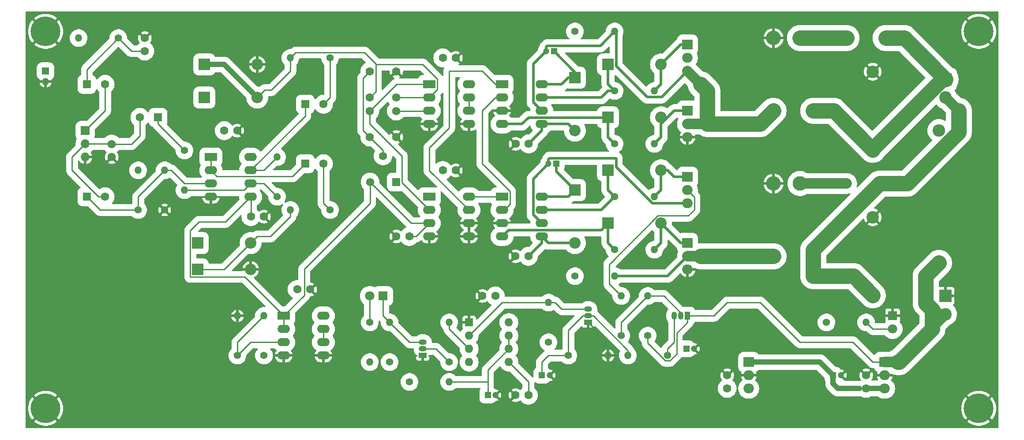
<source format=gbr>
%TF.GenerationSoftware,KiCad,Pcbnew,8.0.1*%
%TF.CreationDate,2024-06-11T22:01:04-04:00*%
%TF.ProjectId,classd-amp,636c6173-7364-42d6-916d-702e6b696361,rev?*%
%TF.SameCoordinates,Original*%
%TF.FileFunction,Copper,L1,Top*%
%TF.FilePolarity,Positive*%
%FSLAX46Y46*%
G04 Gerber Fmt 4.6, Leading zero omitted, Abs format (unit mm)*
G04 Created by KiCad (PCBNEW 8.0.1) date 2024-06-11 22:01:04*
%MOMM*%
%LPD*%
G01*
G04 APERTURE LIST*
%TA.AperFunction,ComponentPad*%
%ADD10C,1.400000*%
%TD*%
%TA.AperFunction,ComponentPad*%
%ADD11O,1.400000X1.400000*%
%TD*%
%TA.AperFunction,ComponentPad*%
%ADD12R,2.000000X1.905000*%
%TD*%
%TA.AperFunction,ComponentPad*%
%ADD13O,2.000000X1.905000*%
%TD*%
%TA.AperFunction,ComponentPad*%
%ADD14R,2.200000X2.200000*%
%TD*%
%TA.AperFunction,ComponentPad*%
%ADD15O,2.200000X2.200000*%
%TD*%
%TA.AperFunction,ComponentPad*%
%ADD16C,1.600000*%
%TD*%
%TA.AperFunction,ComponentPad*%
%ADD17C,1.800000*%
%TD*%
%TA.AperFunction,ComponentPad*%
%ADD18R,1.350000X1.350000*%
%TD*%
%TA.AperFunction,ComponentPad*%
%ADD19O,1.350000X1.350000*%
%TD*%
%TA.AperFunction,ComponentPad*%
%ADD20R,2.400000X1.600000*%
%TD*%
%TA.AperFunction,ComponentPad*%
%ADD21O,2.400000X1.600000*%
%TD*%
%TA.AperFunction,ComponentPad*%
%ADD22R,1.800000X1.800000*%
%TD*%
%TA.AperFunction,ComponentPad*%
%ADD23C,2.800000*%
%TD*%
%TA.AperFunction,ComponentPad*%
%ADD24O,2.800000X2.800000*%
%TD*%
%TA.AperFunction,ComponentPad*%
%ADD25R,1.600000X1.600000*%
%TD*%
%TA.AperFunction,ComponentPad*%
%ADD26C,5.700000*%
%TD*%
%TA.AperFunction,ComponentPad*%
%ADD27C,2.400000*%
%TD*%
%TA.AperFunction,ComponentPad*%
%ADD28R,2.400000X2.400000*%
%TD*%
%TA.AperFunction,ComponentPad*%
%ADD29R,1.700000X1.700000*%
%TD*%
%TA.AperFunction,ComponentPad*%
%ADD30O,1.700000X1.700000*%
%TD*%
%TA.AperFunction,ComponentPad*%
%ADD31O,1.600000X1.600000*%
%TD*%
%TA.AperFunction,ComponentPad*%
%ADD32R,1.500000X1.050000*%
%TD*%
%TA.AperFunction,ComponentPad*%
%ADD33O,1.500000X1.050000*%
%TD*%
%TA.AperFunction,ComponentPad*%
%ADD34R,1.200000X1.200000*%
%TD*%
%TA.AperFunction,ComponentPad*%
%ADD35C,1.200000*%
%TD*%
%TA.AperFunction,ComponentPad*%
%ADD36R,1.050000X1.500000*%
%TD*%
%TA.AperFunction,ComponentPad*%
%ADD37O,1.050000X1.500000*%
%TD*%
%TA.AperFunction,ComponentPad*%
%ADD38O,2.400000X2.400000*%
%TD*%
%TA.AperFunction,ComponentPad*%
%ADD39R,1.560000X1.560000*%
%TD*%
%TA.AperFunction,ComponentPad*%
%ADD40C,1.560000*%
%TD*%
%TA.AperFunction,ViaPad*%
%ADD41C,0.800000*%
%TD*%
%TA.AperFunction,Conductor*%
%ADD42C,0.250000*%
%TD*%
%TA.AperFunction,Conductor*%
%ADD43C,1.000000*%
%TD*%
%TA.AperFunction,Conductor*%
%ADD44C,0.500000*%
%TD*%
%TA.AperFunction,Conductor*%
%ADD45C,2.000000*%
%TD*%
%TA.AperFunction,Conductor*%
%ADD46C,3.000000*%
%TD*%
G04 APERTURE END LIST*
D10*
%TO.P,R8,1*%
%TO.N,Net-(D15-A)*%
X180340000Y-67310000D03*
D11*
%TO.P,R8,2*%
%TO.N,Net-(Q3-S)*%
X187960000Y-67310000D03*
%TD*%
D12*
%TO.P,Q3,1,G*%
%TO.N,Net-(D5-A)*%
X201930000Y-48260000D03*
D13*
%TO.P,Q3,2,D*%
%TO.N,LDRIVE+*%
X201930000Y-50800000D03*
%TO.P,Q3,3,S*%
%TO.N,Net-(Q3-S)*%
X201930000Y-53340000D03*
%TD*%
D14*
%TO.P,D2,1,K*%
%TO.N,Net-(D2-K)*%
X180340000Y-50800000D03*
D15*
%TO.P,D2,2,A*%
%TO.N,+12V*%
X180340000Y-60960000D03*
%TD*%
D16*
%TO.P,C23,1*%
%TO.N,/Left Channel/LOUT+*%
X239970000Y-21590000D03*
%TO.P,C23,2*%
%TO.N,Net-(C23-Pad2)*%
X232470000Y-21590000D03*
%TD*%
D17*
%TO.P,L1,1,1*%
%TO.N,Net-(Q3-S)*%
X218440000Y-63500000D03*
%TO.P,L1,2,2*%
%TO.N,/Left Channel/LOUT-*%
X226060000Y-63500000D03*
%TD*%
D10*
%TO.P,R11,1*%
%TO.N,Net-(D5-K)*%
X187960000Y-52070000D03*
D11*
%TO.P,R11,2*%
%TO.N,Net-(D5-A)*%
X195580000Y-52070000D03*
%TD*%
D14*
%TO.P,D17,1,K*%
%TO.N,+5V*%
X109220000Y-33020000D03*
D15*
%TO.P,D17,2,A*%
%TO.N,Net-(D17-A)*%
X119380000Y-33020000D03*
%TD*%
D18*
%TO.P,INPUT,1*%
%TO.N,LIN*%
X78740000Y-27940000D03*
D19*
%TO.P,INPUT,2*%
%TO.N,GND*%
X78740000Y-29940000D03*
%TD*%
D12*
%TO.P,Q4,1,G*%
%TO.N,Net-(D6-A)*%
X201930000Y-60960000D03*
D13*
%TO.P,Q4,2,D*%
%TO.N,Net-(Q3-S)*%
X201930000Y-63500000D03*
%TO.P,Q4,3,S*%
%TO.N,GND*%
X201930000Y-66040000D03*
%TD*%
D10*
%TO.P,R12,1*%
%TO.N,Net-(D6-K)*%
X187960000Y-62230000D03*
D11*
%TO.P,R12,2*%
%TO.N,Net-(D6-A)*%
X195580000Y-62230000D03*
%TD*%
D20*
%TO.P,U1,1*%
%TO.N,Net-(U1A--)*%
X110475000Y-44460000D03*
D21*
%TO.P,U1,2,-*%
X110475000Y-47000000D03*
%TO.P,U1,3,+*%
%TO.N,Net-(U1A-+)*%
X110475000Y-49540000D03*
%TO.P,U1,4,V-*%
%TO.N,GND*%
X110475000Y-52080000D03*
%TO.P,U1,5,+*%
%TO.N,BIAS*%
X118095000Y-52080000D03*
%TO.P,U1,6,-*%
%TO.N,Net-(U1B--)*%
X118095000Y-49540000D03*
%TO.P,U1,7*%
%TO.N,Net-(C5-Pad1)*%
X118095000Y-47000000D03*
%TO.P,U1,8,V+*%
%TO.N,+5V*%
X118095000Y-44460000D03*
%TD*%
D10*
%TO.P,R21,1*%
%TO.N,Net-(D7-A)*%
X140970000Y-76200000D03*
D11*
%TO.P,R21,2*%
%TO.N,+5V*%
X140970000Y-83820000D03*
%TD*%
D14*
%TO.P,D15,1,K*%
%TO.N,+5V*%
X107950000Y-60960000D03*
D15*
%TO.P,D15,2,A*%
%TO.N,Net-(D15-A)*%
X118110000Y-60960000D03*
%TD*%
D16*
%TO.P,C3,1*%
%TO.N,+5V*%
X113030000Y-39370000D03*
%TO.P,C3,2*%
%TO.N,GND*%
X115530000Y-39370000D03*
%TD*%
%TO.P,C14,1*%
%TO.N,+12V*%
X171410000Y-63500000D03*
%TO.P,C14,2*%
%TO.N,GND*%
X168910000Y-63500000D03*
%TD*%
D10*
%TO.P,R9,1*%
%TO.N,Net-(D3-K)*%
X187960000Y-31750000D03*
D11*
%TO.P,R9,2*%
%TO.N,Net-(D3-A)*%
X195580000Y-31750000D03*
%TD*%
D10*
%TO.P,R25,1*%
%TO.N,+5V*%
X148590000Y-87630000D03*
D11*
%TO.P,R25,2*%
%TO.N,Net-(U3-DIS)*%
X156210000Y-87630000D03*
%TD*%
D10*
%TO.P,R15,1*%
%TO.N,+5V*%
X120665000Y-82550000D03*
D11*
%TO.P,R15,2*%
%TO.N,Net-(U9A-+)*%
X120665000Y-74930000D03*
%TD*%
D16*
%TO.P,C30,1*%
%TO.N,Net-(U3-CV)*%
X171410000Y-90170000D03*
%TO.P,C30,2*%
%TO.N,GND*%
X168910000Y-90170000D03*
%TD*%
D22*
%TO.P,D7,1,K*%
%TO.N,~{SHUTDOWN}*%
X143510000Y-71120000D03*
D17*
%TO.P,D7,2,A*%
%TO.N,Net-(D7-A)*%
X140970000Y-71120000D03*
%TD*%
D23*
%TO.P,R13,1*%
%TO.N,Net-(C23-Pad2)*%
X223520000Y-21590000D03*
D24*
%TO.P,R13,2*%
%TO.N,GND*%
X218440000Y-21590000D03*
%TD*%
D14*
%TO.P,D1,1,K*%
%TO.N,Net-(D1-K)*%
X180340000Y-29210000D03*
D15*
%TO.P,D1,2,A*%
%TO.N,+12V*%
X180340000Y-39370000D03*
%TD*%
D12*
%TO.P,Q2,1,G*%
%TO.N,Net-(D4-A)*%
X201930000Y-35560000D03*
D13*
%TO.P,Q2,2,D*%
%TO.N,Net-(Q1-S)*%
X201930000Y-38100000D03*
%TO.P,Q2,3,S*%
%TO.N,GND*%
X201930000Y-40640000D03*
%TD*%
D16*
%TO.P,C10,1*%
%TO.N,Net-(D17-A)*%
X140970000Y-32980000D03*
%TO.P,C10,2*%
%TO.N,Net-(C10-Pad2)*%
X140970000Y-27980000D03*
%TD*%
%TO.P,C13,1*%
%TO.N,+12V*%
X171450000Y-41910000D03*
%TO.P,C13,2*%
%TO.N,GND*%
X168950000Y-41910000D03*
%TD*%
D10*
%TO.P,R16,1*%
%TO.N,Net-(U9A-+)*%
X115570000Y-82560000D03*
D11*
%TO.P,R16,2*%
%TO.N,GND*%
X115570000Y-74940000D03*
%TD*%
D25*
%TO.P,C5,1*%
%TO.N,Net-(C5-Pad1)*%
X128580000Y-34290000D03*
D16*
%TO.P,C5,2*%
%TO.N,Net-(C5-Pad2)*%
X132080000Y-34290000D03*
%TD*%
D10*
%TO.P,R10,1*%
%TO.N,Net-(D4-K)*%
X187960000Y-41910000D03*
D11*
%TO.P,R10,2*%
%TO.N,Net-(D4-A)*%
X195580000Y-41910000D03*
%TD*%
D10*
%TO.P,R22,1*%
%TO.N,+5V*%
X144780000Y-83820000D03*
D11*
%TO.P,R22,2*%
%TO.N,~{SHUTDOWN}*%
X144780000Y-76200000D03*
%TD*%
D26*
%TO.P,REF\u002A\u002A,1*%
%TO.N,GND*%
X257810000Y-20320000D03*
%TD*%
D10*
%TO.P,R41,1*%
%TO.N,Net-(C1-Pad1)*%
X92710000Y-21590000D03*
D11*
%TO.P,R41,2*%
%TO.N,LIN*%
X85090000Y-21590000D03*
%TD*%
D14*
%TO.P,D18,1,K*%
%TO.N,Net-(D17-A)*%
X109220000Y-26670000D03*
D15*
%TO.P,D18,2,A*%
%TO.N,GND*%
X119380000Y-26670000D03*
%TD*%
D12*
%TO.P,U8,1,VI*%
%TO.N,+12V*%
X213685000Y-83820000D03*
D13*
%TO.P,U8,2,GND*%
%TO.N,GND*%
X213685000Y-86360000D03*
%TO.P,U8,3,VO*%
%TO.N,+5V*%
X213685000Y-88900000D03*
%TD*%
D20*
%TO.P,U9,1*%
%TO.N,BIAS*%
X124445000Y-74940000D03*
D21*
%TO.P,U9,2,-*%
X124445000Y-77480000D03*
%TO.P,U9,3,+*%
%TO.N,Net-(U9A-+)*%
X124445000Y-80020000D03*
%TO.P,U9,4,V-*%
%TO.N,GND*%
X124445000Y-82560000D03*
%TO.P,U9,5,+*%
X132065000Y-82560000D03*
%TO.P,U9,6,-*%
%TO.N,Net-(U9B--)*%
X132065000Y-80020000D03*
%TO.P,U9,7*%
X132065000Y-77480000D03*
%TO.P,U9,8,V+*%
%TO.N,+5V*%
X132065000Y-74940000D03*
%TD*%
D27*
%TO.P,C21,1*%
%TO.N,/Left Channel/LOUT-*%
X237490000Y-71000000D03*
%TO.P,C21,2*%
%TO.N,GND*%
X237490000Y-56000000D03*
%TD*%
D16*
%TO.P,C27,1*%
%TO.N,+5V*%
X209550000Y-88860000D03*
%TO.P,C27,2*%
%TO.N,GND*%
X209550000Y-86360000D03*
%TD*%
%TO.P,C25,1*%
%TO.N,+12V*%
X236220000Y-88860000D03*
%TO.P,C25,2*%
%TO.N,GND*%
X236220000Y-86360000D03*
%TD*%
D12*
%TO.P,U7,1,VI*%
%TO.N,LPWR+*%
X239776000Y-83820000D03*
D13*
%TO.P,U7,2,GND*%
%TO.N,GND*%
X239776000Y-86360000D03*
%TO.P,U7,3,VO*%
%TO.N,+12V*%
X239776000Y-88900000D03*
%TD*%
D10*
%TO.P,R24,1*%
%TO.N,+5V*%
X175260000Y-80010000D03*
D11*
%TO.P,R24,2*%
%TO.N,Net-(Q6-C)*%
X175260000Y-72390000D03*
%TD*%
D28*
%TO.P,J3,1,Pin_1*%
%TO.N,/Left Channel/LOUT+*%
X251460000Y-29520000D03*
D27*
%TO.P,J3,2,Pin_2*%
%TO.N,/Left Channel/LOUT-*%
X251460000Y-33020000D03*
%TD*%
D16*
%TO.P,C24,1*%
%TO.N,/Left Channel/LOUT-*%
X239970000Y-49530000D03*
%TO.P,C24,2*%
%TO.N,Net-(C24-Pad2)*%
X232470000Y-49530000D03*
%TD*%
%TO.P,C9,1*%
%TO.N,Net-(D15-A)*%
X146050000Y-35600000D03*
%TO.P,C9,2*%
%TO.N,GND*%
X146050000Y-40600000D03*
%TD*%
%TO.P,C12,1*%
%TO.N,+5V*%
X154965000Y-47000000D03*
%TO.P,C12,2*%
%TO.N,GND*%
X157465000Y-47000000D03*
%TD*%
D29*
%TO.P,RV1,1,1*%
%TO.N,Net-(C1-Pad2)*%
X86360000Y-39370000D03*
D30*
%TO.P,RV1,2,2*%
%TO.N,Net-(C2-Pad2)*%
X86360000Y-41910000D03*
%TO.P,RV1,3,3*%
%TO.N,GND*%
X86360000Y-44450000D03*
%TD*%
D25*
%TO.P,U3,1,GND*%
%TO.N,GND*%
X160030000Y-76210000D03*
D31*
%TO.P,U3,2,TR*%
%TO.N,Net-(Q6-C)*%
X160030000Y-78750000D03*
%TO.P,U3,3,Q*%
%TO.N,Net-(U3-Q)*%
X160030000Y-81290000D03*
%TO.P,U3,4,R*%
%TO.N,+5V*%
X160030000Y-83830000D03*
%TO.P,U3,5,CV*%
%TO.N,Net-(U3-CV)*%
X167650000Y-83830000D03*
%TO.P,U3,6,THR*%
%TO.N,Net-(U3-DIS)*%
X167650000Y-81290000D03*
%TO.P,U3,7,DIS*%
X167650000Y-78750000D03*
%TO.P,U3,8,VCC*%
%TO.N,+5V*%
X167650000Y-76210000D03*
%TD*%
D10*
%TO.P,R43,1*%
%TO.N,Net-(Q6-B)*%
X179070000Y-82550000D03*
D11*
%TO.P,R43,2*%
%TO.N,GND*%
X186690000Y-82550000D03*
%TD*%
D14*
%TO.P,D3,1,K*%
%TO.N,Net-(D3-K)*%
X186690000Y-26670000D03*
D15*
%TO.P,D3,2,A*%
%TO.N,Net-(D3-A)*%
X196850000Y-26670000D03*
%TD*%
D32*
%TO.P,Q7,1,E*%
%TO.N,GND*%
X151130000Y-82550000D03*
D33*
%TO.P,Q7,2,B*%
%TO.N,Net-(Q7-B)*%
X151130000Y-81280000D03*
%TO.P,Q7,3,C*%
%TO.N,~{SHUTDOWN}*%
X151130000Y-80010000D03*
%TD*%
D25*
%TO.P,C4,1*%
%TO.N,Net-(U1A-+)*%
X86670000Y-52070000D03*
D16*
%TO.P,C4,2*%
%TO.N,Net-(C2-Pad2)*%
X90170000Y-52070000D03*
%TD*%
D14*
%TO.P,D16,1,K*%
%TO.N,Net-(D15-A)*%
X107950000Y-66040000D03*
D15*
%TO.P,D16,2,A*%
%TO.N,GND*%
X118110000Y-66040000D03*
%TD*%
D20*
%TO.P,U2,1*%
%TO.N,Net-(U4-+)*%
X152385000Y-30490000D03*
D21*
%TO.P,U2,2,-*%
%TO.N,Net-(D17-A)*%
X152385000Y-33030000D03*
%TO.P,U2,3,+*%
%TO.N,Net-(D15-A)*%
X152385000Y-35570000D03*
%TO.P,U2,4,V-*%
%TO.N,GND*%
X152385000Y-38110000D03*
%TO.P,U2,5,+*%
X160005000Y-38110000D03*
%TO.P,U2,6,-*%
%TO.N,Net-(U2B--)*%
X160005000Y-35570000D03*
%TO.P,U2,7*%
X160005000Y-33030000D03*
%TO.P,U2,8,V+*%
%TO.N,+5V*%
X160005000Y-30490000D03*
%TD*%
D20*
%TO.P,U4,1,V+*%
%TO.N,+5V*%
X152385000Y-52080000D03*
D21*
%TO.P,U4,2,+*%
%TO.N,Net-(U4-+)*%
X152385000Y-54620000D03*
%TO.P,U4,3,-*%
%TO.N,BIAS*%
X152385000Y-57160000D03*
%TO.P,U4,4,V-*%
%TO.N,GND*%
X152385000Y-59700000D03*
%TO.P,U4,5,LATCH*%
X160005000Y-59700000D03*
%TO.P,U4,6,GND*%
X160005000Y-57160000D03*
%TO.P,U4,7,Q*%
%TO.N,Net-(U4-Q)*%
X160005000Y-54620000D03*
%TO.P,U4,8,~{Q}*%
%TO.N,Net-(U4-~{Q})*%
X160005000Y-52080000D03*
%TD*%
D16*
%TO.P,C17,1*%
%TO.N,+5V*%
X165060000Y-71120000D03*
%TO.P,C17,2*%
%TO.N,GND*%
X162560000Y-71120000D03*
%TD*%
D28*
%TO.P,J1,1,Pin_1*%
%TO.N,GND*%
X251460000Y-71120000D03*
D27*
%TO.P,J1,2,Pin_2*%
%TO.N,LPWR+*%
X251460000Y-74620000D03*
%TD*%
D34*
%TO.P,C29,1*%
%TO.N,Net-(Q6-B)*%
X173990000Y-86360000D03*
D35*
%TO.P,C29,2*%
%TO.N,GND*%
X175490000Y-86360000D03*
%TD*%
D14*
%TO.P,D6,1,K*%
%TO.N,Net-(D6-K)*%
X186690000Y-57150000D03*
D15*
%TO.P,D6,2,A*%
%TO.N,Net-(D6-A)*%
X196850000Y-57150000D03*
%TD*%
D20*
%TO.P,U6,1,IN*%
%TO.N,Net-(U4-~{Q})*%
X166355000Y-52080000D03*
D21*
%TO.P,U6,2,~{SD}*%
%TO.N,~{SHUTDOWN}*%
X166355000Y-54620000D03*
%TO.P,U6,3,COM*%
%TO.N,GND*%
X166355000Y-57160000D03*
%TO.P,U6,4,LO*%
%TO.N,Net-(D6-K)*%
X166355000Y-59700000D03*
%TO.P,U6,5,VCC*%
%TO.N,+12V*%
X173975000Y-59700000D03*
%TO.P,U6,6,VS*%
%TO.N,Net-(Q3-S)*%
X173975000Y-57160000D03*
%TO.P,U6,7,HO*%
%TO.N,Net-(D5-K)*%
X173975000Y-54620000D03*
%TO.P,U6,8,VB*%
%TO.N,Net-(D2-K)*%
X173975000Y-52080000D03*
%TD*%
D16*
%TO.P,C8,1*%
%TO.N,Net-(D17-A)*%
X146050000Y-32980000D03*
%TO.P,C8,2*%
%TO.N,GND*%
X146050000Y-27980000D03*
%TD*%
D20*
%TO.P,U5,1,IN*%
%TO.N,Net-(U4-Q)*%
X166355000Y-30490000D03*
D21*
%TO.P,U5,2,~{SD}*%
%TO.N,~{SHUTDOWN}*%
X166355000Y-33030000D03*
%TO.P,U5,3,COM*%
%TO.N,GND*%
X166355000Y-35570000D03*
%TO.P,U5,4,LO*%
%TO.N,Net-(D4-K)*%
X166355000Y-38110000D03*
%TO.P,U5,5,VCC*%
%TO.N,+12V*%
X173975000Y-38110000D03*
%TO.P,U5,6,VS*%
%TO.N,Net-(Q1-S)*%
X173975000Y-35570000D03*
%TO.P,U5,7,HO*%
%TO.N,Net-(D3-K)*%
X173975000Y-33030000D03*
%TO.P,U5,8,VB*%
%TO.N,Net-(D1-K)*%
X173975000Y-30490000D03*
%TD*%
D36*
%TO.P,Q5,1,E*%
%TO.N,LPWR+*%
X201930000Y-74930000D03*
D37*
%TO.P,Q5,2,B*%
%TO.N,Net-(Q5-B)*%
X200660000Y-74930000D03*
%TO.P,Q5,3,C*%
%TO.N,Net-(Q5-C)*%
X199390000Y-74930000D03*
%TD*%
D10*
%TO.P,R4,1*%
%TO.N,Net-(U1B--)*%
X123190000Y-52070000D03*
D11*
%TO.P,R4,2*%
%TO.N,Net-(C5-Pad1)*%
X123190000Y-44450000D03*
%TD*%
D14*
%TO.P,D4,1,K*%
%TO.N,Net-(D4-K)*%
X186690000Y-36830000D03*
D15*
%TO.P,D4,2,A*%
%TO.N,Net-(D4-A)*%
X196850000Y-36830000D03*
%TD*%
D10*
%TO.P,R19,1*%
%TO.N,LPWR+*%
X194310000Y-78740000D03*
D11*
%TO.P,R19,2*%
%TO.N,Net-(Q5-B)*%
X194310000Y-71120000D03*
%TD*%
D26*
%TO.P,,1*%
%TO.N,GND*%
X78740000Y-92710000D03*
%TD*%
D25*
%TO.P,C6,1*%
%TO.N,Net-(U1A--)*%
X128580000Y-45720000D03*
D16*
%TO.P,C6,2*%
%TO.N,Net-(C6-Pad2)*%
X132080000Y-45720000D03*
%TD*%
D12*
%TO.P,Q1,1,G*%
%TO.N,Net-(D3-A)*%
X201930000Y-22860000D03*
D13*
%TO.P,Q1,2,D*%
%TO.N,LDRIVE+*%
X201930000Y-25400000D03*
%TO.P,Q1,3,S*%
%TO.N,Net-(Q1-S)*%
X201930000Y-27940000D03*
%TD*%
D16*
%TO.P,C11,1*%
%TO.N,Net-(C10-Pad2)*%
X140970000Y-40600000D03*
%TO.P,C11,2*%
%TO.N,Net-(U4-+)*%
X140970000Y-35600000D03*
%TD*%
%TO.P,C58,1*%
%TO.N,Net-(C2-Pad2)*%
X91440000Y-41950000D03*
%TO.P,C58,2*%
%TO.N,GND*%
X91440000Y-44450000D03*
%TD*%
%TO.P,C32,1*%
%TO.N,+5V*%
X127025000Y-69860000D03*
%TO.P,C32,2*%
%TO.N,GND*%
X129525000Y-69860000D03*
%TD*%
D10*
%TO.P,R3,1*%
%TO.N,Net-(C2-Pad1)*%
X105410000Y-43180000D03*
D11*
%TO.P,R3,2*%
%TO.N,Net-(U1B--)*%
X105410000Y-50800000D03*
%TD*%
D17*
%TO.P,L2,1,1*%
%TO.N,Net-(Q1-S)*%
X218440000Y-35560000D03*
%TO.P,L2,2,2*%
%TO.N,/Left Channel/LOUT+*%
X226060000Y-35560000D03*
%TD*%
D34*
%TO.P,C16,1*%
%TO.N,Net-(D2-K)*%
X176760000Y-45720000D03*
D35*
%TO.P,C16,2*%
%TO.N,Net-(Q3-S)*%
X175260000Y-45720000D03*
%TD*%
D22*
%TO.P,D14,1,K*%
%TO.N,GND*%
X241300000Y-74930000D03*
D17*
%TO.P,D14,2,A*%
%TO.N,Net-(D14-A)*%
X241300000Y-77470000D03*
%TD*%
D26*
%TO.P,REF\u002A\u002A,1*%
%TO.N,GND*%
X78740000Y-20320000D03*
%TD*%
D23*
%TO.P,R14,1*%
%TO.N,Net-(C24-Pad2)*%
X223520000Y-49530000D03*
D24*
%TO.P,R14,2*%
%TO.N,GND*%
X218440000Y-49530000D03*
%TD*%
D26*
%TO.P,REF\u002A\u002A,1*%
%TO.N,GND*%
X257810000Y-92710000D03*
%TD*%
D10*
%TO.P,R23,1*%
%TO.N,Net-(Q5-C)*%
X198120000Y-82550000D03*
D11*
%TO.P,R23,2*%
%TO.N,Net-(Q6-B)*%
X190500000Y-82550000D03*
%TD*%
D16*
%TO.P,C61,1*%
%TO.N,BIAS*%
X148550000Y-59690000D03*
%TO.P,C61,2*%
%TO.N,GND*%
X146050000Y-59690000D03*
%TD*%
D10*
%TO.P,R7,1*%
%TO.N,Net-(D17-A)*%
X180340000Y-20320000D03*
D11*
%TO.P,R7,2*%
%TO.N,Net-(Q1-S)*%
X187960000Y-20320000D03*
%TD*%
D32*
%TO.P,Q6,1,E*%
%TO.N,GND*%
X182880000Y-76200000D03*
D33*
%TO.P,Q6,2,B*%
%TO.N,Net-(Q6-B)*%
X182880000Y-74930000D03*
%TO.P,Q6,3,C*%
%TO.N,Net-(Q6-C)*%
X182880000Y-73660000D03*
%TD*%
D16*
%TO.P,C62,1*%
%TO.N,BIAS*%
X118150000Y-55880000D03*
%TO.P,C62,2*%
%TO.N,GND*%
X120650000Y-55880000D03*
%TD*%
D34*
%TO.P,C15,1*%
%TO.N,Net-(D1-K)*%
X176300000Y-24130000D03*
D35*
%TO.P,C15,2*%
%TO.N,Net-(Q1-S)*%
X174800000Y-24130000D03*
%TD*%
D25*
%TO.P,C1,1*%
%TO.N,Net-(C1-Pad1)*%
X86670000Y-30480000D03*
D16*
%TO.P,C1,2*%
%TO.N,Net-(C1-Pad2)*%
X90170000Y-30480000D03*
%TD*%
D34*
%TO.P,C28,1*%
%TO.N,+5V*%
X201700000Y-81280000D03*
D35*
%TO.P,C28,2*%
%TO.N,GND*%
X203200000Y-81280000D03*
%TD*%
D34*
%TO.P,C31,1*%
%TO.N,Net-(U3-DIS)*%
X163600000Y-90170000D03*
D35*
%TO.P,C31,2*%
%TO.N,GND*%
X165100000Y-90170000D03*
%TD*%
D16*
%TO.P,C7,1*%
%TO.N,+5V*%
X154980000Y-25400000D03*
%TO.P,C7,2*%
%TO.N,GND*%
X157480000Y-25400000D03*
%TD*%
D10*
%TO.P,R1,1*%
%TO.N,Net-(U1A-+)*%
X96520000Y-54610000D03*
D11*
%TO.P,R1,2*%
%TO.N,+5V*%
X96520000Y-46990000D03*
%TD*%
D34*
%TO.P,C26,1*%
%TO.N,+12V*%
X229870000Y-86360000D03*
D35*
%TO.P,C26,2*%
%TO.N,GND*%
X231370000Y-86360000D03*
%TD*%
D27*
%TO.P,R17,1*%
%TO.N,LPWR+*%
X250190000Y-64770000D03*
D38*
%TO.P,R17,2*%
%TO.N,LDRIVE+*%
X250190000Y-39370000D03*
%TD*%
D10*
%TO.P,R18,1*%
%TO.N,Net-(Q7-B)*%
X156210000Y-83820000D03*
D11*
%TO.P,R18,2*%
%TO.N,Net-(U3-Q)*%
X156210000Y-76200000D03*
%TD*%
D10*
%TO.P,R5,1*%
%TO.N,Net-(C5-Pad2)*%
X133350000Y-25400000D03*
D11*
%TO.P,R5,2*%
%TO.N,Net-(D17-A)*%
X125730000Y-25400000D03*
%TD*%
D25*
%TO.P,C2,1*%
%TO.N,Net-(C2-Pad1)*%
X100330000Y-36830000D03*
D16*
%TO.P,C2,2*%
%TO.N,Net-(C2-Pad2)*%
X96830000Y-36830000D03*
%TD*%
D14*
%TO.P,D5,1,K*%
%TO.N,Net-(D5-K)*%
X186690000Y-46990000D03*
D15*
%TO.P,D5,2,A*%
%TO.N,Net-(D5-A)*%
X196850000Y-46990000D03*
%TD*%
D10*
%TO.P,R40,1*%
%TO.N,+12V*%
X228600000Y-76200000D03*
D11*
%TO.P,R40,2*%
%TO.N,Net-(D14-A)*%
X236220000Y-76200000D03*
%TD*%
D10*
%TO.P,R6,1*%
%TO.N,Net-(C6-Pad2)*%
X133350000Y-54610000D03*
D11*
%TO.P,R6,2*%
%TO.N,Net-(D15-A)*%
X125730000Y-54610000D03*
%TD*%
D10*
%TO.P,R20,1*%
%TO.N,Net-(Q5-B)*%
X189230000Y-78740000D03*
D11*
%TO.P,R20,2*%
%TO.N,LDRIVE+*%
X189230000Y-71120000D03*
%TD*%
D27*
%TO.P,C22,1*%
%TO.N,/Left Channel/LOUT+*%
X237490000Y-43060000D03*
%TO.P,C22,2*%
%TO.N,GND*%
X237490000Y-28060000D03*
%TD*%
D16*
%TO.P,C60,1*%
%TO.N,Net-(C1-Pad1)*%
X97790000Y-24090000D03*
%TO.P,C60,2*%
%TO.N,GND*%
X97790000Y-21590000D03*
%TD*%
D10*
%TO.P,R2,1*%
%TO.N,GND*%
X101600000Y-54610000D03*
D11*
%TO.P,R2,2*%
%TO.N,Net-(U1A-+)*%
X101600000Y-46990000D03*
%TD*%
D39*
%TO.P,RV2,1,1*%
%TO.N,unconnected-(RV2-Pad1)*%
X146010000Y-49230000D03*
D40*
%TO.P,RV2,2,2*%
%TO.N,Net-(C10-Pad2)*%
X143510000Y-44230000D03*
%TO.P,RV2,3,3*%
%TO.N,BIAS*%
X141010000Y-49230000D03*
%TD*%
D41*
%TO.N,GND*%
X180340000Y-46990000D03*
X223520000Y-31750000D03*
X252730000Y-68580000D03*
X190500000Y-86360000D03*
X100330000Y-86360000D03*
X100330000Y-43180000D03*
X182880000Y-25400000D03*
X100330000Y-76200000D03*
X157480000Y-43180000D03*
X110490000Y-20320000D03*
X170180000Y-34290000D03*
X198120000Y-63500000D03*
X147320000Y-66040000D03*
X137160000Y-46990000D03*
X184150000Y-29210000D03*
X166370000Y-44450000D03*
X140970000Y-93980000D03*
X120650000Y-86360000D03*
X213360000Y-93980000D03*
X90170000Y-66040000D03*
X162560000Y-93980000D03*
X125730000Y-62230000D03*
X254000000Y-71120000D03*
X203200000Y-93980000D03*
X130810000Y-86360000D03*
X168910000Y-20320000D03*
X149860000Y-20320000D03*
X184150000Y-52070000D03*
X90170000Y-86360000D03*
X180340000Y-86360000D03*
X110490000Y-93980000D03*
X100330000Y-93980000D03*
X251460000Y-59690000D03*
X200660000Y-86360000D03*
X80010000Y-35560000D03*
X158750000Y-20320000D03*
X233680000Y-31750000D03*
X163830000Y-66040000D03*
X135890000Y-38100000D03*
X182880000Y-93980000D03*
X180340000Y-25400000D03*
X223520000Y-58420000D03*
X80010000Y-86360000D03*
X80010000Y-55880000D03*
X152400000Y-93980000D03*
X172720000Y-93980000D03*
X139700000Y-20320000D03*
X213360000Y-76200000D03*
X130810000Y-93980000D03*
X100330000Y-66040000D03*
X80010000Y-76200000D03*
X113030000Y-60960000D03*
X193040000Y-93980000D03*
X80010000Y-45720000D03*
X91440000Y-46990000D03*
X90170000Y-93980000D03*
X80010000Y-66040000D03*
X110490000Y-86360000D03*
X243840000Y-93980000D03*
X90170000Y-76200000D03*
X191770000Y-64770000D03*
X223520000Y-93980000D03*
X120650000Y-20320000D03*
X120650000Y-93980000D03*
X251460000Y-49530000D03*
X233680000Y-93980000D03*
X110490000Y-76200000D03*
X130810000Y-20320000D03*
X162560000Y-49530000D03*
X223520000Y-76200000D03*
%TD*%
D42*
%TO.N,GND*%
X186690000Y-82550000D02*
X186690000Y-80010000D01*
X186690000Y-80010000D02*
X182880000Y-76200000D01*
D43*
%TO.N,+12V*%
X230810000Y-88900000D02*
X229870000Y-87960000D01*
X239736000Y-88860000D02*
X239776000Y-88900000D01*
X229870000Y-86360000D02*
X227330000Y-83820000D01*
D44*
X180340000Y-60960000D02*
X175235000Y-60960000D01*
X179080000Y-38110000D02*
X180340000Y-39370000D01*
X173975000Y-38110000D02*
X179080000Y-38110000D01*
D43*
X236220000Y-88860000D02*
X239736000Y-88860000D01*
D44*
X175235000Y-60960000D02*
X173975000Y-59700000D01*
D43*
X234955585Y-88900000D02*
X230810000Y-88900000D01*
D44*
X173975000Y-60935000D02*
X171410000Y-63500000D01*
X173975000Y-38110000D02*
X173975000Y-39385000D01*
X173975000Y-59700000D02*
X173975000Y-60935000D01*
D43*
X229870000Y-87960000D02*
X229870000Y-86360000D01*
D44*
X173975000Y-39385000D02*
X171450000Y-41910000D01*
D43*
X227330000Y-83820000D02*
X213685000Y-83820000D01*
D44*
%TO.N,Net-(D1-K)*%
X177790000Y-30490000D02*
X173975000Y-30490000D01*
X180340000Y-28170000D02*
X180340000Y-29210000D01*
X179070000Y-29210000D02*
X177790000Y-30490000D01*
X180340000Y-29210000D02*
X179070000Y-29210000D01*
X176300000Y-24130000D02*
X180340000Y-28170000D01*
%TO.N,Net-(D2-K)*%
X176760000Y-47220000D02*
X180340000Y-50800000D01*
X173975000Y-52080000D02*
X179060000Y-52080000D01*
X176760000Y-45720000D02*
X176760000Y-47220000D01*
X179060000Y-52080000D02*
X180340000Y-50800000D01*
%TO.N,Net-(D3-A)*%
X196850000Y-26670000D02*
X196850000Y-30480000D01*
X196850000Y-30480000D02*
X195580000Y-31750000D01*
X200660000Y-22860000D02*
X201930000Y-22860000D01*
X196850000Y-26670000D02*
X200660000Y-22860000D01*
%TO.N,Net-(D4-K)*%
X186660000Y-36860000D02*
X171420000Y-36860000D01*
X170170000Y-38110000D02*
X166355000Y-38110000D01*
X186690000Y-36830000D02*
X186660000Y-36860000D01*
X171420000Y-36860000D02*
X170170000Y-38110000D01*
X186690000Y-40640000D02*
X187960000Y-41910000D01*
X186690000Y-36830000D02*
X186690000Y-40640000D01*
%TO.N,Net-(D4-A)*%
X199390000Y-35560000D02*
X201930000Y-35560000D01*
X196850000Y-38100000D02*
X196850000Y-36830000D01*
X196850000Y-40640000D02*
X196850000Y-38100000D01*
X196850000Y-38100000D02*
X199390000Y-35560000D01*
X195580000Y-41910000D02*
X196850000Y-40640000D01*
%TO.N,Net-(D5-A)*%
X196850000Y-50800000D02*
X195580000Y-52070000D01*
X199390000Y-48260000D02*
X201930000Y-48260000D01*
X196850000Y-46990000D02*
X198120000Y-46990000D01*
X198120000Y-46990000D02*
X199390000Y-48260000D01*
X196850000Y-46990000D02*
X196850000Y-50800000D01*
%TO.N,Net-(D6-K)*%
X167605000Y-58450000D02*
X185390000Y-58450000D01*
X185390000Y-58450000D02*
X186690000Y-57150000D01*
X186690000Y-60960000D02*
X187960000Y-62230000D01*
X166355000Y-59700000D02*
X167605000Y-58450000D01*
X186690000Y-57150000D02*
X186690000Y-60960000D01*
%TO.N,Net-(D6-A)*%
X200660000Y-60960000D02*
X201930000Y-60960000D01*
X196850000Y-57150000D02*
X200660000Y-60960000D01*
X196850000Y-60960000D02*
X195580000Y-62230000D01*
X196850000Y-57150000D02*
X196850000Y-60960000D01*
%TO.N,Net-(Q3-S)*%
X201930000Y-53340000D02*
X195223654Y-53340000D01*
X175461472Y-44670000D02*
X175260000Y-44871472D01*
D45*
X201930000Y-63500000D02*
X204470000Y-63500000D01*
D44*
X188240000Y-46356346D02*
X188240000Y-44730000D01*
X187960000Y-67310000D02*
X198120000Y-67310000D01*
X188240000Y-44730000D02*
X188180000Y-44670000D01*
X198120000Y-67310000D02*
X201930000Y-63500000D01*
D46*
X204470000Y-63500000D02*
X218440000Y-63500000D01*
D44*
X175260000Y-45720000D02*
X172325000Y-48655000D01*
X172325000Y-48655000D02*
X172325000Y-55510000D01*
X175260000Y-44871472D02*
X175260000Y-45720000D01*
X195223654Y-53340000D02*
X188240000Y-46356346D01*
X188180000Y-44670000D02*
X175461472Y-44670000D01*
X172325000Y-55510000D02*
X173975000Y-57160000D01*
D42*
%TO.N,BIAS*%
X152385000Y-57160000D02*
X148940000Y-57160000D01*
X108195000Y-56905000D02*
X106525000Y-58575000D01*
X116970000Y-67465000D02*
X124445000Y-74940000D01*
X148550000Y-59690000D02*
X149855000Y-59690000D01*
X106525000Y-67465000D02*
X116970000Y-67465000D01*
X148940000Y-57160000D02*
X141010000Y-49230000D01*
X106525000Y-58575000D02*
X106525000Y-67465000D01*
X113270000Y-56905000D02*
X108195000Y-56905000D01*
X128400000Y-65910000D02*
X141010000Y-53300000D01*
X124445000Y-74940000D02*
X124445000Y-77480000D01*
X141010000Y-53300000D02*
X141010000Y-49230000D01*
X118095000Y-52080000D02*
X118150000Y-52135000D01*
X118095000Y-52080000D02*
X113270000Y-56905000D01*
X128400000Y-70985000D02*
X128400000Y-65910000D01*
X149855000Y-59690000D02*
X152385000Y-57160000D01*
X124445000Y-74940000D02*
X128400000Y-70985000D01*
X118150000Y-52135000D02*
X118150000Y-55880000D01*
%TO.N,LPWR+*%
X198544569Y-83575000D02*
X199840000Y-82279569D01*
D46*
X247650000Y-67310000D02*
X247650000Y-72507056D01*
D45*
X249762944Y-74620000D02*
X251460000Y-74620000D01*
D42*
X233680000Y-80010000D02*
X237490000Y-83820000D01*
X201930000Y-74930000D02*
X207010000Y-74930000D01*
X194310000Y-78740000D02*
X194310000Y-80189569D01*
D46*
X247650000Y-72507056D02*
X248990000Y-73847056D01*
X242570000Y-83820000D02*
X248920000Y-77470000D01*
D42*
X207010000Y-74930000D02*
X209550000Y-72390000D01*
D45*
X248990000Y-73847056D02*
X249762944Y-74620000D01*
D42*
X237490000Y-83820000D02*
X239776000Y-83820000D01*
X201930000Y-76200000D02*
X201930000Y-74930000D01*
X199840000Y-78290000D02*
X201930000Y-76200000D01*
X197695431Y-83575000D02*
X198544569Y-83575000D01*
X194310000Y-80189569D02*
X197695431Y-83575000D01*
X209550000Y-72390000D02*
X215900000Y-72390000D01*
X215900000Y-72390000D02*
X223520000Y-80010000D01*
D45*
X239776000Y-83820000D02*
X242260000Y-83820000D01*
D46*
X248920000Y-77470000D02*
X248920000Y-73917056D01*
D42*
X199840000Y-82279569D02*
X199840000Y-78290000D01*
X249230000Y-72390000D02*
X251460000Y-74620000D01*
D46*
X250190000Y-64770000D02*
X247650000Y-67310000D01*
D45*
X242260000Y-83820000D02*
X251460000Y-74620000D01*
D42*
X223520000Y-80010000D02*
X233680000Y-80010000D01*
D46*
X242260000Y-83820000D02*
X242570000Y-83820000D01*
X248920000Y-73917056D02*
X248990000Y-73847056D01*
D42*
%TO.N,Net-(C6-Pad2)*%
X133350000Y-54610000D02*
X132080000Y-53340000D01*
X132080000Y-53340000D02*
X132080000Y-45720000D01*
D46*
%TO.N,Net-(C23-Pad2)*%
X223520000Y-21590000D02*
X232470000Y-21590000D01*
D45*
%TO.N,Net-(C24-Pad2)*%
X223520000Y-49530000D02*
X232470000Y-49530000D01*
D42*
%TO.N,Net-(C10-Pad2)*%
X143510000Y-43140000D02*
X143510000Y-44230000D01*
X140970000Y-40600000D02*
X143510000Y-43140000D01*
X139700000Y-39330000D02*
X140970000Y-40600000D01*
X139700000Y-29250000D02*
X139700000Y-39330000D01*
X140970000Y-27980000D02*
X139700000Y-29250000D01*
%TO.N,Net-(U1A-+)*%
X89210000Y-54610000D02*
X96520000Y-54610000D01*
X105420000Y-49540000D02*
X110475000Y-49540000D01*
X96520000Y-52070000D02*
X101600000Y-46990000D01*
X101600000Y-46990000D02*
X102870000Y-46990000D01*
X102870000Y-46990000D02*
X105420000Y-49540000D01*
X86670000Y-52070000D02*
X89210000Y-54610000D01*
X96520000Y-54610000D02*
X96520000Y-52070000D01*
%TO.N,Net-(U1A--)*%
X111600000Y-48125000D02*
X110475000Y-47000000D01*
X126175000Y-48125000D02*
X111600000Y-48125000D01*
X110475000Y-47000000D02*
X110475000Y-44460000D01*
X128580000Y-45720000D02*
X126175000Y-48125000D01*
%TO.N,Net-(U1B--)*%
X120660000Y-49540000D02*
X123190000Y-52070000D01*
X105410000Y-50800000D02*
X116835000Y-50800000D01*
X116835000Y-50800000D02*
X118095000Y-49540000D01*
X118095000Y-49540000D02*
X120660000Y-49540000D01*
%TO.N,Net-(U4-+)*%
X147115000Y-44245000D02*
X140970000Y-38100000D01*
X140970000Y-38100000D02*
X140970000Y-35600000D01*
X152385000Y-54620000D02*
X147115000Y-49350000D01*
X140970000Y-35600000D02*
X146080000Y-30490000D01*
X146080000Y-30490000D02*
X152385000Y-30490000D01*
X147115000Y-49350000D02*
X147115000Y-44245000D01*
%TO.N,Net-(U9B--)*%
X132065000Y-77480000D02*
X132065000Y-80020000D01*
%TO.N,Net-(C1-Pad1)*%
X95210000Y-24090000D02*
X97790000Y-24090000D01*
X86670000Y-27630000D02*
X86670000Y-30480000D01*
X92710000Y-21590000D02*
X86670000Y-27630000D01*
X92710000Y-21590000D02*
X95210000Y-24090000D01*
%TO.N,Net-(C5-Pad2)*%
X133350000Y-25400000D02*
X133350000Y-33020000D01*
X133350000Y-33020000D02*
X132080000Y-34290000D01*
%TO.N,LDRIVE+*%
X186935000Y-68825000D02*
X186935000Y-65049745D01*
X202085000Y-55725000D02*
X203255000Y-54555000D01*
X189230000Y-71120000D02*
X186935000Y-68825000D01*
X186935000Y-65049745D02*
X196259745Y-55725000D01*
X196259745Y-55725000D02*
X202085000Y-55725000D01*
X203255000Y-52125000D02*
X201930000Y-50800000D01*
X203255000Y-54555000D02*
X203255000Y-52125000D01*
%TO.N,Net-(Q5-B)*%
X189230000Y-76200000D02*
X194310000Y-71120000D01*
X197400000Y-71120000D02*
X200660000Y-74380000D01*
X200660000Y-74380000D02*
X200660000Y-74930000D01*
X194310000Y-71120000D02*
X197400000Y-71120000D01*
X189230000Y-78740000D02*
X189230000Y-76200000D01*
%TO.N,Net-(Q5-C)*%
X198120000Y-82550000D02*
X198120000Y-81280000D01*
X199390000Y-80010000D02*
X199390000Y-74930000D01*
X198120000Y-81280000D02*
X199390000Y-80010000D01*
%TO.N,Net-(D7-A)*%
X140970000Y-71120000D02*
X140970000Y-76200000D01*
%TO.N,Net-(Q6-C)*%
X177800000Y-73660000D02*
X182880000Y-73660000D01*
X175260000Y-72390000D02*
X176530000Y-72390000D01*
X160030000Y-78750000D02*
X166390000Y-72390000D01*
X166390000Y-72390000D02*
X175260000Y-72390000D01*
X176530000Y-72390000D02*
X177800000Y-73660000D01*
%TO.N,Net-(U3-DIS)*%
X156210000Y-87630000D02*
X163600000Y-87630000D01*
X163600000Y-87630000D02*
X163600000Y-90170000D01*
X167650000Y-78750000D02*
X167650000Y-81290000D01*
X163600000Y-85340000D02*
X163600000Y-87630000D01*
X167650000Y-81290000D02*
X163600000Y-85340000D01*
%TO.N,~{SHUTDOWN}*%
X162560000Y-35560000D02*
X165090000Y-33030000D01*
X162560000Y-45715000D02*
X162560000Y-35560000D01*
X148590000Y-80010000D02*
X144780000Y-76200000D01*
X143510000Y-74930000D02*
X144780000Y-76200000D01*
X166355000Y-54620000D02*
X166755000Y-54620000D01*
X166755000Y-54620000D02*
X167880000Y-53495000D01*
X143510000Y-71120000D02*
X143510000Y-74930000D01*
X151130000Y-80010000D02*
X148590000Y-80010000D01*
X167880000Y-53495000D02*
X167880000Y-51035000D01*
X167880000Y-51035000D02*
X162560000Y-45715000D01*
X165090000Y-33030000D02*
X166355000Y-33030000D01*
%TO.N,Net-(U3-CV)*%
X171410000Y-87590000D02*
X167650000Y-83830000D01*
X171410000Y-90170000D02*
X171410000Y-87590000D01*
%TO.N,Net-(U9A-+)*%
X120665000Y-74930000D02*
X115570000Y-80025000D01*
X115570000Y-82560000D02*
X118110000Y-80020000D01*
X118110000Y-80020000D02*
X124445000Y-80020000D01*
X115570000Y-80025000D02*
X115570000Y-82560000D01*
D44*
%TO.N,Net-(D3-K)*%
X186690000Y-30480000D02*
X187960000Y-31750000D01*
X187960000Y-31750000D02*
X186690000Y-31750000D01*
X186690000Y-26670000D02*
X186690000Y-30480000D01*
X185410000Y-33030000D02*
X173975000Y-33030000D01*
X186690000Y-31750000D02*
X185410000Y-33030000D01*
D42*
%TO.N,Net-(Q6-B)*%
X173990000Y-86360000D02*
X173990000Y-83820000D01*
X179070000Y-82550000D02*
X179070000Y-77740000D01*
X179070000Y-77740000D02*
X181880000Y-74930000D01*
X190500000Y-81560051D02*
X183869949Y-74930000D01*
X173990000Y-83820000D02*
X175260000Y-82550000D01*
X175260000Y-82550000D02*
X179070000Y-82550000D01*
X181880000Y-74930000D02*
X182880000Y-74930000D01*
X190500000Y-82550000D02*
X190500000Y-81560051D01*
X183869949Y-74930000D02*
X182880000Y-74930000D01*
%TO.N,Net-(Q7-B)*%
X153670000Y-81280000D02*
X156210000Y-83820000D01*
X151130000Y-81280000D02*
X153670000Y-81280000D01*
%TO.N,Net-(U3-Q)*%
X156210000Y-77470000D02*
X160030000Y-81290000D01*
X156210000Y-76200000D02*
X156210000Y-77470000D01*
%TO.N,Net-(C5-Pad1)*%
X118095000Y-47000000D02*
X120640000Y-47000000D01*
X120640000Y-47000000D02*
X123190000Y-44450000D01*
X128580000Y-36515000D02*
X128580000Y-34290000D01*
X118095000Y-47000000D02*
X128580000Y-36515000D01*
%TO.N,Net-(C2-Pad2)*%
X83820000Y-44450000D02*
X86360000Y-41910000D01*
X83820000Y-46990000D02*
X88900000Y-52070000D01*
X91400000Y-41910000D02*
X91440000Y-41950000D01*
X86360000Y-41910000D02*
X91400000Y-41910000D01*
X91440000Y-41950000D02*
X95210000Y-41950000D01*
X88900000Y-52070000D02*
X90170000Y-52070000D01*
X83820000Y-46990000D02*
X83820000Y-44450000D01*
X96830000Y-40330000D02*
X95210000Y-41950000D01*
X96830000Y-36830000D02*
X96830000Y-40330000D01*
%TO.N,Net-(C2-Pad1)*%
X100330000Y-36830000D02*
X100330000Y-38100000D01*
X100330000Y-38100000D02*
X105410000Y-43180000D01*
D46*
%TO.N,/Left Channel/LOUT-*%
X254000000Y-39661220D02*
X244131220Y-49530000D01*
X244131220Y-49530000D02*
X239970000Y-49530000D01*
X239970000Y-49530000D02*
X238838630Y-49530000D01*
D45*
X254000000Y-35560000D02*
X251460000Y-33020000D01*
D46*
X233800000Y-67310000D02*
X237490000Y-71000000D01*
X226060000Y-62308630D02*
X226060000Y-63500000D01*
X238838630Y-49530000D02*
X226060000Y-62308630D01*
X226060000Y-63500000D02*
X226060000Y-67310000D01*
X254000000Y-35560000D02*
X254000000Y-39661220D01*
X226060000Y-67310000D02*
X233800000Y-67310000D01*
%TO.N,/Left Channel/LOUT+*%
X237490000Y-43060000D02*
X237490000Y-42888780D01*
X226060000Y-35560000D02*
X229990000Y-35560000D01*
X229990000Y-35560000D02*
X237490000Y-43060000D01*
X250858780Y-29520000D02*
X251460000Y-29520000D01*
X243530000Y-21590000D02*
X251460000Y-29520000D01*
X239970000Y-21590000D02*
X243530000Y-21590000D01*
X237490000Y-42888780D02*
X250858780Y-29520000D01*
D42*
%TO.N,Net-(U2B--)*%
X160005000Y-33030000D02*
X160005000Y-35570000D01*
%TO.N,Net-(U4-~{Q})*%
X160005000Y-52080000D02*
X166355000Y-52080000D01*
%TO.N,Net-(D14-A)*%
X236220000Y-76200000D02*
X237490000Y-77470000D01*
X237490000Y-77470000D02*
X241300000Y-77470000D01*
D44*
%TO.N,Net-(D5-K)*%
X187960000Y-52070000D02*
X185410000Y-54620000D01*
X186690000Y-46990000D02*
X186690000Y-50800000D01*
X185410000Y-54620000D02*
X173975000Y-54620000D01*
X186690000Y-50800000D02*
X187960000Y-52070000D01*
D42*
%TO.N,Net-(C1-Pad2)*%
X90170000Y-35560000D02*
X86360000Y-39370000D01*
X90170000Y-30480000D02*
X90170000Y-35560000D01*
%TO.N,Net-(U4-Q)*%
X165110000Y-30490000D02*
X166355000Y-30490000D01*
X152400000Y-42655990D02*
X156210000Y-38845990D01*
X152400000Y-47015000D02*
X152400000Y-42655990D01*
X160005000Y-54620000D02*
X152400000Y-47015000D01*
X162560000Y-27940000D02*
X165110000Y-30490000D01*
X156210000Y-38845990D02*
X156210000Y-27940000D01*
X156210000Y-27940000D02*
X162560000Y-27940000D01*
%TO.N,Net-(D15-A)*%
X107950000Y-66040000D02*
X113030000Y-66040000D01*
X125730000Y-55880000D02*
X121920000Y-59690000D01*
X119380000Y-59690000D02*
X118110000Y-60960000D01*
X146050000Y-35600000D02*
X152355000Y-35600000D01*
X121920000Y-59690000D02*
X119380000Y-59690000D01*
X152355000Y-35600000D02*
X152385000Y-35570000D01*
X113030000Y-66040000D02*
X118110000Y-60960000D01*
X125730000Y-54610000D02*
X125730000Y-55880000D01*
%TO.N,Net-(D17-A)*%
X126755000Y-24375000D02*
X139945000Y-24375000D01*
X120805000Y-31595000D02*
X122075000Y-31595000D01*
X142095000Y-31855000D02*
X140970000Y-32980000D01*
X142095000Y-26525000D02*
X142095000Y-26670000D01*
D43*
X109220000Y-26670000D02*
X113030000Y-26670000D01*
D42*
X125730000Y-25400000D02*
X126755000Y-24375000D01*
X139945000Y-24375000D02*
X142095000Y-26525000D01*
X153910000Y-29450000D02*
X151130000Y-26670000D01*
X152385000Y-33030000D02*
X153910000Y-31505000D01*
D43*
X113030000Y-26670000D02*
X119380000Y-33020000D01*
D42*
X125730000Y-27940000D02*
X125730000Y-25400000D01*
X151130000Y-26670000D02*
X142095000Y-26670000D01*
X122075000Y-31595000D02*
X125730000Y-27940000D01*
X119380000Y-33020000D02*
X120805000Y-31595000D01*
X142095000Y-26670000D02*
X142095000Y-31855000D01*
X152335000Y-32980000D02*
X152385000Y-33030000D01*
X146050000Y-32980000D02*
X152335000Y-32980000D01*
X153910000Y-31505000D02*
X153910000Y-29450000D01*
D46*
%TO.N,Net-(Q1-S)*%
X204470000Y-30480000D02*
X205740000Y-31750000D01*
D45*
X201930000Y-27940000D02*
X204470000Y-30480000D01*
D46*
X205740000Y-31750000D02*
X205740000Y-38100000D01*
X215900000Y-38100000D02*
X205740000Y-38100000D01*
D44*
X172325000Y-26605000D02*
X172325000Y-33920000D01*
X172325000Y-33920000D02*
X173975000Y-35570000D01*
X187960000Y-20320000D02*
X188240000Y-20600000D01*
X194190000Y-32900000D02*
X196970000Y-32900000D01*
X174800000Y-24130000D02*
X172325000Y-26605000D01*
X175001472Y-23080000D02*
X174800000Y-23281472D01*
X188240000Y-26950000D02*
X194190000Y-32900000D01*
X196970000Y-32900000D02*
X201930000Y-27940000D01*
D45*
X201930000Y-38100000D02*
X204470000Y-38100000D01*
D44*
X187960000Y-20320000D02*
X185200000Y-23080000D01*
X185200000Y-23080000D02*
X175001472Y-23080000D01*
X174800000Y-23281472D02*
X174800000Y-24130000D01*
D46*
X215900000Y-38100000D02*
X218440000Y-35560000D01*
D44*
X188240000Y-20600000D02*
X188240000Y-26950000D01*
%TD*%
%TA.AperFunction,Conductor*%
%TO.N,GND*%
G36*
X139494480Y-25520185D02*
G01*
X139515122Y-25536819D01*
X140164649Y-26186346D01*
X140198134Y-26247669D01*
X140193150Y-26317361D01*
X140151278Y-26373294D01*
X140130771Y-26385747D01*
X140078541Y-26410900D01*
X140067226Y-26416349D01*
X140044232Y-26432026D01*
X139844258Y-26568365D01*
X139646442Y-26751910D01*
X139478185Y-26962898D01*
X139343258Y-27196599D01*
X139343256Y-27196603D01*
X139244666Y-27447804D01*
X139244664Y-27447811D01*
X139184616Y-27710898D01*
X139164451Y-27979995D01*
X139164451Y-27980003D01*
X139175108Y-28122218D01*
X139160488Y-28190541D01*
X139139136Y-28219165D01*
X138966786Y-28391517D01*
X138841519Y-28516783D01*
X138841519Y-28516784D01*
X138841517Y-28516786D01*
X138808964Y-28561592D01*
X138737386Y-28660109D01*
X138666881Y-28798483D01*
X138656957Y-28817957D01*
X138656956Y-28817960D01*
X138602214Y-28986439D01*
X138602214Y-28986442D01*
X138584150Y-29100492D01*
X138584150Y-29100493D01*
X138574500Y-29161416D01*
X138574500Y-29161421D01*
X138574500Y-39241421D01*
X138574500Y-39418579D01*
X138583601Y-39476038D01*
X138602214Y-39593557D01*
X138649832Y-39740110D01*
X138649833Y-39740112D01*
X138656958Y-39762043D01*
X138732602Y-39910500D01*
X138737386Y-39919890D01*
X138814047Y-40025405D01*
X138841517Y-40063214D01*
X138841519Y-40063216D01*
X139139136Y-40360833D01*
X139172621Y-40422156D01*
X139175108Y-40457780D01*
X139164451Y-40599996D01*
X139164451Y-40600004D01*
X139184616Y-40869101D01*
X139244664Y-41132188D01*
X139244666Y-41132195D01*
X139343256Y-41383396D01*
X139343258Y-41383400D01*
X139370953Y-41431369D01*
X139478185Y-41617102D01*
X139568327Y-41730136D01*
X139646442Y-41828089D01*
X139808360Y-41978326D01*
X139844259Y-42011635D01*
X140067226Y-42163651D01*
X140067229Y-42163652D01*
X140067230Y-42163653D01*
X140068277Y-42164157D01*
X140310359Y-42280738D01*
X140568228Y-42360280D01*
X140568229Y-42360280D01*
X140568232Y-42360281D01*
X140835063Y-42400499D01*
X140835068Y-42400499D01*
X140835071Y-42400500D01*
X140835072Y-42400500D01*
X141104925Y-42400500D01*
X141104929Y-42400500D01*
X141107223Y-42400154D01*
X141108042Y-42400266D01*
X141109552Y-42400153D01*
X141109576Y-42400475D01*
X141176448Y-42409624D01*
X141213390Y-42435087D01*
X141955668Y-43177365D01*
X141989153Y-43238688D01*
X141984169Y-43308380D01*
X141975375Y-43327045D01*
X141901325Y-43455305D01*
X141803833Y-43703711D01*
X141803828Y-43703728D01*
X141744448Y-43963888D01*
X141724507Y-44229995D01*
X141724507Y-44230004D01*
X141744448Y-44496111D01*
X141803828Y-44756271D01*
X141803831Y-44756283D01*
X141901326Y-45004696D01*
X142034756Y-45235804D01*
X142144805Y-45373801D01*
X142201144Y-45444448D01*
X142292330Y-45529055D01*
X142396763Y-45625955D01*
X142617254Y-45776282D01*
X142857686Y-45892069D01*
X143112690Y-45970727D01*
X143112691Y-45970727D01*
X143112694Y-45970728D01*
X143376562Y-46010499D01*
X143376567Y-46010499D01*
X143376570Y-46010500D01*
X143376571Y-46010500D01*
X143643429Y-46010500D01*
X143643430Y-46010500D01*
X143655492Y-46008682D01*
X143907305Y-45970728D01*
X143907306Y-45970727D01*
X143907310Y-45970727D01*
X144162314Y-45892069D01*
X144402747Y-45776282D01*
X144623237Y-45625955D01*
X144811903Y-45450898D01*
X144818855Y-45444448D01*
X144818855Y-45444446D01*
X144818859Y-45444444D01*
X144985244Y-45235804D01*
X145118674Y-45004696D01*
X145216169Y-44756283D01*
X145275551Y-44496114D01*
X145290129Y-44301573D01*
X145314768Y-44236194D01*
X145370843Y-44194513D01*
X145440551Y-44189765D01*
X145501463Y-44223160D01*
X145953181Y-44674878D01*
X145986666Y-44736201D01*
X145989500Y-44762559D01*
X145989500Y-47325500D01*
X145969815Y-47392539D01*
X145917011Y-47438294D01*
X145865500Y-47449500D01*
X145171971Y-47449500D01*
X145171965Y-47449500D01*
X145171964Y-47449501D01*
X145160316Y-47450536D01*
X145052584Y-47460113D01*
X144856954Y-47516089D01*
X144826121Y-47532195D01*
X144676593Y-47610302D01*
X144676591Y-47610303D01*
X144676590Y-47610304D01*
X144518890Y-47738890D01*
X144400981Y-47883496D01*
X144390302Y-47896593D01*
X144362085Y-47950612D01*
X144296089Y-48076954D01*
X144253959Y-48224196D01*
X144241593Y-48267415D01*
X144240114Y-48272583D01*
X144240113Y-48272586D01*
X144236014Y-48318695D01*
X144230726Y-48378181D01*
X144229500Y-48391966D01*
X144229500Y-50068028D01*
X144229501Y-50068034D01*
X144240113Y-50187415D01*
X144296089Y-50383045D01*
X144296090Y-50383048D01*
X144296091Y-50383049D01*
X144390302Y-50563407D01*
X144390304Y-50563409D01*
X144518890Y-50721109D01*
X144590252Y-50779296D01*
X144676593Y-50849698D01*
X144856951Y-50943909D01*
X145052582Y-50999886D01*
X145171963Y-51010500D01*
X146848036Y-51010499D01*
X146967418Y-50999886D01*
X147057230Y-50974187D01*
X147127098Y-50974669D01*
X147179024Y-51005721D01*
X150212439Y-54039136D01*
X150245924Y-54100459D01*
X150244533Y-54158910D01*
X150215309Y-54267975D01*
X150215306Y-54267989D01*
X150184501Y-54501979D01*
X150184500Y-54501995D01*
X150184500Y-54738004D01*
X150184501Y-54738020D01*
X150215306Y-54972010D01*
X150276394Y-55199993D01*
X150366714Y-55418045D01*
X150366719Y-55418056D01*
X150418221Y-55507259D01*
X150484727Y-55622450D01*
X150484729Y-55622453D01*
X150484730Y-55622454D01*
X150630879Y-55812920D01*
X150629713Y-55813814D01*
X150656531Y-55871619D01*
X150647002Y-55940835D01*
X150630383Y-55966703D01*
X150630878Y-55967083D01*
X150628410Y-55970298D01*
X150628408Y-55970301D01*
X150623585Y-55976587D01*
X150616370Y-55985989D01*
X150559940Y-56027190D01*
X150517996Y-56034500D01*
X149457560Y-56034500D01*
X149390521Y-56014815D01*
X149369879Y-55998181D01*
X142822205Y-49450508D01*
X142788720Y-49389185D01*
X142786233Y-49353560D01*
X142788035Y-49329523D01*
X142792455Y-49270533D01*
X142795493Y-49230003D01*
X142795493Y-49229996D01*
X142775551Y-48963887D01*
X142771154Y-48944623D01*
X142716169Y-48703717D01*
X142618674Y-48455304D01*
X142485244Y-48224196D01*
X142318859Y-48015556D01*
X142318858Y-48015555D01*
X142318855Y-48015551D01*
X142167812Y-47875405D01*
X142123237Y-47834045D01*
X141902747Y-47683718D01*
X141888213Y-47676719D01*
X141662314Y-47567931D01*
X141407311Y-47489273D01*
X141407305Y-47489271D01*
X141143437Y-47449500D01*
X141143430Y-47449500D01*
X140876570Y-47449500D01*
X140876562Y-47449500D01*
X140612694Y-47489271D01*
X140612688Y-47489273D01*
X140473540Y-47532195D01*
X140357686Y-47567931D01*
X140357684Y-47567932D01*
X140357680Y-47567933D01*
X140117257Y-47683716D01*
X140117253Y-47683718D01*
X139896765Y-47834043D01*
X139701144Y-48015551D01*
X139534756Y-48224196D01*
X139401326Y-48455303D01*
X139303833Y-48703711D01*
X139303828Y-48703728D01*
X139244448Y-48963888D01*
X139224507Y-49229995D01*
X139224507Y-49230004D01*
X139244448Y-49496111D01*
X139303113Y-49753138D01*
X139303831Y-49756283D01*
X139401326Y-50004696D01*
X139534756Y-50235804D01*
X139622707Y-50346091D01*
X139701144Y-50444448D01*
X139844841Y-50577778D01*
X139880596Y-50637806D01*
X139884500Y-50668677D01*
X139884500Y-52782441D01*
X139864815Y-52849480D01*
X139848181Y-52870122D01*
X127541519Y-65176783D01*
X127541519Y-65176784D01*
X127541517Y-65176786D01*
X127532271Y-65189512D01*
X127437386Y-65320109D01*
X127413282Y-65367416D01*
X127374983Y-65442584D01*
X127369676Y-65452999D01*
X127369675Y-65453000D01*
X127356960Y-65477952D01*
X127356957Y-65477959D01*
X127302214Y-65646439D01*
X127302214Y-65646442D01*
X127295007Y-65691945D01*
X127274500Y-65821421D01*
X127274500Y-67935500D01*
X127254815Y-68002539D01*
X127202011Y-68048294D01*
X127150500Y-68059500D01*
X126890063Y-68059500D01*
X126623232Y-68099718D01*
X126623226Y-68099720D01*
X126365358Y-68179262D01*
X126122230Y-68296346D01*
X125899258Y-68448365D01*
X125701442Y-68631910D01*
X125533185Y-68842898D01*
X125398258Y-69076599D01*
X125398256Y-69076603D01*
X125299666Y-69327804D01*
X125299664Y-69327811D01*
X125239616Y-69590898D01*
X125219451Y-69859995D01*
X125219451Y-69860004D01*
X125239616Y-70129101D01*
X125299664Y-70392188D01*
X125299666Y-70392195D01*
X125396876Y-70639881D01*
X125398257Y-70643398D01*
X125533185Y-70877102D01*
X125603765Y-70965606D01*
X125701442Y-71088089D01*
X125855895Y-71231399D01*
X125899259Y-71271635D01*
X126122226Y-71423651D01*
X126122231Y-71423653D01*
X126122232Y-71423654D01*
X126122233Y-71423655D01*
X126131771Y-71428248D01*
X126183631Y-71475070D01*
X126201944Y-71542497D01*
X126180897Y-71609121D01*
X126165651Y-71627649D01*
X124690121Y-73103181D01*
X124628798Y-73136666D01*
X124602440Y-73139500D01*
X124287559Y-73139500D01*
X124220520Y-73119815D01*
X124199878Y-73103181D01*
X118777582Y-67680885D01*
X118744097Y-67619562D01*
X118749081Y-67549870D01*
X118790953Y-67493937D01*
X118817811Y-67478642D01*
X118838635Y-67470016D01*
X118838637Y-67470015D01*
X119053362Y-67338431D01*
X119053367Y-67338428D01*
X119244869Y-67174869D01*
X119408428Y-66983367D01*
X119408431Y-66983362D01*
X119540019Y-66768631D01*
X119636396Y-66535956D01*
X119695188Y-66291067D01*
X119695272Y-66290000D01*
X118600748Y-66290000D01*
X118622518Y-66252292D01*
X118660000Y-66112409D01*
X118660000Y-65967591D01*
X118622518Y-65827708D01*
X118600748Y-65790000D01*
X119695271Y-65790000D01*
X119695271Y-65789999D01*
X119695188Y-65788932D01*
X119636396Y-65544043D01*
X119540019Y-65311368D01*
X119408431Y-65096637D01*
X119408428Y-65096632D01*
X119244869Y-64905130D01*
X119053367Y-64741571D01*
X119053362Y-64741568D01*
X118838631Y-64609980D01*
X118605956Y-64513603D01*
X118361064Y-64454811D01*
X118360000Y-64454726D01*
X118360000Y-65549252D01*
X118322292Y-65527482D01*
X118182409Y-65490000D01*
X118037591Y-65490000D01*
X117897708Y-65527482D01*
X117860000Y-65549252D01*
X117860000Y-64454726D01*
X117858935Y-64454811D01*
X117614043Y-64513603D01*
X117381368Y-64609980D01*
X117166637Y-64741568D01*
X117166632Y-64741571D01*
X116975130Y-64905130D01*
X116811571Y-65096632D01*
X116811568Y-65096637D01*
X116679980Y-65311368D01*
X116583603Y-65544043D01*
X116524811Y-65788932D01*
X116524728Y-65789999D01*
X116524729Y-65790000D01*
X117619252Y-65790000D01*
X117597482Y-65827708D01*
X117560000Y-65967591D01*
X117560000Y-66112409D01*
X117597482Y-66252292D01*
X117619252Y-66290000D01*
X116524728Y-66290000D01*
X116515782Y-66299677D01*
X116455818Y-66335540D01*
X116424731Y-66339500D01*
X114621559Y-66339500D01*
X114554520Y-66319815D01*
X114508765Y-66267011D01*
X114498821Y-66197853D01*
X114527846Y-66134297D01*
X114533878Y-66127819D01*
X116051717Y-64609980D01*
X117601770Y-63059926D01*
X117663091Y-63026443D01*
X117706328Y-63024764D01*
X117931619Y-63055730D01*
X117966321Y-63060500D01*
X117966322Y-63060500D01*
X118253679Y-63060500D01*
X118284370Y-63056281D01*
X118538358Y-63021371D01*
X118815058Y-62943844D01*
X118928015Y-62894779D01*
X119078617Y-62829365D01*
X119078620Y-62829363D01*
X119078625Y-62829361D01*
X119324147Y-62680055D01*
X119547053Y-62498708D01*
X119743189Y-62288698D01*
X119908901Y-62053936D01*
X120041104Y-61798797D01*
X120137334Y-61528032D01*
X120195798Y-61246686D01*
X120215408Y-60960000D01*
X120215131Y-60955949D01*
X120214585Y-60947958D01*
X120229651Y-60879732D01*
X120279211Y-60830482D01*
X120338296Y-60815500D01*
X122008578Y-60815500D01*
X122008579Y-60815500D01*
X122183556Y-60787786D01*
X122352042Y-60733042D01*
X122509890Y-60652614D01*
X122653214Y-60548483D01*
X122778483Y-60423214D01*
X122837042Y-60364655D01*
X122837055Y-60364640D01*
X126588484Y-56613214D01*
X126692614Y-56469890D01*
X126773042Y-56312042D01*
X126774130Y-56308695D01*
X126783453Y-56280000D01*
X126827786Y-56143555D01*
X126855500Y-55968578D01*
X126855500Y-55939542D01*
X126875185Y-55872503D01*
X126895155Y-55848647D01*
X126980050Y-55769877D01*
X127138959Y-55570612D01*
X127266393Y-55349888D01*
X127359508Y-55112637D01*
X127416222Y-54864157D01*
X127435268Y-54610000D01*
X127434481Y-54599500D01*
X127420583Y-54414040D01*
X127416222Y-54355843D01*
X127359508Y-54107363D01*
X127266393Y-53870112D01*
X127138959Y-53649388D01*
X126980050Y-53450123D01*
X126793217Y-53276768D01*
X126582634Y-53133195D01*
X126582630Y-53133193D01*
X126582627Y-53133191D01*
X126582626Y-53133190D01*
X126353006Y-53022612D01*
X126353008Y-53022612D01*
X126109466Y-52947489D01*
X126109462Y-52947488D01*
X126109458Y-52947487D01*
X125988231Y-52929214D01*
X125857440Y-52909500D01*
X125857435Y-52909500D01*
X125602565Y-52909500D01*
X125602559Y-52909500D01*
X125445609Y-52933157D01*
X125350542Y-52947487D01*
X125350539Y-52947488D01*
X125350533Y-52947489D01*
X125106992Y-53022612D01*
X124877373Y-53133190D01*
X124877365Y-53133195D01*
X124767661Y-53207990D01*
X124701182Y-53229490D01*
X124633632Y-53211636D01*
X124586458Y-53160095D01*
X124574638Y-53091233D01*
X124597857Y-53035479D01*
X124596344Y-53034448D01*
X124598956Y-53030616D01*
X124598956Y-53030615D01*
X124598959Y-53030612D01*
X124726393Y-52809888D01*
X124819508Y-52572637D01*
X124876222Y-52324157D01*
X124894712Y-52077418D01*
X124895268Y-52070004D01*
X124895268Y-52069995D01*
X124876222Y-51815845D01*
X124874076Y-51806444D01*
X124819508Y-51567363D01*
X124726393Y-51330112D01*
X124598959Y-51109388D01*
X124440050Y-50910123D01*
X124253217Y-50736768D01*
X124042634Y-50593195D01*
X124042630Y-50593193D01*
X124042627Y-50593191D01*
X124042626Y-50593190D01*
X123813006Y-50482612D01*
X123813008Y-50482612D01*
X123569466Y-50407489D01*
X123569462Y-50407488D01*
X123569458Y-50407487D01*
X123438189Y-50387701D01*
X123317440Y-50369500D01*
X123317435Y-50369500D01*
X123132559Y-50369500D01*
X123065520Y-50349815D01*
X123044878Y-50333181D01*
X122173878Y-49462181D01*
X122140393Y-49400858D01*
X122145377Y-49331166D01*
X122187249Y-49275233D01*
X122252713Y-49250816D01*
X122261559Y-49250500D01*
X126263578Y-49250500D01*
X126263579Y-49250500D01*
X126438556Y-49222786D01*
X126607042Y-49168042D01*
X126764890Y-49087614D01*
X126908214Y-48983483D01*
X127033483Y-48858214D01*
X127092042Y-48799655D01*
X127092055Y-48799640D01*
X128334878Y-47556818D01*
X128396201Y-47523333D01*
X128422559Y-47520499D01*
X129438028Y-47520499D01*
X129438036Y-47520499D01*
X129557418Y-47509886D01*
X129753049Y-47453909D01*
X129933407Y-47359698D01*
X130091109Y-47231109D01*
X130219698Y-47073407D01*
X130313909Y-46893049D01*
X130354207Y-46752213D01*
X130391573Y-46693177D01*
X130454927Y-46663713D01*
X130524152Y-46673178D01*
X130577271Y-46718567D01*
X130580806Y-46724321D01*
X130588185Y-46737102D01*
X130712546Y-46893045D01*
X130756442Y-46948089D01*
X130854343Y-47038927D01*
X130914841Y-47095061D01*
X130950596Y-47155088D01*
X130954500Y-47185959D01*
X130954500Y-53251421D01*
X130954500Y-53428579D01*
X130958030Y-53450865D01*
X130980242Y-53591109D01*
X130982214Y-53603556D01*
X130999705Y-53657389D01*
X131036958Y-53772042D01*
X131117386Y-53929890D01*
X131196758Y-54039136D01*
X131197390Y-54040005D01*
X131197390Y-54040006D01*
X131221518Y-54073215D01*
X131612426Y-54464123D01*
X131645911Y-54525446D01*
X131648398Y-54561069D01*
X131644732Y-54609994D01*
X131644732Y-54610004D01*
X131663777Y-54864154D01*
X131708503Y-55060113D01*
X131720492Y-55112637D01*
X131813607Y-55349888D01*
X131941041Y-55570612D01*
X132099950Y-55769877D01*
X132286783Y-55943232D01*
X132497366Y-56086805D01*
X132497371Y-56086807D01*
X132497372Y-56086808D01*
X132497373Y-56086809D01*
X132577937Y-56125606D01*
X132726992Y-56197387D01*
X132726993Y-56197387D01*
X132726996Y-56197389D01*
X132970542Y-56272513D01*
X133222565Y-56310500D01*
X133477435Y-56310500D01*
X133729458Y-56272513D01*
X133973004Y-56197389D01*
X134202634Y-56086805D01*
X134413217Y-55943232D01*
X134600050Y-55769877D01*
X134758959Y-55570612D01*
X134886393Y-55349888D01*
X134979508Y-55112637D01*
X135036222Y-54864157D01*
X135055268Y-54610000D01*
X135054481Y-54599500D01*
X135040583Y-54414040D01*
X135036222Y-54355843D01*
X134979508Y-54107363D01*
X134886393Y-53870112D01*
X134758959Y-53649388D01*
X134600050Y-53450123D01*
X134413217Y-53276768D01*
X134202634Y-53133195D01*
X134202630Y-53133193D01*
X134202627Y-53133191D01*
X134202626Y-53133190D01*
X133973006Y-53022612D01*
X133973008Y-53022612D01*
X133729466Y-52947489D01*
X133729462Y-52947488D01*
X133729458Y-52947487D01*
X133608231Y-52929214D01*
X133477440Y-52909500D01*
X133477435Y-52909500D01*
X133329500Y-52909500D01*
X133262461Y-52889815D01*
X133216706Y-52837011D01*
X133205500Y-52785500D01*
X133205500Y-47185959D01*
X133225185Y-47118920D01*
X133245157Y-47095062D01*
X133369364Y-46979815D01*
X133403557Y-46948089D01*
X133403557Y-46948087D01*
X133403561Y-46948085D01*
X133571815Y-46737102D01*
X133706743Y-46503398D01*
X133805334Y-46252195D01*
X133865383Y-45989103D01*
X133874319Y-45869863D01*
X133885549Y-45720004D01*
X133885549Y-45719995D01*
X133866729Y-45468861D01*
X133865383Y-45450897D01*
X133805334Y-45187805D01*
X133706743Y-44936602D01*
X133571815Y-44702898D01*
X133403561Y-44491915D01*
X133403560Y-44491914D01*
X133403557Y-44491910D01*
X133205741Y-44308365D01*
X133187027Y-44295606D01*
X132982775Y-44156349D01*
X132982769Y-44156346D01*
X132982768Y-44156345D01*
X132982767Y-44156344D01*
X132739643Y-44039263D01*
X132739645Y-44039263D01*
X132481773Y-43959720D01*
X132481767Y-43959718D01*
X132214936Y-43919500D01*
X132214929Y-43919500D01*
X131945071Y-43919500D01*
X131945063Y-43919500D01*
X131678232Y-43959718D01*
X131678226Y-43959720D01*
X131420358Y-44039262D01*
X131177230Y-44156346D01*
X130954258Y-44308365D01*
X130756442Y-44491910D01*
X130588187Y-44702895D01*
X130580808Y-44715676D01*
X130530239Y-44763890D01*
X130461632Y-44777111D01*
X130396768Y-44751142D01*
X130356241Y-44694227D01*
X130354206Y-44687784D01*
X130338123Y-44631577D01*
X130322978Y-44578646D01*
X130313910Y-44546954D01*
X130313909Y-44546953D01*
X130313909Y-44546951D01*
X130219698Y-44366593D01*
X130142113Y-44271442D01*
X130091109Y-44208890D01*
X129933409Y-44080304D01*
X129933410Y-44080304D01*
X129933407Y-44080302D01*
X129753049Y-43986091D01*
X129753048Y-43986090D01*
X129753045Y-43986089D01*
X129635829Y-43952550D01*
X129557418Y-43930114D01*
X129557415Y-43930113D01*
X129557413Y-43930113D01*
X129491102Y-43924217D01*
X129438037Y-43919500D01*
X129438032Y-43919500D01*
X127721971Y-43919500D01*
X127721965Y-43919500D01*
X127721964Y-43919501D01*
X127710316Y-43920536D01*
X127602584Y-43930113D01*
X127406954Y-43986089D01*
X127345935Y-44017963D01*
X127226593Y-44080302D01*
X127226591Y-44080303D01*
X127226590Y-44080304D01*
X127068890Y-44208890D01*
X126944519Y-44361421D01*
X126940302Y-44366593D01*
X126927323Y-44391441D01*
X126846089Y-44546954D01*
X126802298Y-44700000D01*
X126794051Y-44728825D01*
X126790114Y-44742583D01*
X126790113Y-44742586D01*
X126787044Y-44777111D01*
X126781230Y-44842511D01*
X126779500Y-44861966D01*
X126779500Y-45877439D01*
X126759815Y-45944478D01*
X126743181Y-45965120D01*
X126491700Y-46216602D01*
X125977406Y-46730897D01*
X125745122Y-46963181D01*
X125683799Y-46996666D01*
X125657441Y-46999500D01*
X122531559Y-46999500D01*
X122464520Y-46979815D01*
X122418765Y-46927011D01*
X122408821Y-46857853D01*
X122437846Y-46794297D01*
X122443878Y-46787819D01*
X122671577Y-46560121D01*
X123044879Y-46186819D01*
X123106202Y-46153334D01*
X123132560Y-46150500D01*
X123317435Y-46150500D01*
X123569458Y-46112513D01*
X123813004Y-46037389D01*
X124036010Y-45929995D01*
X124042626Y-45926809D01*
X124042626Y-45926808D01*
X124042634Y-45926805D01*
X124253217Y-45783232D01*
X124440050Y-45609877D01*
X124598959Y-45410612D01*
X124726393Y-45189888D01*
X124819508Y-44952637D01*
X124876222Y-44704157D01*
X124885676Y-44578004D01*
X124895268Y-44450004D01*
X124895268Y-44449995D01*
X124881663Y-44268459D01*
X124876222Y-44195843D01*
X124819508Y-43947363D01*
X124726393Y-43710112D01*
X124598959Y-43489388D01*
X124440050Y-43290123D01*
X124253217Y-43116768D01*
X124042634Y-42973195D01*
X124042631Y-42973194D01*
X124042629Y-42973192D01*
X123977937Y-42942038D01*
X123926077Y-42895215D01*
X123907765Y-42827788D01*
X123928813Y-42761164D01*
X123944053Y-42742642D01*
X129438483Y-37248214D01*
X129499103Y-37164778D01*
X129542614Y-37104890D01*
X129623042Y-36947042D01*
X129644224Y-36881851D01*
X129677786Y-36778556D01*
X129705500Y-36603579D01*
X129705500Y-36426422D01*
X129705500Y-36123871D01*
X129725185Y-36056832D01*
X129772085Y-36013965D01*
X129933407Y-35929698D01*
X130091109Y-35801109D01*
X130219698Y-35643407D01*
X130313909Y-35463049D01*
X130354207Y-35322213D01*
X130391573Y-35263177D01*
X130454927Y-35233713D01*
X130524152Y-35243178D01*
X130577271Y-35288567D01*
X130580806Y-35294321D01*
X130588185Y-35307102D01*
X130676915Y-35418365D01*
X130756442Y-35518089D01*
X130943183Y-35691358D01*
X130954259Y-35701635D01*
X131177226Y-35853651D01*
X131420359Y-35970738D01*
X131678228Y-36050280D01*
X131678229Y-36050280D01*
X131678232Y-36050281D01*
X131945063Y-36090499D01*
X131945068Y-36090499D01*
X131945071Y-36090500D01*
X131945072Y-36090500D01*
X132214928Y-36090500D01*
X132214929Y-36090500D01*
X132214936Y-36090499D01*
X132481767Y-36050281D01*
X132481768Y-36050280D01*
X132481772Y-36050280D01*
X132739641Y-35970738D01*
X132950693Y-35869101D01*
X132982767Y-35853655D01*
X132982767Y-35853654D01*
X132982775Y-35853651D01*
X133205741Y-35701635D01*
X133393941Y-35527011D01*
X133403557Y-35518089D01*
X133403557Y-35518087D01*
X133403561Y-35518085D01*
X133571815Y-35307102D01*
X133706743Y-35073398D01*
X133805334Y-34822195D01*
X133865383Y-34559103D01*
X133875359Y-34425985D01*
X133885549Y-34290004D01*
X133885549Y-34289996D01*
X133874891Y-34147781D01*
X133889510Y-34079458D01*
X133910863Y-34050833D01*
X133992173Y-33969523D01*
X134208483Y-33753214D01*
X134266007Y-33674039D01*
X134312614Y-33609890D01*
X134393042Y-33452042D01*
X134406039Y-33412042D01*
X134447786Y-33283556D01*
X134475500Y-33108579D01*
X134475500Y-32931422D01*
X134475500Y-32931421D01*
X134475500Y-26729542D01*
X134495185Y-26662503D01*
X134515155Y-26638647D01*
X134600050Y-26559877D01*
X134758959Y-26360612D01*
X134886393Y-26139888D01*
X134979508Y-25902637D01*
X135036222Y-25654157D01*
X135038188Y-25627932D01*
X135039139Y-25615235D01*
X135063777Y-25549854D01*
X135119852Y-25508172D01*
X135162792Y-25500500D01*
X139427441Y-25500500D01*
X139494480Y-25520185D01*
G37*
%TD.AperFunction*%
%TA.AperFunction,Conductor*%
G36*
X195199598Y-58479357D02*
G01*
X195246886Y-58510901D01*
X195412947Y-58688708D01*
X195441692Y-58712094D01*
X195553754Y-58803262D01*
X195593335Y-58860840D01*
X195599500Y-58899451D01*
X195599500Y-60390664D01*
X195579815Y-60457703D01*
X195563181Y-60478345D01*
X195548345Y-60493181D01*
X195487022Y-60526666D01*
X195460664Y-60529500D01*
X195452559Y-60529500D01*
X195295609Y-60553157D01*
X195200542Y-60567487D01*
X195200539Y-60567488D01*
X195200533Y-60567489D01*
X194956992Y-60642612D01*
X194727373Y-60753190D01*
X194727372Y-60753191D01*
X194516782Y-60896768D01*
X194329952Y-61070121D01*
X194329950Y-61070123D01*
X194171041Y-61269388D01*
X194043608Y-61490109D01*
X193950492Y-61727362D01*
X193950490Y-61727369D01*
X193893777Y-61975845D01*
X193874732Y-62229995D01*
X193874732Y-62230004D01*
X193893777Y-62484154D01*
X193924293Y-62617855D01*
X193950492Y-62732637D01*
X194043607Y-62969888D01*
X194171041Y-63190612D01*
X194329950Y-63389877D01*
X194516783Y-63563232D01*
X194727366Y-63706805D01*
X194727371Y-63706807D01*
X194727372Y-63706808D01*
X194727373Y-63706809D01*
X194807937Y-63745606D01*
X194956992Y-63817387D01*
X194956993Y-63817387D01*
X194956996Y-63817389D01*
X195200542Y-63892513D01*
X195452565Y-63930500D01*
X195707435Y-63930500D01*
X195959458Y-63892513D01*
X196203004Y-63817389D01*
X196391531Y-63726599D01*
X196432626Y-63706809D01*
X196432626Y-63706808D01*
X196432634Y-63706805D01*
X196643217Y-63563232D01*
X196830050Y-63389877D01*
X196988959Y-63190612D01*
X197116393Y-62969888D01*
X197209508Y-62732637D01*
X197266222Y-62484157D01*
X197276709Y-62344207D01*
X197301347Y-62278826D01*
X197312673Y-62265799D01*
X197803828Y-61774646D01*
X197919524Y-61615405D01*
X198008884Y-61440026D01*
X198069709Y-61252827D01*
X198080262Y-61186199D01*
X198100500Y-61058422D01*
X198100500Y-60468336D01*
X198120185Y-60401297D01*
X198172989Y-60355542D01*
X198242147Y-60345598D01*
X198305703Y-60374623D01*
X198312181Y-60380655D01*
X199845355Y-61913829D01*
X199884290Y-61942117D01*
X199926954Y-61997444D01*
X199934916Y-62031452D01*
X199940113Y-62089913D01*
X199940113Y-62089915D01*
X199940114Y-62089918D01*
X199962513Y-62168198D01*
X199996089Y-62285545D01*
X199996090Y-62285548D01*
X199996091Y-62285549D01*
X200085229Y-62456196D01*
X200090305Y-62465912D01*
X200111611Y-62492041D01*
X200138721Y-62556437D01*
X200130071Y-62617855D01*
X200031605Y-62855571D01*
X200031602Y-62855581D01*
X199966111Y-63100000D01*
X199963730Y-63108885D01*
X199929500Y-63368872D01*
X199929500Y-63631113D01*
X199929501Y-63631130D01*
X199933257Y-63659659D01*
X199922491Y-63728694D01*
X199897999Y-63763525D01*
X197638345Y-66023181D01*
X197577022Y-66056666D01*
X197550664Y-66059500D01*
X189161047Y-66059500D01*
X189094008Y-66039815D01*
X189076709Y-66026401D01*
X189023217Y-65976768D01*
X188812634Y-65833195D01*
X188812630Y-65833193D01*
X188812627Y-65833191D01*
X188812626Y-65833190D01*
X188583006Y-65722612D01*
X188583008Y-65722612D01*
X188339466Y-65647489D01*
X188339462Y-65647488D01*
X188339458Y-65647487D01*
X188225608Y-65630326D01*
X188162252Y-65600870D01*
X188124879Y-65541836D01*
X188125354Y-65471968D01*
X188156408Y-65420033D01*
X195068585Y-58507856D01*
X195129906Y-58474373D01*
X195199598Y-58479357D01*
G37*
%TD.AperFunction*%
%TA.AperFunction,Conductor*%
G36*
X120209480Y-50685185D02*
G01*
X120230122Y-50701819D01*
X121452426Y-51924123D01*
X121485911Y-51985446D01*
X121488398Y-52021069D01*
X121484732Y-52069994D01*
X121484732Y-52070004D01*
X121503777Y-52324154D01*
X121552174Y-52536197D01*
X121560492Y-52572637D01*
X121653607Y-52809888D01*
X121781041Y-53030612D01*
X121939950Y-53229877D01*
X122126783Y-53403232D01*
X122337366Y-53546805D01*
X122337371Y-53546807D01*
X122337372Y-53546808D01*
X122337373Y-53546809D01*
X122429364Y-53591109D01*
X122566992Y-53657387D01*
X122566993Y-53657387D01*
X122566996Y-53657389D01*
X122810542Y-53732513D01*
X123062565Y-53770500D01*
X123317435Y-53770500D01*
X123569458Y-53732513D01*
X123813004Y-53657389D01*
X124042634Y-53546805D01*
X124152339Y-53472009D01*
X124218816Y-53450509D01*
X124286366Y-53468363D01*
X124333540Y-53519902D01*
X124345361Y-53588765D01*
X124322163Y-53644534D01*
X124323656Y-53645552D01*
X124321043Y-53649383D01*
X124193608Y-53870109D01*
X124100492Y-54107362D01*
X124100490Y-54107369D01*
X124043777Y-54355845D01*
X124024732Y-54609995D01*
X124024732Y-54610004D01*
X124043777Y-54864154D01*
X124088503Y-55060113D01*
X124100492Y-55112637D01*
X124193607Y-55349888D01*
X124284464Y-55507259D01*
X124319823Y-55568502D01*
X124336296Y-55636402D01*
X124313443Y-55702429D01*
X124300117Y-55718183D01*
X121490122Y-58528181D01*
X121428799Y-58561666D01*
X121402441Y-58564500D01*
X119468578Y-58564500D01*
X119291421Y-58564500D01*
X119233095Y-58573738D01*
X119116442Y-58592214D01*
X119021543Y-58623049D01*
X119021542Y-58623049D01*
X118947963Y-58646955D01*
X118947957Y-58646957D01*
X118790109Y-58727386D01*
X118737793Y-58765396D01*
X118685476Y-58803407D01*
X118646785Y-58831517D01*
X118618229Y-58860073D01*
X118556905Y-58893557D01*
X118513664Y-58895234D01*
X118370966Y-58875621D01*
X118253679Y-58859500D01*
X118253678Y-58859500D01*
X117966322Y-58859500D01*
X117966321Y-58859500D01*
X117681642Y-58898629D01*
X117681635Y-58898630D01*
X117473861Y-58956845D01*
X117404942Y-58976156D01*
X117404939Y-58976156D01*
X117404936Y-58976158D01*
X117404935Y-58976158D01*
X117141382Y-59090634D01*
X116895853Y-59239944D01*
X116672950Y-59421289D01*
X116476812Y-59631299D01*
X116311098Y-59866064D01*
X116178894Y-60121206D01*
X116082667Y-60391962D01*
X116082666Y-60391965D01*
X116024201Y-60673319D01*
X116004592Y-60960000D01*
X116024201Y-61246680D01*
X116024201Y-61246684D01*
X116024202Y-61246686D01*
X116046263Y-61352854D01*
X116040630Y-61422495D01*
X116012538Y-61465762D01*
X112600122Y-64878181D01*
X112538799Y-64911666D01*
X112512441Y-64914500D01*
X110166857Y-64914500D01*
X110099818Y-64894815D01*
X110054063Y-64842011D01*
X110043344Y-64801480D01*
X110041985Y-64786189D01*
X110039886Y-64762582D01*
X109983909Y-64566951D01*
X109889698Y-64386593D01*
X109832568Y-64316528D01*
X109761109Y-64228890D01*
X109603409Y-64100304D01*
X109603410Y-64100304D01*
X109603407Y-64100302D01*
X109423049Y-64006091D01*
X109423048Y-64006090D01*
X109423045Y-64006089D01*
X109305829Y-63972550D01*
X109227418Y-63950114D01*
X109227415Y-63950113D01*
X109227413Y-63950113D01*
X109154631Y-63943642D01*
X109108037Y-63939500D01*
X109108033Y-63939500D01*
X107774500Y-63939500D01*
X107707461Y-63919815D01*
X107661706Y-63867011D01*
X107650500Y-63815500D01*
X107650500Y-63184499D01*
X107670185Y-63117460D01*
X107722989Y-63071705D01*
X107774500Y-63060499D01*
X109108028Y-63060499D01*
X109108036Y-63060499D01*
X109227418Y-63049886D01*
X109423049Y-62993909D01*
X109603407Y-62899698D01*
X109761109Y-62771109D01*
X109889698Y-62613407D01*
X109983909Y-62433049D01*
X110039886Y-62237418D01*
X110050500Y-62118037D01*
X110050499Y-59801964D01*
X110039886Y-59682582D01*
X109983909Y-59486951D01*
X109889698Y-59306593D01*
X109803574Y-59200970D01*
X109761109Y-59148890D01*
X109624513Y-59037512D01*
X109603407Y-59020302D01*
X109423049Y-58926091D01*
X109423048Y-58926090D01*
X109423045Y-58926089D01*
X109305829Y-58892550D01*
X109227418Y-58870114D01*
X109227415Y-58870113D01*
X109227413Y-58870113D01*
X109154631Y-58863642D01*
X109108037Y-58859500D01*
X109108033Y-58859500D01*
X108131559Y-58859500D01*
X108064520Y-58839815D01*
X108018765Y-58787011D01*
X108008821Y-58717853D01*
X108037846Y-58654297D01*
X108043878Y-58647819D01*
X108624879Y-58066819D01*
X108686202Y-58033334D01*
X108712560Y-58030500D01*
X113358578Y-58030500D01*
X113358579Y-58030500D01*
X113533556Y-58002786D01*
X113702042Y-57948042D01*
X113859890Y-57867614D01*
X114003214Y-57763483D01*
X114128483Y-57638214D01*
X116145225Y-55621470D01*
X116206548Y-55587986D01*
X116276240Y-55592970D01*
X116332173Y-55634842D01*
X116356590Y-55700306D01*
X116356559Y-55718418D01*
X116344451Y-55879995D01*
X116344451Y-55880004D01*
X116364616Y-56149101D01*
X116424664Y-56412188D01*
X116424666Y-56412195D01*
X116523257Y-56663398D01*
X116658185Y-56897102D01*
X116748327Y-57010136D01*
X116826442Y-57108089D01*
X117013183Y-57281358D01*
X117024259Y-57291635D01*
X117247226Y-57443651D01*
X117490359Y-57560738D01*
X117748228Y-57640280D01*
X117748229Y-57640280D01*
X117748232Y-57640281D01*
X118015063Y-57680499D01*
X118015068Y-57680499D01*
X118015071Y-57680500D01*
X118015072Y-57680500D01*
X118284928Y-57680500D01*
X118284929Y-57680500D01*
X118284936Y-57680499D01*
X118551767Y-57640281D01*
X118551768Y-57640280D01*
X118551772Y-57640280D01*
X118809641Y-57560738D01*
X119052775Y-57443651D01*
X119275741Y-57291635D01*
X119473561Y-57108085D01*
X119638791Y-56900893D01*
X119695977Y-56860755D01*
X119765789Y-56857905D01*
X119806860Y-56876633D01*
X119997517Y-57010134D01*
X120203673Y-57106265D01*
X120203682Y-57106269D01*
X120423389Y-57165139D01*
X120423400Y-57165141D01*
X120649998Y-57184966D01*
X120650002Y-57184966D01*
X120876599Y-57165141D01*
X120876610Y-57165139D01*
X121096317Y-57106269D01*
X121096331Y-57106264D01*
X121302478Y-57010136D01*
X121375471Y-56959024D01*
X120696447Y-56280000D01*
X120702661Y-56280000D01*
X120804394Y-56252741D01*
X120895606Y-56200080D01*
X120970080Y-56125606D01*
X121022741Y-56034394D01*
X121050000Y-55932661D01*
X121050000Y-55926447D01*
X121729024Y-56605471D01*
X121780136Y-56532478D01*
X121876264Y-56326331D01*
X121876269Y-56326317D01*
X121935139Y-56106610D01*
X121935141Y-56106599D01*
X121954966Y-55880002D01*
X121954966Y-55879997D01*
X121935141Y-55653400D01*
X121935139Y-55653389D01*
X121876269Y-55433682D01*
X121876264Y-55433668D01*
X121780136Y-55227521D01*
X121780132Y-55227513D01*
X121729025Y-55154526D01*
X121050000Y-55833551D01*
X121050000Y-55827339D01*
X121022741Y-55725606D01*
X120970080Y-55634394D01*
X120895606Y-55559920D01*
X120804394Y-55507259D01*
X120702661Y-55480000D01*
X120696447Y-55480000D01*
X121375472Y-54800974D01*
X121302478Y-54749863D01*
X121096331Y-54653735D01*
X121096317Y-54653730D01*
X120876610Y-54594860D01*
X120876599Y-54594858D01*
X120650002Y-54575034D01*
X120649998Y-54575034D01*
X120423400Y-54594858D01*
X120423389Y-54594860D01*
X120203682Y-54653730D01*
X120203673Y-54653734D01*
X119997516Y-54749866D01*
X119997512Y-54749868D01*
X119806859Y-54883365D01*
X119740653Y-54905692D01*
X119672886Y-54888682D01*
X119638789Y-54859103D01*
X119542228Y-54738020D01*
X119473561Y-54651915D01*
X119473559Y-54651913D01*
X119473555Y-54651908D01*
X119473552Y-54651905D01*
X119315159Y-54504938D01*
X119279404Y-54444910D01*
X119275500Y-54414040D01*
X119275500Y-53780007D01*
X119295185Y-53712968D01*
X119337500Y-53672620D01*
X119497450Y-53580273D01*
X119684699Y-53436592D01*
X119851592Y-53269699D01*
X119995273Y-53082450D01*
X120113284Y-52878049D01*
X120203606Y-52659993D01*
X120264693Y-52432014D01*
X120295500Y-52198011D01*
X120295500Y-51961989D01*
X120264693Y-51727986D01*
X120203606Y-51500007D01*
X120113284Y-51281951D01*
X120113282Y-51281948D01*
X120113280Y-51281943D01*
X120064194Y-51196924D01*
X119995273Y-51077550D01*
X119940157Y-51005721D01*
X119849121Y-50887080D01*
X119850287Y-50886185D01*
X119823469Y-50828386D01*
X119832995Y-50759168D01*
X119849623Y-50733301D01*
X119849122Y-50732917D01*
X119851589Y-50729701D01*
X119851592Y-50729699D01*
X119863630Y-50714011D01*
X119920060Y-50672810D01*
X119962004Y-50665500D01*
X120142441Y-50665500D01*
X120209480Y-50685185D01*
G37*
%TD.AperFunction*%
%TA.AperFunction,Conductor*%
G36*
X160255000Y-59384314D02*
G01*
X160250606Y-59379920D01*
X160159394Y-59327259D01*
X160057661Y-59300000D01*
X159952339Y-59300000D01*
X159850606Y-59327259D01*
X159759394Y-59379920D01*
X159755000Y-59384314D01*
X159755000Y-57475686D01*
X159759394Y-57480080D01*
X159850606Y-57532741D01*
X159952339Y-57560000D01*
X160057661Y-57560000D01*
X160159394Y-57532741D01*
X160250606Y-57480080D01*
X160255000Y-57475686D01*
X160255000Y-59384314D01*
G37*
%TD.AperFunction*%
%TA.AperFunction,Conductor*%
G36*
X164593503Y-35220705D02*
G01*
X164649437Y-35262577D01*
X164665012Y-35304337D01*
X164678390Y-35320000D01*
X166039314Y-35320000D01*
X166034920Y-35324394D01*
X165982259Y-35415606D01*
X165955000Y-35517339D01*
X165955000Y-35622661D01*
X165982259Y-35724394D01*
X166034920Y-35815606D01*
X166039314Y-35820000D01*
X164678391Y-35820000D01*
X164687009Y-35874413D01*
X164750244Y-36069029D01*
X164843140Y-36251349D01*
X164963417Y-36416894D01*
X164963417Y-36416895D01*
X164967826Y-36421304D01*
X165001311Y-36482627D01*
X164996327Y-36552319D01*
X164955632Y-36607361D01*
X164765295Y-36753412D01*
X164598412Y-36920295D01*
X164598406Y-36920302D01*
X164454730Y-37107545D01*
X164336719Y-37311943D01*
X164336714Y-37311954D01*
X164246394Y-37530006D01*
X164185306Y-37757989D01*
X164154501Y-37991979D01*
X164154500Y-37991995D01*
X164154500Y-38228004D01*
X164154501Y-38228020D01*
X164185306Y-38462010D01*
X164246394Y-38689993D01*
X164336714Y-38908045D01*
X164336719Y-38908056D01*
X164401976Y-39021083D01*
X164454727Y-39112450D01*
X164454729Y-39112453D01*
X164454730Y-39112454D01*
X164598406Y-39299697D01*
X164598412Y-39299704D01*
X164765295Y-39466587D01*
X164765302Y-39466593D01*
X164769570Y-39469868D01*
X164952550Y-39610273D01*
X165083918Y-39686118D01*
X165156943Y-39728280D01*
X165156948Y-39728282D01*
X165156951Y-39728284D01*
X165375007Y-39818606D01*
X165602986Y-39879693D01*
X165836989Y-39910500D01*
X165836996Y-39910500D01*
X166873004Y-39910500D01*
X166873011Y-39910500D01*
X167107014Y-39879693D01*
X167334993Y-39818606D01*
X167553049Y-39728284D01*
X167757450Y-39610273D01*
X167944699Y-39466592D01*
X168014473Y-39396817D01*
X168075794Y-39363334D01*
X168102153Y-39360500D01*
X170268422Y-39360500D01*
X170462826Y-39329709D01*
X170472191Y-39326666D01*
X170650026Y-39268884D01*
X170825405Y-39179524D01*
X170984646Y-39063828D01*
X171607191Y-38441281D01*
X171668514Y-38407797D01*
X171738205Y-38412781D01*
X171794139Y-38454652D01*
X171814645Y-38496866D01*
X171842896Y-38602297D01*
X171866394Y-38689993D01*
X171956714Y-38908045D01*
X171956719Y-38908056D01*
X172021976Y-39021083D01*
X172074727Y-39112450D01*
X172074729Y-39112453D01*
X172074730Y-39112454D01*
X172184084Y-39254968D01*
X172209278Y-39320137D01*
X172195239Y-39388582D01*
X172173389Y-39418135D01*
X171518345Y-40073181D01*
X171457022Y-40106666D01*
X171430664Y-40109500D01*
X171315063Y-40109500D01*
X171048232Y-40149718D01*
X171048226Y-40149720D01*
X170790358Y-40229262D01*
X170547230Y-40346346D01*
X170324258Y-40498365D01*
X170126442Y-40681910D01*
X169961210Y-40889104D01*
X169904021Y-40929244D01*
X169834209Y-40932094D01*
X169793139Y-40913366D01*
X169602482Y-40779866D01*
X169396326Y-40683734D01*
X169396317Y-40683730D01*
X169176610Y-40624860D01*
X169176599Y-40624858D01*
X168950002Y-40605034D01*
X168949998Y-40605034D01*
X168723400Y-40624858D01*
X168723389Y-40624860D01*
X168503682Y-40683730D01*
X168503673Y-40683734D01*
X168297516Y-40779866D01*
X168297512Y-40779868D01*
X168224526Y-40830973D01*
X168224526Y-40830974D01*
X168903553Y-41510000D01*
X168897339Y-41510000D01*
X168795606Y-41537259D01*
X168704394Y-41589920D01*
X168629920Y-41664394D01*
X168577259Y-41755606D01*
X168550000Y-41857339D01*
X168550000Y-41863552D01*
X167870974Y-41184526D01*
X167870973Y-41184526D01*
X167819868Y-41257512D01*
X167819866Y-41257516D01*
X167723734Y-41463673D01*
X167723730Y-41463682D01*
X167664860Y-41683389D01*
X167664858Y-41683400D01*
X167645034Y-41909997D01*
X167645034Y-41910002D01*
X167664858Y-42136599D01*
X167664860Y-42136610D01*
X167723730Y-42356317D01*
X167723735Y-42356331D01*
X167819863Y-42562478D01*
X167870974Y-42635472D01*
X168550000Y-41956446D01*
X168550000Y-41962661D01*
X168577259Y-42064394D01*
X168629920Y-42155606D01*
X168704394Y-42230080D01*
X168795606Y-42282741D01*
X168897339Y-42310000D01*
X168903551Y-42310000D01*
X168224526Y-42989025D01*
X168297513Y-43040132D01*
X168297521Y-43040136D01*
X168503668Y-43136264D01*
X168503682Y-43136269D01*
X168723389Y-43195139D01*
X168723400Y-43195141D01*
X168949998Y-43214966D01*
X168950002Y-43214966D01*
X169176599Y-43195141D01*
X169176610Y-43195139D01*
X169396317Y-43136269D01*
X169396326Y-43136265D01*
X169602483Y-43040133D01*
X169602489Y-43040129D01*
X169793139Y-42906634D01*
X169859345Y-42884306D01*
X169927112Y-42901316D01*
X169961209Y-42930894D01*
X169975561Y-42948891D01*
X170126442Y-43138089D01*
X170286882Y-43286954D01*
X170324259Y-43321635D01*
X170547226Y-43473651D01*
X170547229Y-43473652D01*
X170547230Y-43473653D01*
X170565780Y-43482586D01*
X170790359Y-43590738D01*
X171048228Y-43670280D01*
X171048229Y-43670280D01*
X171048232Y-43670281D01*
X171315063Y-43710499D01*
X171315068Y-43710499D01*
X171315071Y-43710500D01*
X171315072Y-43710500D01*
X171584928Y-43710500D01*
X171584929Y-43710500D01*
X171586389Y-43710280D01*
X171851767Y-43670281D01*
X171851768Y-43670280D01*
X171851772Y-43670280D01*
X172109641Y-43590738D01*
X172334221Y-43482586D01*
X172352767Y-43473655D01*
X172352767Y-43473654D01*
X172352775Y-43473651D01*
X172575741Y-43321635D01*
X172773561Y-43138085D01*
X172941815Y-42927102D01*
X173076743Y-42693398D01*
X173175334Y-42442195D01*
X173235383Y-42179103D01*
X173255114Y-41915800D01*
X173279753Y-41850420D01*
X173291079Y-41837393D01*
X174928828Y-40199646D01*
X175044524Y-40040405D01*
X175079638Y-39971490D01*
X175133884Y-39865025D01*
X175164820Y-39769811D01*
X175204256Y-39712136D01*
X175220742Y-39700747D01*
X175377450Y-39610273D01*
X175564699Y-39466592D01*
X175634473Y-39396817D01*
X175695794Y-39363334D01*
X175722153Y-39360500D01*
X178118134Y-39360500D01*
X178185173Y-39380185D01*
X178230928Y-39432989D01*
X178241845Y-39476038D01*
X178254201Y-39656680D01*
X178312666Y-39938034D01*
X178312667Y-39938037D01*
X178408894Y-40208793D01*
X178408893Y-40208793D01*
X178541098Y-40463935D01*
X178706812Y-40698700D01*
X178765970Y-40762042D01*
X178902947Y-40908708D01*
X179125853Y-41090055D01*
X179364001Y-41234877D01*
X179371382Y-41239365D01*
X179558237Y-41320526D01*
X179634942Y-41353844D01*
X179911642Y-41431371D01*
X180161920Y-41465771D01*
X180196321Y-41470500D01*
X180196322Y-41470500D01*
X180483679Y-41470500D01*
X180514370Y-41466281D01*
X180768358Y-41431371D01*
X181045058Y-41353844D01*
X181158015Y-41304779D01*
X181308617Y-41239365D01*
X181308620Y-41239363D01*
X181308625Y-41239361D01*
X181554147Y-41090055D01*
X181777053Y-40908708D01*
X181973189Y-40698698D01*
X182138901Y-40463936D01*
X182271104Y-40208797D01*
X182367334Y-39938032D01*
X182425798Y-39656686D01*
X182445408Y-39370000D01*
X182425798Y-39083314D01*
X182367334Y-38801968D01*
X182366369Y-38799254D01*
X182271105Y-38531206D01*
X182271106Y-38531206D01*
X182173370Y-38342586D01*
X182146923Y-38291547D01*
X182133559Y-38222969D01*
X182159393Y-38158050D01*
X182216223Y-38117404D01*
X182257022Y-38110500D01*
X184507500Y-38110500D01*
X184574539Y-38130185D01*
X184620294Y-38182989D01*
X184626716Y-38200388D01*
X184645888Y-38267393D01*
X184656091Y-38303049D01*
X184728298Y-38441282D01*
X184750302Y-38483407D01*
X184878890Y-38641109D01*
X184972593Y-38717513D01*
X185036593Y-38769698D01*
X185216951Y-38863909D01*
X185349613Y-38901868D01*
X185408649Y-38939234D01*
X185438113Y-39002587D01*
X185439500Y-39021083D01*
X185439500Y-40738422D01*
X185470290Y-40932826D01*
X185531117Y-41120030D01*
X185616151Y-41286916D01*
X185620476Y-41295405D01*
X185736172Y-41454646D01*
X185736174Y-41454648D01*
X186227318Y-41945792D01*
X186260803Y-42007115D01*
X186263290Y-42024207D01*
X186273777Y-42164155D01*
X186329804Y-42409624D01*
X186330492Y-42412637D01*
X186423607Y-42649888D01*
X186551041Y-42870612D01*
X186709950Y-43069877D01*
X186855149Y-43204601D01*
X186890904Y-43264630D01*
X186888529Y-43334459D01*
X186848778Y-43391919D01*
X186784273Y-43418767D01*
X186770808Y-43419500D01*
X175363050Y-43419500D01*
X175168650Y-43450290D01*
X175168649Y-43450290D01*
X175168646Y-43450290D01*
X175168645Y-43450291D01*
X175146305Y-43457550D01*
X175146302Y-43457551D01*
X175146301Y-43457550D01*
X174981442Y-43511117D01*
X174806063Y-43600478D01*
X174671269Y-43698412D01*
X174646834Y-43716164D01*
X174646826Y-43716171D01*
X174306174Y-44056823D01*
X174306174Y-44056824D01*
X174306172Y-44056826D01*
X174269002Y-44107986D01*
X174190476Y-44216066D01*
X174101117Y-44391441D01*
X174082090Y-44450002D01*
X174065750Y-44500291D01*
X174057263Y-44526409D01*
X174040291Y-44578644D01*
X174025335Y-44673069D01*
X173997155Y-44734199D01*
X173961164Y-44776341D01*
X173961158Y-44776349D01*
X173829533Y-44991140D01*
X173733126Y-45223889D01*
X173674318Y-45468847D01*
X173674316Y-45468861D01*
X173672065Y-45497448D01*
X173647179Y-45562736D01*
X173636129Y-45575395D01*
X171371174Y-47840351D01*
X171371172Y-47840354D01*
X171330314Y-47896590D01*
X171255476Y-47999594D01*
X171166115Y-48174973D01*
X171166114Y-48174976D01*
X171126177Y-48297894D01*
X171105290Y-48362176D01*
X171105290Y-48362177D01*
X171074500Y-48556577D01*
X171074500Y-55608422D01*
X171105291Y-55802826D01*
X171105290Y-55802826D01*
X171166117Y-55990030D01*
X171215429Y-56086809D01*
X171255476Y-56165405D01*
X171371172Y-56324646D01*
X171371174Y-56324648D01*
X171767791Y-56721265D01*
X171801276Y-56782588D01*
X171803049Y-56825131D01*
X171774501Y-57041978D01*
X171774500Y-57041995D01*
X171774500Y-57075500D01*
X171754815Y-57142539D01*
X171702011Y-57188294D01*
X171650500Y-57199500D01*
X167506578Y-57199500D01*
X167312173Y-57230290D01*
X167124969Y-57291117D01*
X166949592Y-57380477D01*
X166941552Y-57386319D01*
X166875746Y-57409798D01*
X166868668Y-57410000D01*
X166670686Y-57410000D01*
X166675080Y-57405606D01*
X166727741Y-57314394D01*
X166755000Y-57212661D01*
X166755000Y-57107339D01*
X166727741Y-57005606D01*
X166675080Y-56914394D01*
X166670686Y-56910000D01*
X168031609Y-56910000D01*
X168022990Y-56855586D01*
X167959755Y-56660970D01*
X167866859Y-56478650D01*
X167746582Y-56313105D01*
X167746582Y-56313104D01*
X167742173Y-56308695D01*
X167708688Y-56247372D01*
X167713672Y-56177680D01*
X167754368Y-56122638D01*
X167801061Y-56086809D01*
X167944699Y-55976592D01*
X168111592Y-55809699D01*
X168255273Y-55622450D01*
X168373284Y-55418049D01*
X168463606Y-55199993D01*
X168524693Y-54972014D01*
X168555500Y-54738011D01*
X168555500Y-54501989D01*
X168552919Y-54482386D01*
X168563684Y-54413351D01*
X168588174Y-54378522D01*
X168738483Y-54228214D01*
X168774997Y-54177957D01*
X168842614Y-54084890D01*
X168923042Y-53927042D01*
X168941414Y-53870499D01*
X168977786Y-53758556D01*
X169005500Y-53583579D01*
X169005500Y-53406422D01*
X169005500Y-50946421D01*
X168982309Y-50800000D01*
X168977786Y-50771444D01*
X168977785Y-50771440D01*
X168977785Y-50771439D01*
X168941045Y-50658365D01*
X168923042Y-50602958D01*
X168916247Y-50589622D01*
X168902890Y-50563406D01*
X168902890Y-50563407D01*
X168842614Y-50445110D01*
X168738483Y-50301786D01*
X168613214Y-50176517D01*
X163721819Y-45285122D01*
X163688334Y-45223799D01*
X163685500Y-45197441D01*
X163685500Y-36077558D01*
X163705185Y-36010519D01*
X163721814Y-35989882D01*
X164462492Y-35249204D01*
X164523812Y-35215721D01*
X164593503Y-35220705D01*
G37*
%TD.AperFunction*%
%TA.AperFunction,Conductor*%
G36*
X184532539Y-45940185D02*
G01*
X184578294Y-45992989D01*
X184589500Y-46044500D01*
X184589500Y-48148028D01*
X184589501Y-48148034D01*
X184600113Y-48267415D01*
X184656089Y-48463045D01*
X184656090Y-48463048D01*
X184656091Y-48463049D01*
X184750302Y-48643407D01*
X184757727Y-48652513D01*
X184878890Y-48801109D01*
X184951488Y-48860304D01*
X185036593Y-48929698D01*
X185216951Y-49023909D01*
X185349613Y-49061868D01*
X185408649Y-49099234D01*
X185438113Y-49162587D01*
X185439500Y-49181083D01*
X185439500Y-50898422D01*
X185470290Y-51092826D01*
X185531117Y-51280030D01*
X185600893Y-51416971D01*
X185620476Y-51455405D01*
X185736172Y-51614646D01*
X185736174Y-51614648D01*
X186103845Y-51982319D01*
X186137330Y-52043642D01*
X186132346Y-52113334D01*
X186103845Y-52157681D01*
X184928345Y-53333181D01*
X184867022Y-53366666D01*
X184840664Y-53369500D01*
X179794267Y-53369500D01*
X179727228Y-53349815D01*
X179681473Y-53297011D01*
X179671529Y-53227853D01*
X179700554Y-53164297D01*
X179721381Y-53145182D01*
X179874646Y-53033828D01*
X179971655Y-52936817D01*
X180032978Y-52903333D01*
X180059337Y-52900499D01*
X181498028Y-52900499D01*
X181498036Y-52900499D01*
X181617418Y-52889886D01*
X181813049Y-52833909D01*
X181993407Y-52739698D01*
X182151109Y-52611109D01*
X182279698Y-52453407D01*
X182373909Y-52273049D01*
X182429886Y-52077418D01*
X182440500Y-51958037D01*
X182440499Y-49641964D01*
X182429886Y-49522582D01*
X182373909Y-49326951D01*
X182279698Y-49146593D01*
X182191426Y-49038336D01*
X182151109Y-48988890D01*
X181993409Y-48860304D01*
X181993410Y-48860304D01*
X181993407Y-48860302D01*
X181813049Y-48766091D01*
X181813048Y-48766090D01*
X181813045Y-48766089D01*
X181695829Y-48732550D01*
X181617418Y-48710114D01*
X181617415Y-48710113D01*
X181617413Y-48710113D01*
X181544631Y-48703642D01*
X181498037Y-48699500D01*
X181498033Y-48699500D01*
X180059336Y-48699500D01*
X179992297Y-48679815D01*
X179971655Y-48663181D01*
X178257969Y-46949495D01*
X178224484Y-46888172D01*
X178229468Y-46818480D01*
X178235732Y-46804422D01*
X178293909Y-46693049D01*
X178349886Y-46497418D01*
X178360500Y-46378037D01*
X178360500Y-46044500D01*
X178380185Y-45977461D01*
X178432989Y-45931706D01*
X178484500Y-45920500D01*
X184465500Y-45920500D01*
X184532539Y-45940185D01*
G37*
%TD.AperFunction*%
%TA.AperFunction,Conductor*%
G36*
X158250885Y-29085185D02*
G01*
X158296640Y-29137989D01*
X158306584Y-29207147D01*
X158277559Y-29270703D01*
X158271527Y-29277181D01*
X158248412Y-29300295D01*
X158248406Y-29300302D01*
X158104730Y-29487545D01*
X157986719Y-29691943D01*
X157986714Y-29691954D01*
X157896394Y-29910006D01*
X157835306Y-30137989D01*
X157804501Y-30371979D01*
X157804500Y-30371995D01*
X157804500Y-30608004D01*
X157804501Y-30608020D01*
X157834058Y-30832533D01*
X157835307Y-30842014D01*
X157855068Y-30915764D01*
X157896394Y-31069993D01*
X157986714Y-31288045D01*
X157986719Y-31288056D01*
X158032063Y-31366593D01*
X158104727Y-31492450D01*
X158104729Y-31492453D01*
X158104730Y-31492454D01*
X158250879Y-31682920D01*
X158249720Y-31683808D01*
X158276537Y-31741662D01*
X158266983Y-31810876D01*
X158250385Y-31836701D01*
X158250879Y-31837080D01*
X158104730Y-32027545D01*
X157986719Y-32231943D01*
X157986714Y-32231954D01*
X157896394Y-32450006D01*
X157835306Y-32677989D01*
X157804501Y-32911979D01*
X157804500Y-32911995D01*
X157804500Y-33148004D01*
X157804501Y-33148020D01*
X157829431Y-33337387D01*
X157835307Y-33382014D01*
X157854071Y-33452042D01*
X157896394Y-33609993D01*
X157986714Y-33828045D01*
X157986719Y-33828056D01*
X158026173Y-33896391D01*
X158104727Y-34032450D01*
X158104729Y-34032453D01*
X158104730Y-34032454D01*
X158250879Y-34222920D01*
X158249720Y-34223808D01*
X158276537Y-34281662D01*
X158266983Y-34350876D01*
X158250385Y-34376701D01*
X158250879Y-34377080D01*
X158104730Y-34567545D01*
X157986719Y-34771943D01*
X157986714Y-34771954D01*
X157896394Y-34990006D01*
X157835306Y-35217989D01*
X157804501Y-35451979D01*
X157804500Y-35451995D01*
X157804500Y-35688004D01*
X157804501Y-35688020D01*
X157833221Y-35906174D01*
X157835307Y-35922014D01*
X157874700Y-36069029D01*
X157896394Y-36149993D01*
X157986714Y-36368045D01*
X157986719Y-36368056D01*
X158052037Y-36481188D01*
X158104727Y-36572450D01*
X158104729Y-36572453D01*
X158104730Y-36572454D01*
X158248406Y-36759697D01*
X158248412Y-36759704D01*
X158415295Y-36926587D01*
X158415302Y-36926593D01*
X158605631Y-37072638D01*
X158646834Y-37129066D01*
X158650989Y-37198812D01*
X158617832Y-37258690D01*
X158613415Y-37263106D01*
X158493140Y-37428650D01*
X158400244Y-37610970D01*
X158337009Y-37805586D01*
X158328391Y-37860000D01*
X159689314Y-37860000D01*
X159684920Y-37864394D01*
X159632259Y-37955606D01*
X159605000Y-38057339D01*
X159605000Y-38162661D01*
X159632259Y-38264394D01*
X159684920Y-38355606D01*
X159689314Y-38360000D01*
X158328391Y-38360000D01*
X158337009Y-38414413D01*
X158400244Y-38609029D01*
X158493140Y-38791349D01*
X158613417Y-38956894D01*
X158613417Y-38956895D01*
X158758104Y-39101582D01*
X158923650Y-39221859D01*
X159105968Y-39314755D01*
X159300582Y-39377990D01*
X159502683Y-39410000D01*
X159755000Y-39410000D01*
X159755000Y-38425686D01*
X159759394Y-38430080D01*
X159850606Y-38482741D01*
X159952339Y-38510000D01*
X160057661Y-38510000D01*
X160159394Y-38482741D01*
X160250606Y-38430080D01*
X160255000Y-38425686D01*
X160255000Y-39410000D01*
X160507317Y-39410000D01*
X160709417Y-39377990D01*
X160904031Y-39314755D01*
X161086349Y-39221859D01*
X161237614Y-39111958D01*
X161303420Y-39088478D01*
X161371474Y-39104303D01*
X161420169Y-39154409D01*
X161434500Y-39212276D01*
X161434500Y-45626421D01*
X161434500Y-45803579D01*
X161436057Y-45813407D01*
X161462213Y-45978556D01*
X161481329Y-46037385D01*
X161481329Y-46037387D01*
X161516955Y-46147036D01*
X161516957Y-46147042D01*
X161597388Y-46304893D01*
X161682447Y-46421967D01*
X161701516Y-46448213D01*
X165321122Y-50067819D01*
X165354607Y-50129142D01*
X165349623Y-50198834D01*
X165307751Y-50254767D01*
X165242287Y-50279184D01*
X165233442Y-50279500D01*
X165096971Y-50279500D01*
X165096965Y-50279500D01*
X165096964Y-50279501D01*
X165085316Y-50280536D01*
X164977584Y-50290113D01*
X164781954Y-50346089D01*
X164722664Y-50377060D01*
X164601593Y-50440302D01*
X164601591Y-50440303D01*
X164601590Y-50440304D01*
X164443890Y-50568890D01*
X164315302Y-50726592D01*
X164271734Y-50810000D01*
X164231939Y-50886185D01*
X164231037Y-50887911D01*
X164182550Y-50938219D01*
X164121128Y-50954500D01*
X161872004Y-50954500D01*
X161804965Y-50934815D01*
X161773630Y-50905989D01*
X161768038Y-50898702D01*
X161761592Y-50890301D01*
X161761591Y-50890300D01*
X161761588Y-50890296D01*
X161594704Y-50723412D01*
X161594697Y-50723406D01*
X161407454Y-50579730D01*
X161407453Y-50579729D01*
X161407450Y-50579727D01*
X161280356Y-50506349D01*
X161203056Y-50461719D01*
X161203045Y-50461714D01*
X160984993Y-50371394D01*
X160853241Y-50336091D01*
X160757014Y-50310307D01*
X160757013Y-50310306D01*
X160757010Y-50310306D01*
X160523020Y-50279501D01*
X160523017Y-50279500D01*
X160523011Y-50279500D01*
X159486989Y-50279500D01*
X159486983Y-50279500D01*
X159486979Y-50279501D01*
X159252989Y-50310306D01*
X159025006Y-50371394D01*
X158806954Y-50461714D01*
X158806943Y-50461719D01*
X158602545Y-50579730D01*
X158415302Y-50723406D01*
X158415295Y-50723412D01*
X158248412Y-50890295D01*
X158168885Y-50993937D01*
X158112457Y-51035139D01*
X158042711Y-51039294D01*
X157982828Y-51006131D01*
X155770350Y-48793653D01*
X155736865Y-48732330D01*
X155741849Y-48662638D01*
X155783721Y-48606705D01*
X155804223Y-48594255D01*
X155867775Y-48563651D01*
X156090741Y-48411635D01*
X156288561Y-48228085D01*
X156453791Y-48020893D01*
X156510977Y-47980755D01*
X156580789Y-47977905D01*
X156621860Y-47996633D01*
X156812517Y-48130134D01*
X157018673Y-48226265D01*
X157018682Y-48226269D01*
X157238389Y-48285139D01*
X157238400Y-48285141D01*
X157464998Y-48304966D01*
X157465002Y-48304966D01*
X157691599Y-48285141D01*
X157691610Y-48285139D01*
X157911317Y-48226269D01*
X157911331Y-48226264D01*
X158117478Y-48130136D01*
X158190471Y-48079024D01*
X157511447Y-47400000D01*
X157517661Y-47400000D01*
X157619394Y-47372741D01*
X157710606Y-47320080D01*
X157785080Y-47245606D01*
X157837741Y-47154394D01*
X157865000Y-47052661D01*
X157865000Y-47046447D01*
X158544024Y-47725471D01*
X158595136Y-47652478D01*
X158691264Y-47446331D01*
X158691269Y-47446317D01*
X158750139Y-47226610D01*
X158750141Y-47226599D01*
X158769966Y-47000002D01*
X158769966Y-46999997D01*
X158750141Y-46773400D01*
X158750139Y-46773389D01*
X158691269Y-46553682D01*
X158691264Y-46553668D01*
X158595136Y-46347521D01*
X158595132Y-46347513D01*
X158544025Y-46274526D01*
X157865000Y-46953551D01*
X157865000Y-46947339D01*
X157837741Y-46845606D01*
X157785080Y-46754394D01*
X157710606Y-46679920D01*
X157619394Y-46627259D01*
X157517661Y-46600000D01*
X157511447Y-46600000D01*
X158190472Y-45920974D01*
X158117478Y-45869863D01*
X157911331Y-45773735D01*
X157911317Y-45773730D01*
X157691610Y-45714860D01*
X157691599Y-45714858D01*
X157465002Y-45695034D01*
X157464998Y-45695034D01*
X157238400Y-45714858D01*
X157238389Y-45714860D01*
X157018682Y-45773730D01*
X157018673Y-45773734D01*
X156812516Y-45869866D01*
X156812512Y-45869868D01*
X156621859Y-46003365D01*
X156555653Y-46025692D01*
X156487886Y-46008682D01*
X156453789Y-45979103D01*
X156288557Y-45771910D01*
X156090741Y-45588365D01*
X156078665Y-45580132D01*
X155867775Y-45436349D01*
X155867769Y-45436346D01*
X155867768Y-45436345D01*
X155867767Y-45436344D01*
X155624643Y-45319263D01*
X155624645Y-45319263D01*
X155366773Y-45239720D01*
X155366767Y-45239718D01*
X155099936Y-45199500D01*
X155099929Y-45199500D01*
X154830071Y-45199500D01*
X154830063Y-45199500D01*
X154563232Y-45239718D01*
X154563226Y-45239720D01*
X154305358Y-45319262D01*
X154062230Y-45436346D01*
X153839258Y-45588365D01*
X153733841Y-45686178D01*
X153671308Y-45717346D01*
X153601852Y-45709759D01*
X153547523Y-45665825D01*
X153525572Y-45599493D01*
X153525500Y-45595279D01*
X153525500Y-43173549D01*
X153545185Y-43106510D01*
X153561819Y-43085868D01*
X155293846Y-41353841D01*
X157068484Y-39579204D01*
X157172614Y-39435880D01*
X157253042Y-39278032D01*
X157307786Y-39109545D01*
X157316611Y-39053828D01*
X157335500Y-38934569D01*
X157335500Y-29189500D01*
X157355185Y-29122461D01*
X157407989Y-29076706D01*
X157459500Y-29065500D01*
X158183846Y-29065500D01*
X158250885Y-29085185D01*
G37*
%TD.AperFunction*%
%TA.AperFunction,Conductor*%
G36*
X155046920Y-32095962D02*
G01*
X155081277Y-32156801D01*
X155084500Y-32184887D01*
X155084500Y-38328430D01*
X155064815Y-38395469D01*
X155048181Y-38416111D01*
X151666786Y-41797507D01*
X151541519Y-41922773D01*
X151541519Y-41922774D01*
X151541517Y-41922776D01*
X151524796Y-41945791D01*
X151437386Y-42066099D01*
X151367720Y-42202826D01*
X151356956Y-42223951D01*
X151302214Y-42392430D01*
X151302213Y-42392435D01*
X151294334Y-42442188D01*
X151293176Y-42449500D01*
X151274500Y-42567411D01*
X151274500Y-46926421D01*
X151274500Y-47103579D01*
X151276785Y-47118004D01*
X151302214Y-47278557D01*
X151317467Y-47325500D01*
X151339004Y-47391786D01*
X151354116Y-47438294D01*
X151356959Y-47447045D01*
X151413513Y-47558037D01*
X151437386Y-47604890D01*
X151529706Y-47731958D01*
X151535185Y-47739498D01*
X151535185Y-47739499D01*
X151541518Y-47748215D01*
X153874067Y-50080764D01*
X153907552Y-50142087D01*
X153902568Y-50211779D01*
X153860696Y-50267712D01*
X153795232Y-50292129D01*
X153768291Y-50290614D01*
X153768290Y-50290636D01*
X153767621Y-50290576D01*
X153763734Y-50290358D01*
X153762422Y-50290114D01*
X153709359Y-50285396D01*
X153643037Y-50279500D01*
X153643032Y-50279500D01*
X151126971Y-50279500D01*
X151126965Y-50279500D01*
X151126964Y-50279501D01*
X151115316Y-50280536D01*
X151007584Y-50290113D01*
X150811954Y-50346089D01*
X150752664Y-50377060D01*
X150631593Y-50440302D01*
X150631591Y-50440303D01*
X150631590Y-50440304D01*
X150473890Y-50568890D01*
X150345299Y-50726596D01*
X150333581Y-50749029D01*
X150285094Y-50799335D01*
X150217105Y-50815441D01*
X150151203Y-50792233D01*
X150135993Y-50779296D01*
X148276819Y-48920122D01*
X148243334Y-48858799D01*
X148240500Y-48832441D01*
X148240500Y-44156422D01*
X148240488Y-44156349D01*
X148231984Y-44102656D01*
X148212786Y-43981444D01*
X148179827Y-43880006D01*
X148158043Y-43812960D01*
X148158042Y-43812957D01*
X148124100Y-43746343D01*
X148105639Y-43710112D01*
X148077614Y-43655110D01*
X147973483Y-43511786D01*
X147848214Y-43386517D01*
X146479447Y-42017750D01*
X146445962Y-41956427D01*
X146450946Y-41886735D01*
X146492818Y-41830802D01*
X146514724Y-41817687D01*
X146702478Y-41730136D01*
X146775471Y-41679024D01*
X146096447Y-41000000D01*
X146102661Y-41000000D01*
X146204394Y-40972741D01*
X146295606Y-40920080D01*
X146370080Y-40845606D01*
X146422741Y-40754394D01*
X146450000Y-40652661D01*
X146450000Y-40646447D01*
X147129024Y-41325471D01*
X147180136Y-41252478D01*
X147276264Y-41046331D01*
X147276269Y-41046317D01*
X147335139Y-40826610D01*
X147335141Y-40826599D01*
X147354966Y-40600002D01*
X147354966Y-40599997D01*
X147335141Y-40373400D01*
X147335139Y-40373389D01*
X147276269Y-40153682D01*
X147276264Y-40153668D01*
X147180136Y-39947521D01*
X147180132Y-39947513D01*
X147129025Y-39874526D01*
X146450000Y-40553551D01*
X146450000Y-40547339D01*
X146422741Y-40445606D01*
X146370080Y-40354394D01*
X146295606Y-40279920D01*
X146204394Y-40227259D01*
X146102661Y-40200000D01*
X146096448Y-40200000D01*
X146775472Y-39520974D01*
X146702478Y-39469863D01*
X146496331Y-39373735D01*
X146496317Y-39373730D01*
X146276610Y-39314860D01*
X146276599Y-39314858D01*
X146050002Y-39295034D01*
X146049998Y-39295034D01*
X145823400Y-39314858D01*
X145823389Y-39314860D01*
X145603682Y-39373730D01*
X145603673Y-39373734D01*
X145397516Y-39469866D01*
X145397512Y-39469868D01*
X145324526Y-39520973D01*
X145324526Y-39520974D01*
X146003553Y-40200000D01*
X145997339Y-40200000D01*
X145895606Y-40227259D01*
X145804394Y-40279920D01*
X145729920Y-40354394D01*
X145677259Y-40445606D01*
X145650000Y-40547339D01*
X145650000Y-40553552D01*
X144970974Y-39874526D01*
X144970973Y-39874526D01*
X144919868Y-39947512D01*
X144919866Y-39947516D01*
X144832312Y-40135276D01*
X144786139Y-40187715D01*
X144718946Y-40206867D01*
X144652065Y-40186651D01*
X144632249Y-40170552D01*
X142131819Y-37670122D01*
X142098334Y-37608799D01*
X142095500Y-37582441D01*
X142095500Y-37065959D01*
X142115185Y-36998920D01*
X142135157Y-36975062D01*
X142293561Y-36828085D01*
X142461815Y-36617102D01*
X142596743Y-36383398D01*
X142695334Y-36132195D01*
X142755383Y-35869103D01*
X142774941Y-35608113D01*
X142775549Y-35600004D01*
X142775549Y-35599996D01*
X142764891Y-35457780D01*
X142779510Y-35389457D01*
X142800860Y-35360835D01*
X144299854Y-33861841D01*
X144361175Y-33828358D01*
X144430867Y-33833342D01*
X144486800Y-33875214D01*
X144494920Y-33887524D01*
X144527490Y-33943937D01*
X144558185Y-33997102D01*
X144726439Y-34208085D01*
X144726441Y-34208086D01*
X144729332Y-34211712D01*
X144727817Y-34212919D01*
X144755364Y-34268236D01*
X144747752Y-34337690D01*
X144728508Y-34367631D01*
X144729332Y-34368288D01*
X144726441Y-34371913D01*
X144726439Y-34371915D01*
X144561033Y-34579327D01*
X144558185Y-34582898D01*
X144423258Y-34816599D01*
X144423256Y-34816603D01*
X144324666Y-35067804D01*
X144324664Y-35067811D01*
X144264616Y-35330898D01*
X144244451Y-35599995D01*
X144244451Y-35600004D01*
X144264616Y-35869101D01*
X144324664Y-36132188D01*
X144324666Y-36132195D01*
X144417235Y-36368056D01*
X144423257Y-36383398D01*
X144558185Y-36617102D01*
X144681268Y-36771442D01*
X144726442Y-36828089D01*
X144884840Y-36975060D01*
X144924259Y-37011635D01*
X145147226Y-37163651D01*
X145390359Y-37280738D01*
X145648228Y-37360280D01*
X145648229Y-37360280D01*
X145648232Y-37360281D01*
X145915063Y-37400499D01*
X145915068Y-37400499D01*
X145915071Y-37400500D01*
X145915072Y-37400500D01*
X146184928Y-37400500D01*
X146184929Y-37400500D01*
X146201290Y-37398034D01*
X146451767Y-37360281D01*
X146451768Y-37360280D01*
X146451772Y-37360280D01*
X146709641Y-37280738D01*
X146952775Y-37163651D01*
X147175741Y-37011635D01*
X147373561Y-36828085D01*
X147418138Y-36772186D01*
X147475327Y-36732047D01*
X147515085Y-36725500D01*
X150542846Y-36725500D01*
X150609885Y-36745185D01*
X150630527Y-36761819D01*
X150795295Y-36926587D01*
X150795302Y-36926593D01*
X150985631Y-37072638D01*
X151026834Y-37129066D01*
X151030989Y-37198812D01*
X150997832Y-37258690D01*
X150993415Y-37263106D01*
X150873140Y-37428650D01*
X150780244Y-37610970D01*
X150717009Y-37805586D01*
X150708391Y-37860000D01*
X152069314Y-37860000D01*
X152064920Y-37864394D01*
X152012259Y-37955606D01*
X151985000Y-38057339D01*
X151985000Y-38162661D01*
X152012259Y-38264394D01*
X152064920Y-38355606D01*
X152069314Y-38360000D01*
X150708391Y-38360000D01*
X150717009Y-38414413D01*
X150780244Y-38609029D01*
X150873140Y-38791349D01*
X150993417Y-38956894D01*
X150993417Y-38956895D01*
X151138104Y-39101582D01*
X151303650Y-39221859D01*
X151485968Y-39314755D01*
X151680582Y-39377990D01*
X151882683Y-39410000D01*
X152135000Y-39410000D01*
X152135000Y-38425686D01*
X152139394Y-38430080D01*
X152230606Y-38482741D01*
X152332339Y-38510000D01*
X152437661Y-38510000D01*
X152539394Y-38482741D01*
X152630606Y-38430080D01*
X152635000Y-38425686D01*
X152635000Y-39410000D01*
X152887317Y-39410000D01*
X153089417Y-39377990D01*
X153284031Y-39314755D01*
X153466349Y-39221859D01*
X153631894Y-39101582D01*
X153631895Y-39101582D01*
X153776582Y-38956895D01*
X153776582Y-38956894D01*
X153896859Y-38791349D01*
X153989755Y-38609029D01*
X154052990Y-38414413D01*
X154061609Y-38360000D01*
X152700686Y-38360000D01*
X152705080Y-38355606D01*
X152757741Y-38264394D01*
X152785000Y-38162661D01*
X152785000Y-38057339D01*
X152757741Y-37955606D01*
X152705080Y-37864394D01*
X152700686Y-37860000D01*
X154061609Y-37860000D01*
X154052990Y-37805586D01*
X153989755Y-37610970D01*
X153896859Y-37428650D01*
X153776582Y-37263105D01*
X153776582Y-37263104D01*
X153772173Y-37258695D01*
X153738688Y-37197372D01*
X153743672Y-37127680D01*
X153784368Y-37072638D01*
X153863655Y-37011799D01*
X153974699Y-36926592D01*
X154141592Y-36759699D01*
X154285273Y-36572450D01*
X154403284Y-36368049D01*
X154493606Y-36149993D01*
X154554693Y-35922014D01*
X154585500Y-35688011D01*
X154585500Y-35451989D01*
X154554693Y-35217986D01*
X154493606Y-34990007D01*
X154403284Y-34771951D01*
X154403282Y-34771948D01*
X154403280Y-34771943D01*
X154346391Y-34673409D01*
X154285273Y-34567550D01*
X154232642Y-34498960D01*
X154139121Y-34377080D01*
X154140286Y-34376185D01*
X154113469Y-34318381D01*
X154122998Y-34249165D01*
X154139619Y-34223302D01*
X154139121Y-34222920D01*
X154218317Y-34119709D01*
X154285273Y-34032450D01*
X154403284Y-33828049D01*
X154493606Y-33609993D01*
X154554693Y-33382014D01*
X154585500Y-33148011D01*
X154585500Y-32911989D01*
X154554693Y-32677986D01*
X154525466Y-32568910D01*
X154527129Y-32499062D01*
X154557560Y-32449137D01*
X154574158Y-32432539D01*
X154768484Y-32238214D01*
X154860182Y-32112001D01*
X154915511Y-32069336D01*
X154985124Y-32063357D01*
X155046920Y-32095962D01*
G37*
%TD.AperFunction*%
%TA.AperFunction,Conductor*%
G36*
X186908834Y-23242154D02*
G01*
X186964767Y-23284026D01*
X186989184Y-23349490D01*
X186989500Y-23358336D01*
X186989500Y-24445500D01*
X186969815Y-24512539D01*
X186917011Y-24558294D01*
X186865500Y-24569500D01*
X185531971Y-24569500D01*
X185531965Y-24569500D01*
X185531964Y-24569501D01*
X185520316Y-24570536D01*
X185412584Y-24580113D01*
X185216954Y-24636089D01*
X185170965Y-24660112D01*
X185036593Y-24730302D01*
X185036591Y-24730303D01*
X185036590Y-24730304D01*
X184878890Y-24858890D01*
X184750304Y-25016590D01*
X184750302Y-25016593D01*
X184744731Y-25027259D01*
X184656089Y-25196954D01*
X184623080Y-25312319D01*
X184601810Y-25386657D01*
X184600114Y-25392583D01*
X184600113Y-25392586D01*
X184599454Y-25400000D01*
X184590419Y-25501634D01*
X184589500Y-25511966D01*
X184589500Y-27828028D01*
X184589501Y-27828034D01*
X184600113Y-27947415D01*
X184656089Y-28143045D01*
X184656090Y-28143048D01*
X184656091Y-28143049D01*
X184750302Y-28323407D01*
X184774221Y-28352741D01*
X184878890Y-28481109D01*
X184922645Y-28516786D01*
X185036593Y-28609698D01*
X185216951Y-28703909D01*
X185349613Y-28741868D01*
X185408649Y-28779234D01*
X185438113Y-28842587D01*
X185439500Y-28861083D01*
X185439500Y-30578422D01*
X185470291Y-30772827D01*
X185470291Y-30772830D01*
X185531114Y-30960022D01*
X185531115Y-30960025D01*
X185531116Y-30960026D01*
X185551102Y-30999251D01*
X185563998Y-31067919D01*
X185537722Y-31132660D01*
X185528298Y-31143226D01*
X184928345Y-31743181D01*
X184867022Y-31776666D01*
X184840664Y-31779500D01*
X178524267Y-31779500D01*
X178457228Y-31759815D01*
X178411473Y-31707011D01*
X178401529Y-31637853D01*
X178430554Y-31574297D01*
X178451381Y-31555182D01*
X178463851Y-31546122D01*
X178604646Y-31443828D01*
X178766831Y-31281641D01*
X178828150Y-31248159D01*
X178888618Y-31250108D01*
X179062582Y-31299886D01*
X179181963Y-31310500D01*
X181498036Y-31310499D01*
X181617418Y-31299886D01*
X181813049Y-31243909D01*
X181993407Y-31149698D01*
X182151109Y-31021109D01*
X182279698Y-30863407D01*
X182373909Y-30683049D01*
X182429886Y-30487418D01*
X182440500Y-30368037D01*
X182440499Y-28051964D01*
X182429886Y-27932582D01*
X182373909Y-27736951D01*
X182279698Y-27556593D01*
X182190993Y-27447805D01*
X182151109Y-27398890D01*
X182027934Y-27298455D01*
X181993407Y-27270302D01*
X181813049Y-27176091D01*
X181813048Y-27176090D01*
X181813045Y-27176089D01*
X181695829Y-27142550D01*
X181617418Y-27120114D01*
X181617415Y-27120113D01*
X181617413Y-27120113D01*
X181544631Y-27113642D01*
X181498037Y-27109500D01*
X181498033Y-27109500D01*
X181099337Y-27109500D01*
X181032298Y-27089815D01*
X181011656Y-27073181D01*
X179749992Y-25811517D01*
X178480654Y-24542180D01*
X178447170Y-24480858D01*
X178452154Y-24411166D01*
X178494026Y-24355233D01*
X178559490Y-24330816D01*
X178568336Y-24330500D01*
X185298422Y-24330500D01*
X185492826Y-24299709D01*
X185680026Y-24238884D01*
X185855405Y-24149524D01*
X186014646Y-24033828D01*
X186777819Y-23270655D01*
X186839142Y-23237170D01*
X186908834Y-23242154D01*
G37*
%TD.AperFunction*%
%TA.AperFunction,Conductor*%
G36*
X144692892Y-27815185D02*
G01*
X144738647Y-27867989D01*
X144749381Y-27930306D01*
X144745034Y-27979996D01*
X144745034Y-27980002D01*
X144764858Y-28206599D01*
X144764860Y-28206610D01*
X144823730Y-28426317D01*
X144823735Y-28426331D01*
X144919863Y-28632478D01*
X144970974Y-28705472D01*
X145650000Y-28026446D01*
X145650000Y-28032661D01*
X145677259Y-28134394D01*
X145729920Y-28225606D01*
X145804394Y-28300080D01*
X145895606Y-28352741D01*
X145997339Y-28380000D01*
X146003553Y-28380000D01*
X145324526Y-29059025D01*
X145397513Y-29110132D01*
X145397521Y-29110136D01*
X145603668Y-29206264D01*
X145603682Y-29206269D01*
X145630552Y-29213469D01*
X145690213Y-29249834D01*
X145720742Y-29312681D01*
X145712447Y-29382056D01*
X145667962Y-29435934D01*
X145652147Y-29444448D01*
X145652299Y-29444746D01*
X145490109Y-29527386D01*
X145429471Y-29571442D01*
X145368833Y-29615499D01*
X145362748Y-29619920D01*
X145346787Y-29631515D01*
X143432181Y-31546122D01*
X143370858Y-31579607D01*
X143301166Y-31574623D01*
X143245233Y-31532751D01*
X143220816Y-31467287D01*
X143220500Y-31458441D01*
X143220500Y-27919500D01*
X143240185Y-27852461D01*
X143292989Y-27806706D01*
X143344500Y-27795500D01*
X144625853Y-27795500D01*
X144692892Y-27815185D01*
G37*
%TD.AperFunction*%
%TA.AperFunction,Conductor*%
G36*
X150679480Y-27815185D02*
G01*
X150700122Y-27831819D01*
X151346122Y-28477819D01*
X151379607Y-28539142D01*
X151374623Y-28608834D01*
X151332751Y-28664767D01*
X151267287Y-28689184D01*
X151258442Y-28689500D01*
X151126971Y-28689500D01*
X151126965Y-28689500D01*
X151126964Y-28689501D01*
X151115316Y-28690536D01*
X151007584Y-28700113D01*
X150811954Y-28756089D01*
X150729304Y-28799262D01*
X150631593Y-28850302D01*
X150631591Y-28850303D01*
X150631590Y-28850304D01*
X150473890Y-28978890D01*
X150345302Y-29136592D01*
X150261037Y-29297911D01*
X150212550Y-29348219D01*
X150151128Y-29364500D01*
X146716321Y-29364500D01*
X146649282Y-29344815D01*
X146603527Y-29292011D01*
X146593583Y-29222853D01*
X146622608Y-29159297D01*
X146663917Y-29128118D01*
X146702478Y-29110136D01*
X146775471Y-29059024D01*
X146096447Y-28380000D01*
X146102661Y-28380000D01*
X146204394Y-28352741D01*
X146295606Y-28300080D01*
X146370080Y-28225606D01*
X146422741Y-28134394D01*
X146450000Y-28032661D01*
X146450000Y-28026447D01*
X147129024Y-28705471D01*
X147180136Y-28632478D01*
X147276264Y-28426331D01*
X147276269Y-28426317D01*
X147335139Y-28206610D01*
X147335141Y-28206599D01*
X147354966Y-27980002D01*
X147354966Y-27979996D01*
X147350619Y-27930306D01*
X147364386Y-27861807D01*
X147413002Y-27811624D01*
X147474147Y-27795500D01*
X150612441Y-27795500D01*
X150679480Y-27815185D01*
G37*
%TD.AperFunction*%
%TA.AperFunction,Conductor*%
G36*
X261563039Y-16529685D02*
G01*
X261608794Y-16582489D01*
X261620000Y-16634000D01*
X261620000Y-96396000D01*
X261600315Y-96463039D01*
X261547511Y-96508794D01*
X261496000Y-96520000D01*
X75054000Y-96520000D01*
X74986961Y-96500315D01*
X74941206Y-96447511D01*
X74930000Y-96396000D01*
X74930000Y-92710002D01*
X75385080Y-92710002D01*
X75404746Y-93072728D01*
X75463517Y-93431214D01*
X75463519Y-93431222D01*
X75560695Y-93781220D01*
X75560697Y-93781227D01*
X75695152Y-94118684D01*
X75695161Y-94118702D01*
X75865316Y-94439647D01*
X75865318Y-94439651D01*
X76069170Y-94740309D01*
X76069177Y-94740319D01*
X76200969Y-94895475D01*
X76200970Y-94895475D01*
X77445748Y-93650698D01*
X77519588Y-93752330D01*
X77697670Y-93930412D01*
X77799300Y-94004251D01*
X76551888Y-95251662D01*
X76551888Y-95251664D01*
X76568070Y-95266992D01*
X76568071Y-95266993D01*
X76857266Y-95486832D01*
X76857282Y-95486843D01*
X77168522Y-95674109D01*
X77168535Y-95674116D01*
X77498205Y-95826639D01*
X77498210Y-95826640D01*
X77842461Y-95942632D01*
X78197235Y-96020724D01*
X78558366Y-96059999D01*
X78558374Y-96060000D01*
X78921626Y-96060000D01*
X78921633Y-96059999D01*
X79282764Y-96020724D01*
X79637538Y-95942632D01*
X79981789Y-95826640D01*
X79981794Y-95826639D01*
X80311464Y-95674116D01*
X80311477Y-95674109D01*
X80622717Y-95486843D01*
X80622733Y-95486832D01*
X80911929Y-95266992D01*
X80928110Y-95251664D01*
X80928110Y-95251663D01*
X79680698Y-94004251D01*
X79782330Y-93930412D01*
X79960412Y-93752330D01*
X80034251Y-93650698D01*
X81279028Y-94895475D01*
X81279029Y-94895475D01*
X81410827Y-94740311D01*
X81410838Y-94740297D01*
X81614681Y-94439651D01*
X81614683Y-94439647D01*
X81784838Y-94118702D01*
X81784847Y-94118684D01*
X81919302Y-93781227D01*
X81919304Y-93781220D01*
X82016480Y-93431222D01*
X82016482Y-93431214D01*
X82075253Y-93072728D01*
X82094920Y-92710002D01*
X254455080Y-92710002D01*
X254474746Y-93072728D01*
X254533517Y-93431214D01*
X254533519Y-93431222D01*
X254630695Y-93781220D01*
X254630697Y-93781227D01*
X254765152Y-94118684D01*
X254765161Y-94118702D01*
X254935316Y-94439647D01*
X254935318Y-94439651D01*
X255139170Y-94740309D01*
X255139177Y-94740319D01*
X255270969Y-94895475D01*
X255270970Y-94895475D01*
X256515748Y-93650698D01*
X256589588Y-93752330D01*
X256767670Y-93930412D01*
X256869300Y-94004251D01*
X255621888Y-95251662D01*
X255621888Y-95251664D01*
X255638070Y-95266992D01*
X255638071Y-95266993D01*
X255927266Y-95486832D01*
X255927282Y-95486843D01*
X256238522Y-95674109D01*
X256238535Y-95674116D01*
X256568205Y-95826639D01*
X256568210Y-95826640D01*
X256912461Y-95942632D01*
X257267235Y-96020724D01*
X257628366Y-96059999D01*
X257628374Y-96060000D01*
X257991626Y-96060000D01*
X257991633Y-96059999D01*
X258352764Y-96020724D01*
X258707538Y-95942632D01*
X259051789Y-95826640D01*
X259051794Y-95826639D01*
X259381464Y-95674116D01*
X259381477Y-95674109D01*
X259692717Y-95486843D01*
X259692733Y-95486832D01*
X259981929Y-95266992D01*
X259998110Y-95251664D01*
X259998110Y-95251663D01*
X258750698Y-94004251D01*
X258852330Y-93930412D01*
X259030412Y-93752330D01*
X259104251Y-93650698D01*
X260349028Y-94895475D01*
X260349029Y-94895475D01*
X260480827Y-94740311D01*
X260480838Y-94740297D01*
X260684681Y-94439651D01*
X260684683Y-94439647D01*
X260854838Y-94118702D01*
X260854847Y-94118684D01*
X260989302Y-93781227D01*
X260989304Y-93781220D01*
X261086480Y-93431222D01*
X261086482Y-93431214D01*
X261145253Y-93072728D01*
X261164920Y-92710002D01*
X261164920Y-92709997D01*
X261145253Y-92347271D01*
X261086482Y-91988785D01*
X261086480Y-91988777D01*
X260989304Y-91638779D01*
X260989302Y-91638772D01*
X260854847Y-91301315D01*
X260854838Y-91301297D01*
X260684683Y-90980352D01*
X260684681Y-90980348D01*
X260480829Y-90679690D01*
X260480822Y-90679680D01*
X260349029Y-90524523D01*
X260349028Y-90524523D01*
X259104251Y-91769300D01*
X259030412Y-91667670D01*
X258852330Y-91489588D01*
X258750698Y-91415748D01*
X259998110Y-90168336D01*
X259998110Y-90168334D01*
X259981929Y-90153007D01*
X259981928Y-90153006D01*
X259692733Y-89933167D01*
X259692717Y-89933156D01*
X259381477Y-89745890D01*
X259381464Y-89745883D01*
X259051794Y-89593360D01*
X259051789Y-89593359D01*
X258707538Y-89477367D01*
X258352764Y-89399275D01*
X257991633Y-89360000D01*
X257628366Y-89360000D01*
X257267235Y-89399275D01*
X256912461Y-89477367D01*
X256568210Y-89593359D01*
X256568205Y-89593360D01*
X256238535Y-89745883D01*
X256238522Y-89745890D01*
X255927282Y-89933156D01*
X255927266Y-89933167D01*
X255638075Y-90153002D01*
X255621888Y-90168335D01*
X255621887Y-90168335D01*
X256869301Y-91415748D01*
X256767670Y-91489588D01*
X256589588Y-91667670D01*
X256515748Y-91769300D01*
X255270970Y-90524522D01*
X255270969Y-90524523D01*
X255139177Y-90679680D01*
X255139170Y-90679690D01*
X254935318Y-90980348D01*
X254935316Y-90980352D01*
X254765161Y-91301297D01*
X254765152Y-91301315D01*
X254630697Y-91638772D01*
X254630695Y-91638779D01*
X254533519Y-91988777D01*
X254533517Y-91988785D01*
X254474746Y-92347271D01*
X254455080Y-92709997D01*
X254455080Y-92710002D01*
X82094920Y-92710002D01*
X82094920Y-92709997D01*
X82075253Y-92347271D01*
X82016482Y-91988785D01*
X82016480Y-91988777D01*
X81919304Y-91638779D01*
X81919302Y-91638772D01*
X81784847Y-91301315D01*
X81784838Y-91301297D01*
X81614683Y-90980352D01*
X81614681Y-90980348D01*
X81410829Y-90679690D01*
X81410822Y-90679680D01*
X81279029Y-90524523D01*
X81279028Y-90524523D01*
X80034251Y-91769300D01*
X79960412Y-91667670D01*
X79782330Y-91489588D01*
X79680698Y-91415748D01*
X80928110Y-90168336D01*
X80928110Y-90168334D01*
X80911929Y-90153007D01*
X80911928Y-90153006D01*
X80622733Y-89933167D01*
X80622717Y-89933156D01*
X80311477Y-89745890D01*
X80311464Y-89745883D01*
X79981794Y-89593360D01*
X79981789Y-89593359D01*
X79637538Y-89477367D01*
X79282764Y-89399275D01*
X78921633Y-89360000D01*
X78558366Y-89360000D01*
X78197235Y-89399275D01*
X77842461Y-89477367D01*
X77498210Y-89593359D01*
X77498205Y-89593360D01*
X77168535Y-89745883D01*
X77168522Y-89745890D01*
X76857282Y-89933156D01*
X76857266Y-89933167D01*
X76568075Y-90153002D01*
X76551888Y-90168335D01*
X76551887Y-90168335D01*
X77799301Y-91415748D01*
X77697670Y-91489588D01*
X77519588Y-91667670D01*
X77445748Y-91769300D01*
X76200970Y-90524522D01*
X76200969Y-90524523D01*
X76069177Y-90679680D01*
X76069170Y-90679690D01*
X75865318Y-90980348D01*
X75865316Y-90980352D01*
X75695161Y-91301297D01*
X75695152Y-91301315D01*
X75560697Y-91638772D01*
X75560695Y-91638779D01*
X75463519Y-91988777D01*
X75463517Y-91988785D01*
X75404746Y-92347271D01*
X75385080Y-92709997D01*
X75385080Y-92710002D01*
X74930000Y-92710002D01*
X74930000Y-87630004D01*
X146884732Y-87630004D01*
X146903777Y-87884154D01*
X146948043Y-88078097D01*
X146960492Y-88132637D01*
X147053607Y-88369888D01*
X147181041Y-88590612D01*
X147339950Y-88789877D01*
X147526783Y-88963232D01*
X147737366Y-89106805D01*
X147737371Y-89106807D01*
X147737372Y-89106808D01*
X147737373Y-89106809D01*
X147833079Y-89152898D01*
X147966992Y-89217387D01*
X147966993Y-89217387D01*
X147966996Y-89217389D01*
X148210542Y-89292513D01*
X148462565Y-89330500D01*
X148717435Y-89330500D01*
X148969458Y-89292513D01*
X149213004Y-89217389D01*
X149442634Y-89106805D01*
X149653217Y-88963232D01*
X149840050Y-88789877D01*
X149998959Y-88590612D01*
X150126393Y-88369888D01*
X150219508Y-88132637D01*
X150276222Y-87884157D01*
X150290580Y-87692556D01*
X150295268Y-87630004D01*
X154504732Y-87630004D01*
X154523777Y-87884154D01*
X154568043Y-88078097D01*
X154580492Y-88132637D01*
X154673607Y-88369888D01*
X154801041Y-88590612D01*
X154959950Y-88789877D01*
X155146783Y-88963232D01*
X155357366Y-89106805D01*
X155357371Y-89106807D01*
X155357372Y-89106808D01*
X155357373Y-89106809D01*
X155453079Y-89152898D01*
X155586992Y-89217387D01*
X155586993Y-89217387D01*
X155586996Y-89217389D01*
X155830542Y-89292513D01*
X156082565Y-89330500D01*
X156337435Y-89330500D01*
X156589458Y-89292513D01*
X156833004Y-89217389D01*
X157062634Y-89106805D01*
X157273217Y-88963232D01*
X157460050Y-88789877D01*
X157460050Y-88789876D01*
X157461425Y-88788601D01*
X157523957Y-88757433D01*
X157545766Y-88755500D01*
X162112090Y-88755500D01*
X162179129Y-88775185D01*
X162224884Y-88827989D01*
X162234828Y-88897147D01*
X162208192Y-88957859D01*
X162160302Y-89016593D01*
X162148144Y-89039868D01*
X162066089Y-89196954D01*
X162010114Y-89392583D01*
X162010113Y-89392586D01*
X161999500Y-89511966D01*
X161999500Y-90828028D01*
X161999501Y-90828034D01*
X162010113Y-90947415D01*
X162066089Y-91143045D01*
X162066090Y-91143048D01*
X162066091Y-91143049D01*
X162160302Y-91323407D01*
X162194977Y-91365933D01*
X162288890Y-91481109D01*
X162382803Y-91557684D01*
X162446593Y-91609698D01*
X162626951Y-91703909D01*
X162822582Y-91759886D01*
X162941963Y-91770500D01*
X164258036Y-91770499D01*
X164377418Y-91759886D01*
X164573049Y-91703909D01*
X164753407Y-91609698D01*
X164911109Y-91481109D01*
X165039698Y-91323407D01*
X165039698Y-91323406D01*
X165043672Y-91318533D01*
X165045208Y-91319785D01*
X165091464Y-91280624D01*
X165141681Y-91270000D01*
X165201928Y-91270000D01*
X165402322Y-91232539D01*
X165592412Y-91158899D01*
X165592416Y-91158897D01*
X165680686Y-91104241D01*
X165680686Y-91104240D01*
X165236818Y-90660372D01*
X165203333Y-90599049D01*
X165200499Y-90572698D01*
X165200499Y-90453654D01*
X165215796Y-90449556D01*
X165284205Y-90410060D01*
X165340060Y-90354205D01*
X165379556Y-90285796D01*
X165400000Y-90209496D01*
X165400000Y-90170000D01*
X165453553Y-90170000D01*
X166037465Y-90753912D01*
X166039247Y-90751553D01*
X166039248Y-90751551D01*
X166130113Y-90569069D01*
X166130116Y-90569063D01*
X166185902Y-90372992D01*
X166185903Y-90372989D01*
X166204713Y-90170000D01*
X166204713Y-90169999D01*
X166185903Y-89967010D01*
X166185902Y-89967007D01*
X166130116Y-89770936D01*
X166130113Y-89770930D01*
X166039249Y-89588449D01*
X166039247Y-89588447D01*
X166037465Y-89586087D01*
X165453553Y-90170000D01*
X165400000Y-90170000D01*
X165400000Y-90130504D01*
X165379556Y-90054204D01*
X165340060Y-89985795D01*
X165284205Y-89929940D01*
X165215796Y-89890444D01*
X165200499Y-89886345D01*
X165200499Y-89767308D01*
X165220184Y-89700270D01*
X165236818Y-89679628D01*
X165680687Y-89235758D01*
X165592413Y-89181101D01*
X165592411Y-89181100D01*
X165402321Y-89107460D01*
X165201928Y-89070000D01*
X165141681Y-89070000D01*
X165074642Y-89050315D01*
X165044652Y-89020667D01*
X165043672Y-89021467D01*
X165039695Y-89016590D01*
X164996187Y-88963231D01*
X164911109Y-88858890D01*
X164771139Y-88744760D01*
X164731622Y-88687139D01*
X164725500Y-88648658D01*
X164725500Y-85857559D01*
X164745185Y-85790520D01*
X164761819Y-85769878D01*
X165301834Y-85229863D01*
X165870573Y-84661123D01*
X165931894Y-84627640D01*
X166001586Y-84632624D01*
X166057519Y-84674496D01*
X166065637Y-84686803D01*
X166158185Y-84847102D01*
X166264069Y-84979876D01*
X166326442Y-85058089D01*
X166511572Y-85229863D01*
X166524259Y-85241635D01*
X166747226Y-85393651D01*
X166990359Y-85510738D01*
X167248228Y-85590280D01*
X167248229Y-85590280D01*
X167248232Y-85590281D01*
X167515063Y-85630499D01*
X167515068Y-85630499D01*
X167515071Y-85630500D01*
X167515072Y-85630500D01*
X167784925Y-85630500D01*
X167784929Y-85630500D01*
X167787223Y-85630154D01*
X167788042Y-85630266D01*
X167789552Y-85630153D01*
X167789576Y-85630475D01*
X167856448Y-85639624D01*
X167893390Y-85665087D01*
X170248181Y-88019878D01*
X170281666Y-88081201D01*
X170284500Y-88107559D01*
X170284500Y-88704040D01*
X170264815Y-88771079D01*
X170244841Y-88794938D01*
X170086447Y-88941905D01*
X170086444Y-88941908D01*
X169921210Y-89149104D01*
X169864021Y-89189244D01*
X169794209Y-89192094D01*
X169753139Y-89173366D01*
X169562482Y-89039866D01*
X169356326Y-88943734D01*
X169356317Y-88943730D01*
X169136610Y-88884860D01*
X169136599Y-88884858D01*
X168910002Y-88865034D01*
X168909998Y-88865034D01*
X168683400Y-88884858D01*
X168683389Y-88884860D01*
X168463682Y-88943730D01*
X168463673Y-88943734D01*
X168257516Y-89039866D01*
X168257512Y-89039868D01*
X168184526Y-89090973D01*
X168184526Y-89090974D01*
X168863553Y-89770000D01*
X168857339Y-89770000D01*
X168755606Y-89797259D01*
X168664394Y-89849920D01*
X168589920Y-89924394D01*
X168537259Y-90015606D01*
X168510000Y-90117339D01*
X168510000Y-90123552D01*
X167830974Y-89444526D01*
X167830973Y-89444526D01*
X167779868Y-89517512D01*
X167779866Y-89517516D01*
X167683734Y-89723673D01*
X167683730Y-89723682D01*
X167624860Y-89943389D01*
X167624858Y-89943400D01*
X167605034Y-90169997D01*
X167605034Y-90170002D01*
X167624858Y-90396599D01*
X167624860Y-90396610D01*
X167683730Y-90616317D01*
X167683735Y-90616331D01*
X167779863Y-90822478D01*
X167830974Y-90895472D01*
X168510000Y-90216446D01*
X168510000Y-90222661D01*
X168537259Y-90324394D01*
X168589920Y-90415606D01*
X168664394Y-90490080D01*
X168755606Y-90542741D01*
X168857339Y-90570000D01*
X168863551Y-90570000D01*
X168184526Y-91249025D01*
X168257513Y-91300132D01*
X168257521Y-91300136D01*
X168463668Y-91396264D01*
X168463682Y-91396269D01*
X168683389Y-91455139D01*
X168683400Y-91455141D01*
X168909998Y-91474966D01*
X168910002Y-91474966D01*
X169136599Y-91455141D01*
X169136610Y-91455139D01*
X169356317Y-91396269D01*
X169356326Y-91396265D01*
X169562483Y-91300133D01*
X169562489Y-91300129D01*
X169753139Y-91166634D01*
X169819345Y-91144306D01*
X169887112Y-91161316D01*
X169921210Y-91190895D01*
X170086442Y-91398089D01*
X170273183Y-91571358D01*
X170284259Y-91581635D01*
X170507226Y-91733651D01*
X170750359Y-91850738D01*
X171008228Y-91930280D01*
X171008229Y-91930280D01*
X171008232Y-91930281D01*
X171275063Y-91970499D01*
X171275068Y-91970499D01*
X171275071Y-91970500D01*
X171275072Y-91970500D01*
X171544928Y-91970500D01*
X171544929Y-91970500D01*
X171544936Y-91970499D01*
X171811767Y-91930281D01*
X171811768Y-91930280D01*
X171811772Y-91930280D01*
X172069641Y-91850738D01*
X172312775Y-91733651D01*
X172535741Y-91581635D01*
X172733561Y-91398085D01*
X172901815Y-91187102D01*
X173036743Y-90953398D01*
X173135334Y-90702195D01*
X173195383Y-90439103D01*
X173206514Y-90290566D01*
X173215549Y-90170004D01*
X173215549Y-90169995D01*
X173195383Y-89900898D01*
X173189952Y-89877102D01*
X173135334Y-89637805D01*
X173036743Y-89386602D01*
X172901815Y-89152898D01*
X172733561Y-88941915D01*
X172733559Y-88941913D01*
X172733555Y-88941908D01*
X172733552Y-88941905D01*
X172645284Y-88860004D01*
X207744451Y-88860004D01*
X207764616Y-89129101D01*
X207824664Y-89392188D01*
X207824666Y-89392195D01*
X207923257Y-89643398D01*
X208058185Y-89877102D01*
X208129885Y-89967010D01*
X208226442Y-90088089D01*
X208409219Y-90257680D01*
X208424259Y-90271635D01*
X208647226Y-90423651D01*
X208890359Y-90540738D01*
X209148228Y-90620280D01*
X209148229Y-90620280D01*
X209148232Y-90620281D01*
X209415063Y-90660499D01*
X209415068Y-90660499D01*
X209415071Y-90660500D01*
X209415072Y-90660500D01*
X209684928Y-90660500D01*
X209684929Y-90660500D01*
X209684936Y-90660499D01*
X209951767Y-90620281D01*
X209951768Y-90620280D01*
X209951772Y-90620280D01*
X210209641Y-90540738D01*
X210452775Y-90423651D01*
X210675741Y-90271635D01*
X210873561Y-90088085D01*
X211041815Y-89877102D01*
X211176743Y-89643398D01*
X211275334Y-89392195D01*
X211335383Y-89129103D01*
X211343814Y-89016593D01*
X211355549Y-88860004D01*
X211355549Y-88859995D01*
X211335383Y-88590898D01*
X211335318Y-88590612D01*
X211275334Y-88327805D01*
X211176743Y-88076602D01*
X211041815Y-87842898D01*
X210873561Y-87631915D01*
X210873560Y-87631914D01*
X210873557Y-87631910D01*
X210707630Y-87477954D01*
X210675741Y-87448365D01*
X210675737Y-87448362D01*
X210575563Y-87380064D01*
X210531261Y-87326035D01*
X210523203Y-87256632D01*
X210547609Y-87203988D01*
X210546556Y-87203251D01*
X210680133Y-87012482D01*
X210776265Y-86806326D01*
X210776269Y-86806317D01*
X210835139Y-86586610D01*
X210835141Y-86586599D01*
X210854966Y-86360002D01*
X210854966Y-86359997D01*
X210835141Y-86133400D01*
X210835139Y-86133389D01*
X210776269Y-85913682D01*
X210776264Y-85913668D01*
X210680136Y-85707521D01*
X210680132Y-85707513D01*
X210629025Y-85634526D01*
X209950000Y-86313551D01*
X209950000Y-86307339D01*
X209922741Y-86205606D01*
X209870080Y-86114394D01*
X209795606Y-86039920D01*
X209704394Y-85987259D01*
X209602661Y-85960000D01*
X209596448Y-85960000D01*
X210275472Y-85280974D01*
X210202478Y-85229863D01*
X209996331Y-85133735D01*
X209996317Y-85133730D01*
X209776610Y-85074860D01*
X209776599Y-85074858D01*
X209550002Y-85055034D01*
X209549998Y-85055034D01*
X209323400Y-85074858D01*
X209323389Y-85074860D01*
X209103682Y-85133730D01*
X209103673Y-85133734D01*
X208897516Y-85229866D01*
X208897512Y-85229868D01*
X208824526Y-85280973D01*
X208824526Y-85280974D01*
X209503553Y-85960000D01*
X209497339Y-85960000D01*
X209395606Y-85987259D01*
X209304394Y-86039920D01*
X209229920Y-86114394D01*
X209177259Y-86205606D01*
X209150000Y-86307339D01*
X209150000Y-86313552D01*
X208470974Y-85634526D01*
X208470973Y-85634526D01*
X208419868Y-85707512D01*
X208419866Y-85707516D01*
X208323734Y-85913673D01*
X208323730Y-85913682D01*
X208264860Y-86133389D01*
X208264858Y-86133400D01*
X208245034Y-86359997D01*
X208245034Y-86360002D01*
X208264858Y-86586599D01*
X208264860Y-86586610D01*
X208323730Y-86806317D01*
X208323734Y-86806326D01*
X208419865Y-87012482D01*
X208553444Y-87203250D01*
X208552273Y-87204069D01*
X208577588Y-87261917D01*
X208566546Y-87330909D01*
X208524437Y-87380064D01*
X208424262Y-87448362D01*
X208226442Y-87631910D01*
X208058185Y-87842898D01*
X207923258Y-88076599D01*
X207923256Y-88076603D01*
X207824666Y-88327804D01*
X207824664Y-88327811D01*
X207764616Y-88590898D01*
X207744451Y-88859995D01*
X207744451Y-88860004D01*
X172645284Y-88860004D01*
X172575159Y-88794938D01*
X172539404Y-88734910D01*
X172535500Y-88704040D01*
X172535500Y-87815294D01*
X172555185Y-87748255D01*
X172607989Y-87702500D01*
X172677147Y-87692556D01*
X172737859Y-87719191D01*
X172836593Y-87799698D01*
X173016951Y-87893909D01*
X173212582Y-87949886D01*
X173331963Y-87960500D01*
X174648036Y-87960499D01*
X174767418Y-87949886D01*
X174963049Y-87893909D01*
X175143407Y-87799698D01*
X175301109Y-87671109D01*
X175429698Y-87513407D01*
X175429698Y-87513406D01*
X175433672Y-87508533D01*
X175435208Y-87509785D01*
X175481464Y-87470624D01*
X175531681Y-87460000D01*
X175591928Y-87460000D01*
X175792322Y-87422539D01*
X175982412Y-87348899D01*
X175982416Y-87348897D01*
X176070686Y-87294241D01*
X176070686Y-87294240D01*
X175626818Y-86850372D01*
X175593333Y-86789049D01*
X175590499Y-86762698D01*
X175590499Y-86643654D01*
X175605796Y-86639556D01*
X175674205Y-86600060D01*
X175730060Y-86544205D01*
X175769556Y-86475796D01*
X175790000Y-86399496D01*
X175790000Y-86360000D01*
X175843553Y-86360000D01*
X176427465Y-86943912D01*
X176429247Y-86941553D01*
X176429248Y-86941551D01*
X176520113Y-86759069D01*
X176520116Y-86759063D01*
X176575902Y-86562992D01*
X176575903Y-86562989D01*
X176594713Y-86360000D01*
X176594713Y-86359999D01*
X176575903Y-86157010D01*
X176575902Y-86157007D01*
X176520116Y-85960936D01*
X176520113Y-85960930D01*
X176429249Y-85778449D01*
X176429247Y-85778447D01*
X176427465Y-85776087D01*
X175843553Y-86360000D01*
X175790000Y-86360000D01*
X175790000Y-86320504D01*
X175769556Y-86244204D01*
X175730060Y-86175795D01*
X175674205Y-86119940D01*
X175605796Y-86080444D01*
X175590499Y-86076345D01*
X175590499Y-85957308D01*
X175610184Y-85890270D01*
X175626818Y-85869628D01*
X176070687Y-85425758D01*
X175982413Y-85371101D01*
X175982411Y-85371100D01*
X175792321Y-85297460D01*
X175591928Y-85260000D01*
X175531681Y-85260000D01*
X175464642Y-85240315D01*
X175434652Y-85210667D01*
X175433672Y-85211467D01*
X175429695Y-85206590D01*
X175370290Y-85133735D01*
X175301109Y-85048890D01*
X175161139Y-84934760D01*
X175121622Y-84877139D01*
X175115500Y-84838658D01*
X175115500Y-84337559D01*
X175135185Y-84270520D01*
X175151819Y-84249878D01*
X175689878Y-83711819D01*
X175751201Y-83678334D01*
X175777559Y-83675500D01*
X177734234Y-83675500D01*
X177801273Y-83695185D01*
X177818575Y-83708601D01*
X177819949Y-83709876D01*
X177819950Y-83709877D01*
X178006783Y-83883232D01*
X178217366Y-84026805D01*
X178217371Y-84026807D01*
X178217372Y-84026808D01*
X178217373Y-84026809D01*
X178315687Y-84074154D01*
X178446992Y-84137387D01*
X178446993Y-84137387D01*
X178446996Y-84137389D01*
X178690542Y-84212513D01*
X178942565Y-84250500D01*
X179197435Y-84250500D01*
X179449458Y-84212513D01*
X179693004Y-84137389D01*
X179874458Y-84050005D01*
X179922626Y-84026809D01*
X179922626Y-84026808D01*
X179922634Y-84026805D01*
X180133217Y-83883232D01*
X180320050Y-83709877D01*
X180478959Y-83510612D01*
X180606393Y-83289888D01*
X180699508Y-83052637D01*
X180756222Y-82804157D01*
X180756534Y-82800000D01*
X185513505Y-82800000D01*
X185566239Y-82985349D01*
X185665368Y-83184425D01*
X185799391Y-83361900D01*
X185963738Y-83511721D01*
X186152820Y-83628797D01*
X186152822Y-83628798D01*
X186360195Y-83709135D01*
X186440000Y-83724052D01*
X186440000Y-82800000D01*
X185513505Y-82800000D01*
X180756534Y-82800000D01*
X180765144Y-82685095D01*
X180771815Y-82596078D01*
X186340000Y-82596078D01*
X186363852Y-82685095D01*
X186409930Y-82764905D01*
X186475095Y-82830070D01*
X186554905Y-82876148D01*
X186643922Y-82900000D01*
X186736078Y-82900000D01*
X186825095Y-82876148D01*
X186904905Y-82830070D01*
X186934975Y-82800000D01*
X186940000Y-82800000D01*
X186940000Y-83724052D01*
X187019804Y-83709135D01*
X187227177Y-83628798D01*
X187227179Y-83628797D01*
X187416261Y-83511721D01*
X187580608Y-83361900D01*
X187714631Y-83184425D01*
X187813760Y-82985349D01*
X187866495Y-82800000D01*
X186940000Y-82800000D01*
X186934975Y-82800000D01*
X186970070Y-82764905D01*
X187016148Y-82685095D01*
X187040000Y-82596078D01*
X187040000Y-82503922D01*
X187016148Y-82414905D01*
X186970070Y-82335095D01*
X186904905Y-82269930D01*
X186825095Y-82223852D01*
X186736078Y-82200000D01*
X186643922Y-82200000D01*
X186554905Y-82223852D01*
X186475095Y-82269930D01*
X186409930Y-82335095D01*
X186363852Y-82414905D01*
X186340000Y-82503922D01*
X186340000Y-82596078D01*
X180771815Y-82596078D01*
X180775268Y-82550004D01*
X180775268Y-82549995D01*
X180757066Y-82307101D01*
X180756534Y-82300000D01*
X185513505Y-82300000D01*
X186440000Y-82300000D01*
X186440000Y-81375946D01*
X186940000Y-81375946D01*
X186940000Y-82300000D01*
X187866495Y-82300000D01*
X187813760Y-82114650D01*
X187714631Y-81915574D01*
X187580608Y-81738099D01*
X187416261Y-81588278D01*
X187227179Y-81471202D01*
X187227177Y-81471201D01*
X187019799Y-81390864D01*
X186940000Y-81375946D01*
X186440000Y-81375946D01*
X186360200Y-81390864D01*
X186152822Y-81471201D01*
X186152820Y-81471202D01*
X185963738Y-81588278D01*
X185799391Y-81738099D01*
X185665368Y-81915574D01*
X185566239Y-82114650D01*
X185513505Y-82300000D01*
X180756534Y-82300000D01*
X180756222Y-82295843D01*
X180699508Y-82047363D01*
X180606393Y-81810112D01*
X180478959Y-81589388D01*
X180320050Y-81390123D01*
X180304771Y-81375946D01*
X180235158Y-81311354D01*
X180199404Y-81251325D01*
X180195500Y-81220456D01*
X180195500Y-78257558D01*
X180215185Y-78190519D01*
X180231814Y-78169882D01*
X181481745Y-76919950D01*
X181543066Y-76886467D01*
X181612758Y-76891451D01*
X181668691Y-76933323D01*
X181685605Y-76964297D01*
X181686645Y-76967085D01*
X181686649Y-76967093D01*
X181772809Y-77082187D01*
X181772812Y-77082190D01*
X181887906Y-77168350D01*
X181887913Y-77168354D01*
X182022620Y-77218596D01*
X182022627Y-77218598D01*
X182082155Y-77224999D01*
X182082172Y-77225000D01*
X182630000Y-77225000D01*
X182630000Y-76579500D01*
X182649685Y-76512461D01*
X182658287Y-76505006D01*
X182735255Y-76549444D01*
X182830630Y-76575000D01*
X182929370Y-76575000D01*
X183024745Y-76549444D01*
X183099824Y-76506097D01*
X183118794Y-76527989D01*
X183130000Y-76579500D01*
X183130000Y-77225000D01*
X183677828Y-77225000D01*
X183677844Y-77224999D01*
X183737372Y-77218598D01*
X183737379Y-77218596D01*
X183872086Y-77168354D01*
X183872093Y-77168350D01*
X183987187Y-77082190D01*
X183987190Y-77082187D01*
X184073350Y-76967093D01*
X184077604Y-76959304D01*
X184079936Y-76960577D01*
X184113508Y-76915706D01*
X184178966Y-76891272D01*
X184247243Y-76906106D01*
X184275525Y-76927273D01*
X188967612Y-81619360D01*
X189001097Y-81680683D01*
X188996113Y-81750375D01*
X188987320Y-81769038D01*
X188963607Y-81810112D01*
X188963606Y-81810114D01*
X188870492Y-82047362D01*
X188870490Y-82047369D01*
X188813777Y-82295845D01*
X188794732Y-82549995D01*
X188794732Y-82550004D01*
X188813777Y-82804154D01*
X188869114Y-83046603D01*
X188870492Y-83052637D01*
X188922215Y-83184425D01*
X188963608Y-83289890D01*
X188979310Y-83317086D01*
X189091041Y-83510612D01*
X189249950Y-83709877D01*
X189436783Y-83883232D01*
X189647366Y-84026805D01*
X189647371Y-84026807D01*
X189647372Y-84026808D01*
X189647373Y-84026809D01*
X189745687Y-84074154D01*
X189876992Y-84137387D01*
X189876993Y-84137387D01*
X189876996Y-84137389D01*
X190120542Y-84212513D01*
X190372565Y-84250500D01*
X190627435Y-84250500D01*
X190879458Y-84212513D01*
X191123004Y-84137389D01*
X191304458Y-84050005D01*
X191352626Y-84026809D01*
X191352626Y-84026808D01*
X191352634Y-84026805D01*
X191563217Y-83883232D01*
X191750050Y-83709877D01*
X191908959Y-83510612D01*
X192036393Y-83289888D01*
X192129508Y-83052637D01*
X192186222Y-82804157D01*
X192195144Y-82685095D01*
X192205268Y-82550004D01*
X192205268Y-82549995D01*
X192187066Y-82307101D01*
X192186222Y-82295843D01*
X192129508Y-82047363D01*
X192036393Y-81810112D01*
X191908959Y-81589388D01*
X191750050Y-81390123D01*
X191708975Y-81352011D01*
X191599248Y-81250199D01*
X191565659Y-81197618D01*
X191543044Y-81128013D01*
X191532738Y-81107786D01*
X191498168Y-81039940D01*
X191462614Y-80970161D01*
X191358483Y-80826837D01*
X191233214Y-80701568D01*
X190536877Y-80005231D01*
X190503392Y-79943908D01*
X190508376Y-79874216D01*
X190527611Y-79840237D01*
X190638959Y-79700612D01*
X190766393Y-79479888D01*
X190859508Y-79242637D01*
X190916222Y-78994157D01*
X190927016Y-78850121D01*
X190935268Y-78740004D01*
X190935268Y-78739995D01*
X190916222Y-78485844D01*
X190916221Y-78485835D01*
X190859509Y-78237369D01*
X190859508Y-78237363D01*
X190766393Y-78000112D01*
X190638959Y-77779388D01*
X190480050Y-77580123D01*
X190455467Y-77557313D01*
X190395158Y-77501354D01*
X190359404Y-77441325D01*
X190355500Y-77410456D01*
X190355500Y-76717559D01*
X190375185Y-76650520D01*
X190391819Y-76629878D01*
X194164879Y-72856819D01*
X194226202Y-72823334D01*
X194252560Y-72820500D01*
X194437435Y-72820500D01*
X194689458Y-72782513D01*
X194933004Y-72707389D01*
X195162634Y-72596805D01*
X195373217Y-72453232D01*
X195560050Y-72279877D01*
X195560050Y-72279876D01*
X195561425Y-72278601D01*
X195623957Y-72247433D01*
X195645766Y-72245500D01*
X196882441Y-72245500D01*
X196949480Y-72265185D01*
X196970122Y-72281819D01*
X198225278Y-73536975D01*
X198258763Y-73598298D01*
X198253779Y-73667990D01*
X198228816Y-73706850D01*
X198229577Y-73707500D01*
X198226410Y-73711207D01*
X198085278Y-73905460D01*
X197976265Y-74119406D01*
X197902063Y-74347777D01*
X197877217Y-74504650D01*
X197864500Y-74584941D01*
X197864500Y-75275059D01*
X197868865Y-75302620D01*
X197902063Y-75512222D01*
X197976265Y-75740593D01*
X198078327Y-75940898D01*
X198085276Y-75954536D01*
X198226414Y-76148796D01*
X198226416Y-76148798D01*
X198228181Y-76150563D01*
X198228637Y-76151398D01*
X198229578Y-76152500D01*
X198229346Y-76152697D01*
X198261666Y-76211886D01*
X198264500Y-76238244D01*
X198264500Y-79492441D01*
X198244815Y-79559480D01*
X198228181Y-79580122D01*
X197261519Y-80546783D01*
X197261519Y-80546784D01*
X197261517Y-80546786D01*
X197222860Y-80599993D01*
X197157386Y-80690109D01*
X197122894Y-80757804D01*
X197087722Y-80826835D01*
X197087721Y-80826836D01*
X197087720Y-80826837D01*
X197076960Y-80847952D01*
X197076957Y-80847959D01*
X197022214Y-81016440D01*
X197022214Y-81016443D01*
X197020135Y-81029570D01*
X196990206Y-81092705D01*
X196930894Y-81129636D01*
X196861031Y-81128638D01*
X196809981Y-81097853D01*
X195661457Y-79949329D01*
X195627972Y-79888006D01*
X195632956Y-79818314D01*
X195652192Y-79784334D01*
X195670447Y-79761444D01*
X195718959Y-79700612D01*
X195846393Y-79479888D01*
X195939508Y-79242637D01*
X195996222Y-78994157D01*
X196007016Y-78850121D01*
X196015268Y-78740004D01*
X196015268Y-78739995D01*
X195996222Y-78485844D01*
X195996221Y-78485835D01*
X195939509Y-78237369D01*
X195939508Y-78237363D01*
X195846393Y-78000112D01*
X195718959Y-77779388D01*
X195560050Y-77580123D01*
X195373217Y-77406768D01*
X195162634Y-77263195D01*
X195162630Y-77263193D01*
X195162627Y-77263191D01*
X195162626Y-77263190D01*
X194933006Y-77152612D01*
X194933008Y-77152612D01*
X194689466Y-77077489D01*
X194689462Y-77077488D01*
X194689458Y-77077487D01*
X194568231Y-77059214D01*
X194437440Y-77039500D01*
X194437435Y-77039500D01*
X194182565Y-77039500D01*
X194182559Y-77039500D01*
X194025609Y-77063157D01*
X193930542Y-77077487D01*
X193930539Y-77077488D01*
X193930533Y-77077489D01*
X193686992Y-77152612D01*
X193457373Y-77263190D01*
X193457372Y-77263191D01*
X193246782Y-77406768D01*
X193059952Y-77580121D01*
X193059950Y-77580123D01*
X192901041Y-77779388D01*
X192773608Y-78000109D01*
X192680492Y-78237362D01*
X192680490Y-78237369D01*
X192623779Y-78485835D01*
X192623777Y-78485844D01*
X192604732Y-78739995D01*
X192604732Y-78740004D01*
X192623777Y-78994154D01*
X192675770Y-79221951D01*
X192680492Y-79242637D01*
X192773607Y-79479888D01*
X192901041Y-79700612D01*
X193059950Y-79899877D01*
X193144842Y-79978645D01*
X193180596Y-80038671D01*
X193184500Y-80069542D01*
X193184500Y-80100990D01*
X193184500Y-80278148D01*
X193186552Y-80291101D01*
X193212214Y-80453126D01*
X193212214Y-80453129D01*
X193259901Y-80599891D01*
X193259902Y-80599893D01*
X193266958Y-80621612D01*
X193301860Y-80690109D01*
X193336352Y-80757804D01*
X193347388Y-80779462D01*
X193439378Y-80906076D01*
X193451514Y-80922779D01*
X193451517Y-80922783D01*
X196836948Y-84308214D01*
X196962217Y-84433483D01*
X197105541Y-84537614D01*
X197182960Y-84577061D01*
X197263388Y-84618042D01*
X197263391Y-84618042D01*
X197263395Y-84618045D01*
X197431868Y-84672784D01*
X197431869Y-84672784D01*
X197431875Y-84672786D01*
X197455799Y-84676575D01*
X197606852Y-84700500D01*
X197606853Y-84700500D01*
X198633147Y-84700500D01*
X198633148Y-84700500D01*
X198808125Y-84672786D01*
X198976611Y-84618042D01*
X198999395Y-84606433D01*
X199134459Y-84537614D01*
X199277783Y-84433483D01*
X199403052Y-84308214D01*
X200698483Y-83012783D01*
X200713552Y-82992042D01*
X200772002Y-82911592D01*
X200827330Y-82868929D01*
X200896944Y-82862950D01*
X200906429Y-82865264D01*
X200922582Y-82869886D01*
X200922581Y-82869886D01*
X200929928Y-82870539D01*
X201041963Y-82880500D01*
X202358036Y-82880499D01*
X202477418Y-82869886D01*
X202673049Y-82813909D01*
X202853407Y-82719698D01*
X203011109Y-82591109D01*
X203139698Y-82433407D01*
X203139698Y-82433406D01*
X203143672Y-82428533D01*
X203145208Y-82429785D01*
X203191464Y-82390624D01*
X203241681Y-82380000D01*
X203301928Y-82380000D01*
X203502322Y-82342539D01*
X203692412Y-82268899D01*
X203692416Y-82268897D01*
X203780686Y-82214241D01*
X203780686Y-82214240D01*
X203336818Y-81770372D01*
X203303333Y-81709049D01*
X203300499Y-81682698D01*
X203300499Y-81563654D01*
X203315796Y-81559556D01*
X203384205Y-81520060D01*
X203440060Y-81464205D01*
X203479556Y-81395796D01*
X203500000Y-81319496D01*
X203500000Y-81280000D01*
X203553553Y-81280000D01*
X204137465Y-81863912D01*
X204139247Y-81861553D01*
X204139248Y-81861551D01*
X204230113Y-81679069D01*
X204230116Y-81679063D01*
X204285902Y-81482992D01*
X204285903Y-81482989D01*
X204304713Y-81280000D01*
X204304713Y-81279999D01*
X204285903Y-81077010D01*
X204285902Y-81077007D01*
X204230116Y-80880936D01*
X204230113Y-80880930D01*
X204139249Y-80698449D01*
X204139247Y-80698447D01*
X204137465Y-80696087D01*
X203553553Y-81280000D01*
X203500000Y-81280000D01*
X203500000Y-81240504D01*
X203479556Y-81164204D01*
X203440060Y-81095795D01*
X203384205Y-81039940D01*
X203315796Y-81000444D01*
X203300499Y-80996345D01*
X203300499Y-80877308D01*
X203320184Y-80810270D01*
X203336818Y-80789628D01*
X203780687Y-80345758D01*
X203692413Y-80291101D01*
X203692411Y-80291100D01*
X203502321Y-80217460D01*
X203301928Y-80180000D01*
X203241681Y-80180000D01*
X203174642Y-80160315D01*
X203144652Y-80130667D01*
X203143672Y-80131467D01*
X203118821Y-80100990D01*
X203052783Y-80020000D01*
X203011109Y-79968890D01*
X202853409Y-79840304D01*
X202853410Y-79840304D01*
X202853407Y-79840302D01*
X202673049Y-79746091D01*
X202673048Y-79746090D01*
X202673045Y-79746089D01*
X202555829Y-79712550D01*
X202477418Y-79690114D01*
X202477415Y-79690113D01*
X202477413Y-79690113D01*
X202404631Y-79683642D01*
X202358037Y-79679500D01*
X202358033Y-79679500D01*
X201089500Y-79679500D01*
X201022461Y-79659815D01*
X200976706Y-79607011D01*
X200965500Y-79555500D01*
X200965500Y-78807559D01*
X200985185Y-78740520D01*
X201001819Y-78719878D01*
X201893118Y-77828579D01*
X202788483Y-76933214D01*
X202892613Y-76789891D01*
X202899344Y-76776682D01*
X202973042Y-76632042D01*
X202976792Y-76620500D01*
X202998674Y-76553150D01*
X203038108Y-76495479D01*
X203166109Y-76391109D01*
X203294698Y-76233407D01*
X203352846Y-76122087D01*
X203401333Y-76071781D01*
X203462755Y-76055500D01*
X207098578Y-76055500D01*
X207098579Y-76055500D01*
X207273556Y-76027786D01*
X207442042Y-75973042D01*
X207468464Y-75959579D01*
X207599890Y-75892614D01*
X207743214Y-75788483D01*
X207868483Y-75663214D01*
X209979878Y-73551819D01*
X210041201Y-73518334D01*
X210067559Y-73515500D01*
X215382441Y-73515500D01*
X215449480Y-73535185D01*
X215470122Y-73551819D01*
X222661517Y-80743214D01*
X222786786Y-80868483D01*
X222930110Y-80972614D01*
X223024872Y-81020898D01*
X223035757Y-81026444D01*
X223035757Y-81026445D01*
X223087953Y-81053040D01*
X223087957Y-81053042D01*
X223161715Y-81077007D01*
X223256444Y-81107786D01*
X223280368Y-81111575D01*
X223431421Y-81135500D01*
X233162441Y-81135500D01*
X233229480Y-81155185D01*
X233250121Y-81171818D01*
X235007802Y-82929500D01*
X236756787Y-84678485D01*
X236756789Y-84678487D01*
X236882904Y-84770113D01*
X236882905Y-84770114D01*
X236900110Y-84782614D01*
X236980483Y-84823566D01*
X237057957Y-84863042D01*
X237057960Y-84863043D01*
X237142201Y-84890414D01*
X237226445Y-84917786D01*
X237401421Y-84945500D01*
X237401422Y-84945500D01*
X237578579Y-84945500D01*
X237691354Y-84945500D01*
X237758393Y-84965185D01*
X237804148Y-85017989D01*
X237810570Y-85035388D01*
X237838710Y-85133735D01*
X237842091Y-85145549D01*
X237936302Y-85325907D01*
X237969107Y-85366139D01*
X238064890Y-85483609D01*
X238110134Y-85520500D01*
X238222593Y-85612198D01*
X238319158Y-85662639D01*
X238369463Y-85711123D01*
X238385571Y-85779111D01*
X238379676Y-85810864D01*
X238311766Y-86019867D01*
X238311766Y-86019870D01*
X238297491Y-86110000D01*
X239285252Y-86110000D01*
X239263482Y-86147708D01*
X239226000Y-86287591D01*
X239226000Y-86432409D01*
X239263482Y-86572292D01*
X239285252Y-86610000D01*
X238297491Y-86610000D01*
X238311765Y-86700128D01*
X238382417Y-86917570D01*
X238486211Y-87121276D01*
X238516245Y-87162614D01*
X238539725Y-87228421D01*
X238523900Y-87296475D01*
X238473794Y-87345170D01*
X238415927Y-87359500D01*
X237345352Y-87359500D01*
X237278313Y-87339815D01*
X237232558Y-87287011D01*
X237222614Y-87217853D01*
X237243777Y-87164377D01*
X237350131Y-87012487D01*
X237350133Y-87012483D01*
X237446265Y-86806326D01*
X237446269Y-86806317D01*
X237505139Y-86586610D01*
X237505141Y-86586599D01*
X237524966Y-86360002D01*
X237524966Y-86359997D01*
X237505141Y-86133400D01*
X237505139Y-86133389D01*
X237446269Y-85913682D01*
X237446264Y-85913668D01*
X237350136Y-85707521D01*
X237350132Y-85707513D01*
X237299025Y-85634526D01*
X236620000Y-86313551D01*
X236620000Y-86307339D01*
X236592741Y-86205606D01*
X236540080Y-86114394D01*
X236465606Y-86039920D01*
X236374394Y-85987259D01*
X236272661Y-85960000D01*
X236266448Y-85960000D01*
X236945472Y-85280974D01*
X236872478Y-85229863D01*
X236666331Y-85133735D01*
X236666317Y-85133730D01*
X236446610Y-85074860D01*
X236446599Y-85074858D01*
X236220002Y-85055034D01*
X236219998Y-85055034D01*
X235993400Y-85074858D01*
X235993389Y-85074860D01*
X235773682Y-85133730D01*
X235773673Y-85133734D01*
X235567516Y-85229866D01*
X235567512Y-85229868D01*
X235494526Y-85280973D01*
X235494526Y-85280974D01*
X236173553Y-85960000D01*
X236167339Y-85960000D01*
X236065606Y-85987259D01*
X235974394Y-86039920D01*
X235899920Y-86114394D01*
X235847259Y-86205606D01*
X235820000Y-86307339D01*
X235820000Y-86313552D01*
X235140974Y-85634526D01*
X235140973Y-85634526D01*
X235089868Y-85707512D01*
X235089866Y-85707516D01*
X234993734Y-85913673D01*
X234993730Y-85913682D01*
X234934860Y-86133389D01*
X234934858Y-86133400D01*
X234915034Y-86359997D01*
X234915034Y-86360002D01*
X234934858Y-86586599D01*
X234934860Y-86586610D01*
X234993730Y-86806317D01*
X234993734Y-86806326D01*
X235089865Y-87012482D01*
X235223444Y-87203250D01*
X235222270Y-87204072D01*
X235247585Y-87261898D01*
X235236554Y-87330891D01*
X235194441Y-87380061D01*
X235189195Y-87383638D01*
X235122717Y-87405141D01*
X235099942Y-87403660D01*
X235073677Y-87399500D01*
X235073676Y-87399500D01*
X232077692Y-87399500D01*
X232010653Y-87379815D01*
X231964898Y-87327011D01*
X231961422Y-87304976D01*
X231506818Y-86850372D01*
X231473333Y-86789049D01*
X231470499Y-86762698D01*
X231470499Y-86643654D01*
X231485796Y-86639556D01*
X231554205Y-86600060D01*
X231610060Y-86544205D01*
X231649556Y-86475796D01*
X231670000Y-86399496D01*
X231670000Y-86360000D01*
X231723553Y-86360000D01*
X232307465Y-86943912D01*
X232309247Y-86941553D01*
X232309248Y-86941551D01*
X232400113Y-86759069D01*
X232400116Y-86759063D01*
X232455902Y-86562992D01*
X232455903Y-86562989D01*
X232474713Y-86360000D01*
X232474713Y-86359999D01*
X232455903Y-86157010D01*
X232455902Y-86157007D01*
X232400116Y-85960936D01*
X232400113Y-85960930D01*
X232309249Y-85778449D01*
X232309247Y-85778447D01*
X232307465Y-85776087D01*
X231723553Y-86360000D01*
X231670000Y-86360000D01*
X231670000Y-86320504D01*
X231649556Y-86244204D01*
X231610060Y-86175795D01*
X231554205Y-86119940D01*
X231485796Y-86080444D01*
X231470499Y-86076345D01*
X231470499Y-85957308D01*
X231490184Y-85890270D01*
X231506818Y-85869628D01*
X231950687Y-85425758D01*
X231862413Y-85371101D01*
X231862411Y-85371100D01*
X231672321Y-85297460D01*
X231471928Y-85260000D01*
X231411681Y-85260000D01*
X231344642Y-85240315D01*
X231314652Y-85210667D01*
X231313672Y-85211467D01*
X231309695Y-85206590D01*
X231250290Y-85133735D01*
X231181109Y-85048890D01*
X231023409Y-84920304D01*
X231023410Y-84920304D01*
X231023407Y-84920302D01*
X230843049Y-84826091D01*
X230843048Y-84826090D01*
X230843045Y-84826089D01*
X230725829Y-84792550D01*
X230647418Y-84770114D01*
X230647415Y-84770113D01*
X230647413Y-84770113D01*
X230574631Y-84763642D01*
X230528037Y-84759500D01*
X230528033Y-84759500D01*
X230442889Y-84759500D01*
X230375850Y-84739815D01*
X230355208Y-84723181D01*
X228307511Y-82675484D01*
X228283932Y-82658353D01*
X228116434Y-82536657D01*
X227905996Y-82429433D01*
X227681368Y-82356446D01*
X227448097Y-82319500D01*
X227448092Y-82319500D01*
X215587995Y-82319500D01*
X215520956Y-82299815D01*
X215491893Y-82273861D01*
X215487845Y-82268897D01*
X215451116Y-82223852D01*
X215396109Y-82156390D01*
X215262404Y-82047369D01*
X215238407Y-82027802D01*
X215058049Y-81933591D01*
X215058048Y-81933590D01*
X215058045Y-81933589D01*
X214940829Y-81900050D01*
X214862418Y-81877614D01*
X214862415Y-81877613D01*
X214862413Y-81877613D01*
X214796102Y-81871717D01*
X214743037Y-81867000D01*
X214743032Y-81867000D01*
X212626971Y-81867000D01*
X212626965Y-81867000D01*
X212626964Y-81867001D01*
X212615316Y-81868036D01*
X212507584Y-81877613D01*
X212311954Y-81933589D01*
X212221772Y-81980696D01*
X212131593Y-82027802D01*
X212131591Y-82027803D01*
X212131590Y-82027804D01*
X211973890Y-82156390D01*
X211852027Y-82305845D01*
X211845302Y-82314093D01*
X211823179Y-82356446D01*
X211751089Y-82494454D01*
X211695114Y-82690083D01*
X211695113Y-82690086D01*
X211688462Y-82764905D01*
X211684853Y-82805500D01*
X211684500Y-82809466D01*
X211684500Y-84830528D01*
X211684501Y-84830534D01*
X211695113Y-84949915D01*
X211751089Y-85145545D01*
X211751090Y-85145546D01*
X211751091Y-85145549D01*
X211845302Y-85325907D01*
X211878107Y-85366139D01*
X211973890Y-85483609D01*
X212019134Y-85520500D01*
X212131593Y-85612198D01*
X212228158Y-85662639D01*
X212278463Y-85711123D01*
X212294571Y-85779111D01*
X212288676Y-85810864D01*
X212220766Y-86019867D01*
X212220766Y-86019870D01*
X212206491Y-86110000D01*
X213194252Y-86110000D01*
X213172482Y-86147708D01*
X213135000Y-86287591D01*
X213135000Y-86432409D01*
X213172482Y-86572292D01*
X213194252Y-86610000D01*
X212206491Y-86610000D01*
X212220765Y-86700128D01*
X212291417Y-86917570D01*
X212395213Y-87121280D01*
X212450281Y-87197075D01*
X212473761Y-87262881D01*
X212457935Y-87330935D01*
X212425451Y-87368334D01*
X212347041Y-87428501D01*
X212347029Y-87428512D01*
X212166011Y-87609529D01*
X212010152Y-87812647D01*
X211882151Y-88034353D01*
X211882144Y-88034368D01*
X211784177Y-88270883D01*
X211717917Y-88518172D01*
X211684500Y-88771986D01*
X211684500Y-89028013D01*
X211705728Y-89189244D01*
X211717917Y-89281829D01*
X211747594Y-89392586D01*
X211784177Y-89529116D01*
X211882144Y-89765631D01*
X211882151Y-89765646D01*
X212010152Y-89987352D01*
X212010156Y-89987357D01*
X212137260Y-90153002D01*
X212166011Y-90190470D01*
X212347029Y-90371488D01*
X212347033Y-90371491D01*
X212347035Y-90371493D01*
X212415014Y-90423655D01*
X212550147Y-90527347D01*
X212771853Y-90655348D01*
X212771868Y-90655355D01*
X212884934Y-90702188D01*
X213008382Y-90753322D01*
X213255671Y-90819583D01*
X213509494Y-90853000D01*
X213509501Y-90853000D01*
X213860499Y-90853000D01*
X213860506Y-90853000D01*
X214114329Y-90819583D01*
X214361618Y-90753322D01*
X214598143Y-90655350D01*
X214753981Y-90565376D01*
X214819852Y-90527347D01*
X214819852Y-90527346D01*
X214819857Y-90527344D01*
X215022965Y-90371493D01*
X215203993Y-90190465D01*
X215359844Y-89987357D01*
X215487850Y-89765643D01*
X215585822Y-89529118D01*
X215652083Y-89281829D01*
X215685500Y-89028006D01*
X215685500Y-88771994D01*
X215652083Y-88518171D01*
X215585822Y-88270882D01*
X215518171Y-88107559D01*
X215487855Y-88034368D01*
X215487848Y-88034353D01*
X215359847Y-87812647D01*
X215275328Y-87702500D01*
X215203993Y-87609535D01*
X215203991Y-87609533D01*
X215203988Y-87609529D01*
X215022974Y-87428515D01*
X215022965Y-87428507D01*
X214944548Y-87368335D01*
X214903346Y-87311907D01*
X214899191Y-87242161D01*
X214919718Y-87197073D01*
X214974788Y-87121277D01*
X215078582Y-86917570D01*
X215149234Y-86700128D01*
X215163509Y-86610000D01*
X214175748Y-86610000D01*
X214197518Y-86572292D01*
X214235000Y-86432409D01*
X214235000Y-86287591D01*
X214197518Y-86147708D01*
X214175748Y-86110000D01*
X215163509Y-86110000D01*
X215149234Y-86019871D01*
X215081323Y-85810866D01*
X215079328Y-85741025D01*
X215115408Y-85681192D01*
X215141838Y-85662640D01*
X215238407Y-85612198D01*
X215396109Y-85483609D01*
X215491893Y-85366138D01*
X215549514Y-85326622D01*
X215587995Y-85320500D01*
X226657111Y-85320500D01*
X226724150Y-85340185D01*
X226744792Y-85356819D01*
X228233181Y-86845208D01*
X228266666Y-86906531D01*
X228269500Y-86932888D01*
X228269500Y-87018027D01*
X228269501Y-87018035D01*
X228280113Y-87137415D01*
X228336089Y-87333045D01*
X228336090Y-87333048D01*
X228336091Y-87333049D01*
X228355409Y-87370032D01*
X228369500Y-87427442D01*
X228369500Y-88078097D01*
X228406446Y-88311368D01*
X228479433Y-88535996D01*
X228578437Y-88730302D01*
X228586657Y-88746434D01*
X228725483Y-88937510D01*
X229832490Y-90044518D01*
X229988541Y-90157895D01*
X230023567Y-90183343D01*
X230082426Y-90213333D01*
X230234003Y-90290566D01*
X230234005Y-90290566D01*
X230234008Y-90290568D01*
X230354412Y-90329689D01*
X230458631Y-90363553D01*
X230691903Y-90400500D01*
X230691908Y-90400500D01*
X235073675Y-90400500D01*
X235073677Y-90400500D01*
X235195161Y-90381258D01*
X235264454Y-90390212D01*
X235284411Y-90401278D01*
X235317226Y-90423651D01*
X235560359Y-90540738D01*
X235818228Y-90620280D01*
X235818229Y-90620280D01*
X235818232Y-90620281D01*
X236085063Y-90660499D01*
X236085068Y-90660499D01*
X236085071Y-90660500D01*
X236085072Y-90660500D01*
X236354928Y-90660500D01*
X236354929Y-90660500D01*
X236354936Y-90660499D01*
X236621767Y-90620281D01*
X236621768Y-90620280D01*
X236621772Y-90620280D01*
X236879641Y-90540738D01*
X237122775Y-90423651D01*
X237183798Y-90382045D01*
X237250277Y-90360546D01*
X237253649Y-90360500D01*
X238381616Y-90360500D01*
X238448655Y-90380185D01*
X238457095Y-90386118D01*
X238592580Y-90490080D01*
X238641147Y-90527347D01*
X238862853Y-90655348D01*
X238862868Y-90655355D01*
X238975934Y-90702188D01*
X239099382Y-90753322D01*
X239346671Y-90819583D01*
X239600494Y-90853000D01*
X239600501Y-90853000D01*
X239951499Y-90853000D01*
X239951506Y-90853000D01*
X240205329Y-90819583D01*
X240452618Y-90753322D01*
X240689143Y-90655350D01*
X240844981Y-90565376D01*
X240910852Y-90527347D01*
X240910852Y-90527346D01*
X240910857Y-90527344D01*
X241113965Y-90371493D01*
X241294993Y-90190465D01*
X241450844Y-89987357D01*
X241578850Y-89765643D01*
X241676822Y-89529118D01*
X241743083Y-89281829D01*
X241776500Y-89028006D01*
X241776500Y-88771994D01*
X241743083Y-88518171D01*
X241676822Y-88270882D01*
X241609171Y-88107559D01*
X241578855Y-88034368D01*
X241578848Y-88034353D01*
X241450847Y-87812647D01*
X241366328Y-87702500D01*
X241294993Y-87609535D01*
X241294991Y-87609533D01*
X241294988Y-87609529D01*
X241113974Y-87428515D01*
X241113965Y-87428507D01*
X241035548Y-87368335D01*
X240994346Y-87311907D01*
X240990191Y-87242161D01*
X241010718Y-87197073D01*
X241065788Y-87121277D01*
X241169582Y-86917570D01*
X241240234Y-86700128D01*
X241254509Y-86610000D01*
X240266748Y-86610000D01*
X240288518Y-86572292D01*
X240326000Y-86432409D01*
X240326000Y-86287591D01*
X240288518Y-86147708D01*
X240266748Y-86110000D01*
X241223866Y-86110000D01*
X241277668Y-86122280D01*
X241301592Y-86133801D01*
X241357017Y-86153195D01*
X241566670Y-86226556D01*
X241566682Y-86226560D01*
X241840491Y-86289055D01*
X241840497Y-86289055D01*
X241840505Y-86289057D01*
X242002767Y-86307339D01*
X242119569Y-86320499D01*
X242119572Y-86320500D01*
X242119575Y-86320500D01*
X242710428Y-86320500D01*
X242710429Y-86320499D01*
X242853055Y-86304429D01*
X242989494Y-86289057D01*
X242989499Y-86289056D01*
X242989509Y-86289055D01*
X243263318Y-86226560D01*
X243528408Y-86133801D01*
X243781445Y-86011945D01*
X244019248Y-85862523D01*
X244238825Y-85687416D01*
X250787416Y-79138825D01*
X250962523Y-78919248D01*
X251111945Y-78681445D01*
X251233801Y-78428408D01*
X251326560Y-78163318D01*
X251389055Y-77889509D01*
X251420500Y-77610425D01*
X251420500Y-77539995D01*
X251440185Y-77472956D01*
X251456815Y-77452318D01*
X252204542Y-76704590D01*
X252252362Y-76674854D01*
X252303902Y-76657359D01*
X252562611Y-76529778D01*
X252802454Y-76369520D01*
X253019327Y-76179327D01*
X253209520Y-75962454D01*
X253369778Y-75722611D01*
X253497359Y-75463902D01*
X253590081Y-75190753D01*
X253646356Y-74907839D01*
X253665222Y-74620000D01*
X253646356Y-74332161D01*
X253590081Y-74049247D01*
X253497359Y-73776098D01*
X253369778Y-73517389D01*
X253317886Y-73439727D01*
X253209521Y-73277547D01*
X253019327Y-73060672D01*
X252897422Y-72953765D01*
X252859998Y-72894763D01*
X252860414Y-72824895D01*
X252898537Y-72766343D01*
X252904870Y-72761270D01*
X253017191Y-72677186D01*
X253103350Y-72562093D01*
X253103354Y-72562086D01*
X253153596Y-72427379D01*
X253153598Y-72427372D01*
X253159999Y-72367844D01*
X253160000Y-72367827D01*
X253160000Y-71370000D01*
X252008482Y-71370000D01*
X252019111Y-71351591D01*
X252060000Y-71198991D01*
X252060000Y-71041009D01*
X252019111Y-70888409D01*
X252008482Y-70870000D01*
X253160000Y-70870000D01*
X253160000Y-69872172D01*
X253159999Y-69872155D01*
X253153598Y-69812627D01*
X253153596Y-69812620D01*
X253103354Y-69677913D01*
X253103350Y-69677906D01*
X253017190Y-69562812D01*
X253017187Y-69562809D01*
X252902093Y-69476649D01*
X252902086Y-69476645D01*
X252767379Y-69426403D01*
X252767372Y-69426401D01*
X252707844Y-69420000D01*
X251710000Y-69420000D01*
X251710000Y-70571517D01*
X251691591Y-70560889D01*
X251538991Y-70520000D01*
X251381009Y-70520000D01*
X251228409Y-70560889D01*
X251210000Y-70571517D01*
X251210000Y-69420000D01*
X250274500Y-69420000D01*
X250207461Y-69400315D01*
X250161706Y-69347511D01*
X250150500Y-69296000D01*
X250150500Y-68397103D01*
X250170185Y-68330064D01*
X250186819Y-68309422D01*
X251110159Y-67386082D01*
X252057416Y-66438825D01*
X252232523Y-66219248D01*
X252381944Y-65981445D01*
X252503801Y-65728408D01*
X252596560Y-65463319D01*
X252659055Y-65189509D01*
X252660044Y-65180738D01*
X252674603Y-65051517D01*
X252690500Y-64910425D01*
X252690500Y-64629575D01*
X252674922Y-64491316D01*
X252659057Y-64350506D01*
X252659054Y-64350488D01*
X252631300Y-64228891D01*
X252596560Y-64076682D01*
X252503801Y-63811593D01*
X252381944Y-63558555D01*
X252232523Y-63320752D01*
X252057416Y-63101175D01*
X251858825Y-62902584D01*
X251855202Y-62899695D01*
X251738568Y-62806682D01*
X251639248Y-62727477D01*
X251457706Y-62613407D01*
X251401442Y-62578054D01*
X251148414Y-62456202D01*
X251148400Y-62456196D01*
X250883329Y-62363443D01*
X250883317Y-62363439D01*
X250609511Y-62300945D01*
X250609493Y-62300942D01*
X250330431Y-62269500D01*
X250330425Y-62269500D01*
X250049575Y-62269500D01*
X250049568Y-62269500D01*
X249770505Y-62300942D01*
X249770487Y-62300945D01*
X249496681Y-62363439D01*
X249496669Y-62363443D01*
X249231598Y-62456196D01*
X249231584Y-62456202D01*
X248978557Y-62578054D01*
X248740753Y-62727476D01*
X248521175Y-62902583D01*
X245782583Y-65641175D01*
X245607476Y-65860753D01*
X245458053Y-66098557D01*
X245336200Y-66351588D01*
X245243443Y-66616670D01*
X245243439Y-66616682D01*
X245180945Y-66890487D01*
X245180942Y-66890505D01*
X245149500Y-67169568D01*
X245149500Y-72647487D01*
X245180942Y-72926550D01*
X245180945Y-72926568D01*
X245243439Y-73200373D01*
X245243443Y-73200385D01*
X245336200Y-73465467D01*
X245458053Y-73718498D01*
X245478036Y-73750301D01*
X245607477Y-73956304D01*
X245714494Y-74090499D01*
X245782583Y-74175880D01*
X246383181Y-74776478D01*
X246416666Y-74837801D01*
X246419500Y-74864159D01*
X246419500Y-76382896D01*
X246399815Y-76449935D01*
X246383181Y-76470577D01*
X241392314Y-81461443D01*
X241345590Y-81490803D01*
X241301588Y-81506200D01*
X241301584Y-81506202D01*
X241048557Y-81628053D01*
X240810754Y-81777475D01*
X240791979Y-81792448D01*
X240727292Y-81818856D01*
X240714667Y-81819500D01*
X239644872Y-81819500D01*
X239384881Y-81853730D01*
X239358994Y-81860666D01*
X239351124Y-81862775D01*
X239319033Y-81867000D01*
X238717971Y-81867000D01*
X238717965Y-81867000D01*
X238717964Y-81867001D01*
X238706316Y-81868036D01*
X238598584Y-81877613D01*
X238402954Y-81933589D01*
X238312772Y-81980696D01*
X238222593Y-82027802D01*
X238222591Y-82027803D01*
X238222590Y-82027804D01*
X238064890Y-82156390D01*
X237936302Y-82314093D01*
X237936300Y-82314095D01*
X237890785Y-82401229D01*
X237842298Y-82451536D01*
X237774310Y-82467643D01*
X237708407Y-82444436D01*
X237693196Y-82431498D01*
X234413216Y-79151519D01*
X234413210Y-79151514D01*
X234395745Y-79138825D01*
X234269890Y-79047386D01*
X234211324Y-79017545D01*
X234112043Y-78966958D01*
X234096843Y-78962019D01*
X234065261Y-78951758D01*
X233965205Y-78919248D01*
X233943557Y-78912214D01*
X233856067Y-78898357D01*
X233768579Y-78884500D01*
X233768578Y-78884500D01*
X224037559Y-78884500D01*
X223970520Y-78864815D01*
X223949878Y-78848181D01*
X221301701Y-76200004D01*
X226894732Y-76200004D01*
X226913777Y-76454154D01*
X226966271Y-76684147D01*
X226970492Y-76702637D01*
X227063607Y-76939888D01*
X227191041Y-77160612D01*
X227349950Y-77359877D01*
X227536783Y-77533232D01*
X227747366Y-77676805D01*
X227747371Y-77676807D01*
X227747372Y-77676808D01*
X227747373Y-77676809D01*
X227863844Y-77732898D01*
X227976992Y-77787387D01*
X227976993Y-77787387D01*
X227976996Y-77787389D01*
X228220542Y-77862513D01*
X228472565Y-77900500D01*
X228727435Y-77900500D01*
X228979458Y-77862513D01*
X229223004Y-77787389D01*
X229452634Y-77676805D01*
X229663217Y-77533232D01*
X229850050Y-77359877D01*
X230008959Y-77160612D01*
X230136393Y-76939888D01*
X230229508Y-76702637D01*
X230286222Y-76454157D01*
X230298501Y-76290301D01*
X230305268Y-76200004D01*
X234514732Y-76200004D01*
X234533777Y-76454154D01*
X234586271Y-76684147D01*
X234590492Y-76702637D01*
X234683607Y-76939888D01*
X234811041Y-77160612D01*
X234969950Y-77359877D01*
X235156783Y-77533232D01*
X235367366Y-77676805D01*
X235367371Y-77676807D01*
X235367372Y-77676808D01*
X235367373Y-77676809D01*
X235483844Y-77732898D01*
X235596992Y-77787387D01*
X235596993Y-77787387D01*
X235596996Y-77787389D01*
X235840542Y-77862513D01*
X236092565Y-77900500D01*
X236277441Y-77900500D01*
X236344480Y-77920185D01*
X236365122Y-77936819D01*
X236631517Y-78203214D01*
X236756786Y-78328483D01*
X236900110Y-78432614D01*
X236994872Y-78480898D01*
X237005757Y-78486444D01*
X237005757Y-78486445D01*
X237057953Y-78513040D01*
X237057957Y-78513042D01*
X237119983Y-78533195D01*
X237226444Y-78567786D01*
X237401421Y-78595500D01*
X239706449Y-78595500D01*
X239773488Y-78615185D01*
X239805716Y-78645189D01*
X239860029Y-78717742D01*
X239860033Y-78717746D01*
X239860038Y-78717752D01*
X240052247Y-78909961D01*
X240052253Y-78909966D01*
X240052258Y-78909971D01*
X240269887Y-79072887D01*
X240269891Y-79072889D01*
X240269892Y-79072890D01*
X240508481Y-79203169D01*
X240508480Y-79203169D01*
X240508484Y-79203170D01*
X240508487Y-79203172D01*
X240763199Y-79298175D01*
X241028840Y-79355961D01*
X241280605Y-79373967D01*
X241299999Y-79375355D01*
X241300000Y-79375355D01*
X241300001Y-79375355D01*
X241318100Y-79374060D01*
X241571160Y-79355961D01*
X241836801Y-79298175D01*
X242091513Y-79203172D01*
X242091517Y-79203169D01*
X242091519Y-79203169D01*
X242210813Y-79138029D01*
X242330113Y-79072887D01*
X242547742Y-78909971D01*
X242739971Y-78717742D01*
X242902887Y-78500113D01*
X242996604Y-78328483D01*
X243033169Y-78261519D01*
X243033169Y-78261517D01*
X243033172Y-78261513D01*
X243128175Y-78006801D01*
X243185961Y-77741160D01*
X243205355Y-77470000D01*
X243185961Y-77198840D01*
X243128175Y-76933199D01*
X243033172Y-76678487D01*
X243033170Y-76678484D01*
X243033169Y-76678480D01*
X242902890Y-76439892D01*
X242902889Y-76439891D01*
X242902887Y-76439887D01*
X242739971Y-76222258D01*
X242739966Y-76222253D01*
X242739961Y-76222247D01*
X242685155Y-76167442D01*
X242651669Y-76106119D01*
X242656653Y-76036427D01*
X242656654Y-76036425D01*
X242693596Y-75937380D01*
X242693598Y-75937372D01*
X242699999Y-75877844D01*
X242700000Y-75877827D01*
X242700000Y-75180000D01*
X241675278Y-75180000D01*
X241719333Y-75103694D01*
X241750000Y-74989244D01*
X241750000Y-74870756D01*
X241719333Y-74756306D01*
X241675278Y-74680000D01*
X242700000Y-74680000D01*
X242700000Y-73982172D01*
X242699999Y-73982155D01*
X242693598Y-73922627D01*
X242693596Y-73922620D01*
X242643354Y-73787913D01*
X242643350Y-73787906D01*
X242557190Y-73672812D01*
X242557187Y-73672809D01*
X242442093Y-73586649D01*
X242442086Y-73586645D01*
X242307379Y-73536403D01*
X242307372Y-73536401D01*
X242247844Y-73530000D01*
X241550000Y-73530000D01*
X241550000Y-74554722D01*
X241473694Y-74510667D01*
X241359244Y-74480000D01*
X241240756Y-74480000D01*
X241126306Y-74510667D01*
X241050000Y-74554722D01*
X241050000Y-73530000D01*
X240352155Y-73530000D01*
X240292627Y-73536401D01*
X240292620Y-73536403D01*
X240157913Y-73586645D01*
X240157906Y-73586649D01*
X240042812Y-73672809D01*
X240042809Y-73672812D01*
X239956649Y-73787906D01*
X239956645Y-73787913D01*
X239906403Y-73922620D01*
X239906401Y-73922627D01*
X239900000Y-73982155D01*
X239900000Y-74680000D01*
X240924722Y-74680000D01*
X240880667Y-74756306D01*
X240850000Y-74870756D01*
X240850000Y-74989244D01*
X240880667Y-75103694D01*
X240924722Y-75180000D01*
X239900000Y-75180000D01*
X239900000Y-75877844D01*
X239906401Y-75937372D01*
X239906403Y-75937380D01*
X239943345Y-76036427D01*
X239948329Y-76106119D01*
X239914846Y-76167440D01*
X239860029Y-76222257D01*
X239860024Y-76222263D01*
X239805716Y-76294811D01*
X239749782Y-76336682D01*
X239706449Y-76344500D01*
X238048079Y-76344500D01*
X237981040Y-76324815D01*
X237935285Y-76272011D01*
X237924426Y-76211230D01*
X237924519Y-76210000D01*
X237925268Y-76200000D01*
X237921708Y-76152500D01*
X237906222Y-75945844D01*
X237906221Y-75945835D01*
X237858793Y-75738045D01*
X237849508Y-75697363D01*
X237756393Y-75460112D01*
X237628959Y-75239388D01*
X237470050Y-75040123D01*
X237283217Y-74866768D01*
X237072634Y-74723195D01*
X237072630Y-74723193D01*
X237072627Y-74723191D01*
X237072626Y-74723190D01*
X236843006Y-74612612D01*
X236843008Y-74612612D01*
X236599466Y-74537489D01*
X236599462Y-74537488D01*
X236599458Y-74537487D01*
X236473357Y-74518480D01*
X236347440Y-74499500D01*
X236347435Y-74499500D01*
X236092565Y-74499500D01*
X236092559Y-74499500D01*
X235935609Y-74523157D01*
X235840542Y-74537487D01*
X235840539Y-74537488D01*
X235840533Y-74537489D01*
X235596992Y-74612612D01*
X235367373Y-74723190D01*
X235367372Y-74723191D01*
X235156782Y-74866768D01*
X234969952Y-75040121D01*
X234969950Y-75040123D01*
X234811041Y-75239388D01*
X234683608Y-75460109D01*
X234590492Y-75697362D01*
X234590490Y-75697369D01*
X234533779Y-75945835D01*
X234533777Y-75945844D01*
X234514732Y-76199995D01*
X234514732Y-76200004D01*
X230305268Y-76200004D01*
X230305268Y-76199995D01*
X230286222Y-75945844D01*
X230286221Y-75945835D01*
X230238793Y-75738045D01*
X230229508Y-75697363D01*
X230136393Y-75460112D01*
X230008959Y-75239388D01*
X229850050Y-75040123D01*
X229663217Y-74866768D01*
X229452634Y-74723195D01*
X229452630Y-74723193D01*
X229452627Y-74723191D01*
X229452626Y-74723190D01*
X229223006Y-74612612D01*
X229223008Y-74612612D01*
X228979466Y-74537489D01*
X228979462Y-74537488D01*
X228979458Y-74537487D01*
X228853357Y-74518480D01*
X228727440Y-74499500D01*
X228727435Y-74499500D01*
X228472565Y-74499500D01*
X228472559Y-74499500D01*
X228315609Y-74523157D01*
X228220542Y-74537487D01*
X228220539Y-74537488D01*
X228220533Y-74537489D01*
X227976992Y-74612612D01*
X227747373Y-74723190D01*
X227747372Y-74723191D01*
X227536782Y-74866768D01*
X227349952Y-75040121D01*
X227349950Y-75040123D01*
X227191041Y-75239388D01*
X227063608Y-75460109D01*
X226970492Y-75697362D01*
X226970490Y-75697369D01*
X226913779Y-75945835D01*
X226913777Y-75945844D01*
X226894732Y-76199995D01*
X226894732Y-76200004D01*
X221301701Y-76200004D01*
X216633212Y-71531515D01*
X216633213Y-71531515D01*
X216612974Y-71516812D01*
X216604281Y-71510496D01*
X216489890Y-71427386D01*
X216482560Y-71423651D01*
X216332045Y-71346959D01*
X216332043Y-71346958D01*
X216331447Y-71346764D01*
X216330807Y-71346556D01*
X216163557Y-71292214D01*
X216033627Y-71271635D01*
X215988579Y-71264500D01*
X209461421Y-71264500D01*
X209314067Y-71287839D01*
X209314066Y-71287839D01*
X209286441Y-71292214D01*
X209117966Y-71346953D01*
X209064583Y-71374154D01*
X209057033Y-71378001D01*
X208960110Y-71427386D01*
X208942066Y-71440496D01*
X208894479Y-71475070D01*
X208816785Y-71531517D01*
X206580122Y-73768181D01*
X206518799Y-73801666D01*
X206492441Y-73804500D01*
X203462755Y-73804500D01*
X203395716Y-73784815D01*
X203352846Y-73737912D01*
X203345178Y-73723232D01*
X203294698Y-73626593D01*
X203233728Y-73551819D01*
X203166109Y-73468890D01*
X203011240Y-73342612D01*
X203008407Y-73340302D01*
X202828049Y-73246091D01*
X202828048Y-73246090D01*
X202828045Y-73246089D01*
X202689443Y-73206431D01*
X202632418Y-73190114D01*
X202632415Y-73190113D01*
X202632413Y-73190113D01*
X202566102Y-73184217D01*
X202513037Y-73179500D01*
X202513032Y-73179500D01*
X201346971Y-73179500D01*
X201346965Y-73179500D01*
X201346964Y-73179501D01*
X201335316Y-73180536D01*
X201227584Y-73190113D01*
X201168868Y-73206914D01*
X201099000Y-73206431D01*
X201047076Y-73175379D01*
X198133219Y-70261521D01*
X198133215Y-70261518D01*
X198133214Y-70261517D01*
X198119820Y-70251786D01*
X197989890Y-70157386D01*
X197934382Y-70129103D01*
X197832042Y-70076957D01*
X197832039Y-70076956D01*
X197663557Y-70022214D01*
X197576067Y-70008357D01*
X197488579Y-69994500D01*
X197488578Y-69994500D01*
X195645766Y-69994500D01*
X195578727Y-69974815D01*
X195561425Y-69961399D01*
X195486533Y-69891910D01*
X195373217Y-69786768D01*
X195162634Y-69643195D01*
X195162630Y-69643193D01*
X195162627Y-69643191D01*
X195162626Y-69643190D01*
X194933006Y-69532612D01*
X194933008Y-69532612D01*
X194689466Y-69457489D01*
X194689462Y-69457488D01*
X194689458Y-69457487D01*
X194568231Y-69439214D01*
X194437440Y-69419500D01*
X194437435Y-69419500D01*
X194182565Y-69419500D01*
X194182559Y-69419500D01*
X194025826Y-69443125D01*
X193930542Y-69457487D01*
X193930539Y-69457488D01*
X193930533Y-69457489D01*
X193686992Y-69532612D01*
X193457373Y-69643190D01*
X193457372Y-69643191D01*
X193246782Y-69786768D01*
X193059952Y-69960121D01*
X193059950Y-69960123D01*
X192901041Y-70159388D01*
X192773608Y-70380109D01*
X192680492Y-70617362D01*
X192680490Y-70617369D01*
X192623777Y-70865845D01*
X192604732Y-71119995D01*
X192604732Y-71120003D01*
X192608398Y-71168927D01*
X192593778Y-71237250D01*
X192572426Y-71265874D01*
X188496786Y-75341517D01*
X188371519Y-75466783D01*
X188371519Y-75466784D01*
X188371517Y-75466786D01*
X188338506Y-75512222D01*
X188267386Y-75610109D01*
X188200903Y-75740589D01*
X188186956Y-75767961D01*
X188132214Y-75936439D01*
X188132214Y-75936442D01*
X188120842Y-76008242D01*
X188104500Y-76111421D01*
X188104500Y-77273491D01*
X188084815Y-77340530D01*
X188032011Y-77386285D01*
X187962853Y-77396229D01*
X187899297Y-77367204D01*
X187892819Y-77361172D01*
X184631587Y-74099940D01*
X184598102Y-74038617D01*
X184596795Y-73992861D01*
X184602586Y-73956302D01*
X184630500Y-73780059D01*
X184630500Y-73539941D01*
X184592937Y-73302778D01*
X184518736Y-73074411D01*
X184518734Y-73074408D01*
X184518734Y-73074406D01*
X184440138Y-72920154D01*
X184409724Y-72860464D01*
X184268586Y-72666204D01*
X184098796Y-72496414D01*
X183904536Y-72355276D01*
X183886849Y-72346264D01*
X183690593Y-72246265D01*
X183462222Y-72172063D01*
X183323635Y-72150113D01*
X183225059Y-72134500D01*
X182534941Y-72134500D01*
X182436396Y-72150108D01*
X182297777Y-72172063D01*
X182069406Y-72246265D01*
X181855463Y-72355276D01*
X181661201Y-72496416D01*
X181659437Y-72498181D01*
X181658601Y-72498637D01*
X181657500Y-72499578D01*
X181657302Y-72499346D01*
X181598114Y-72531666D01*
X181571756Y-72534500D01*
X178317559Y-72534500D01*
X178250520Y-72514815D01*
X178229878Y-72498181D01*
X177263212Y-71531515D01*
X177263213Y-71531515D01*
X177242974Y-71516812D01*
X177234281Y-71510496D01*
X177119890Y-71427386D01*
X177112560Y-71423651D01*
X176962045Y-71346959D01*
X176962043Y-71346958D01*
X176961447Y-71346764D01*
X176960807Y-71346556D01*
X176793557Y-71292214D01*
X176663627Y-71271635D01*
X176618579Y-71264500D01*
X176618578Y-71264500D01*
X176595766Y-71264500D01*
X176528727Y-71244815D01*
X176511425Y-71231399D01*
X176476497Y-71198991D01*
X176323217Y-71056768D01*
X176112634Y-70913195D01*
X176112630Y-70913193D01*
X176112627Y-70913191D01*
X176112626Y-70913190D01*
X175883006Y-70802612D01*
X175883008Y-70802612D01*
X175639466Y-70727489D01*
X175639462Y-70727488D01*
X175639458Y-70727487D01*
X175518231Y-70709214D01*
X175387440Y-70689500D01*
X175387435Y-70689500D01*
X175132565Y-70689500D01*
X175132559Y-70689500D01*
X174975609Y-70713157D01*
X174880542Y-70727487D01*
X174880539Y-70727488D01*
X174880533Y-70727489D01*
X174636992Y-70802612D01*
X174407373Y-70913190D01*
X174407372Y-70913191D01*
X174196782Y-71056768D01*
X174008575Y-71231399D01*
X173946043Y-71262567D01*
X173924234Y-71264500D01*
X166988360Y-71264500D01*
X166921321Y-71244815D01*
X166875566Y-71192011D01*
X166864707Y-71131230D01*
X166865549Y-71119998D01*
X166865549Y-71119995D01*
X166847144Y-70874394D01*
X166845383Y-70850897D01*
X166785334Y-70587805D01*
X166686743Y-70336602D01*
X166551815Y-70102898D01*
X166383561Y-69891915D01*
X166383560Y-69891914D01*
X166383557Y-69891910D01*
X166185741Y-69708365D01*
X166090154Y-69643195D01*
X165962775Y-69556349D01*
X165962769Y-69556346D01*
X165962768Y-69556345D01*
X165962767Y-69556344D01*
X165719643Y-69439263D01*
X165719645Y-69439263D01*
X165461773Y-69359720D01*
X165461767Y-69359718D01*
X165194936Y-69319500D01*
X165194929Y-69319500D01*
X164925071Y-69319500D01*
X164925063Y-69319500D01*
X164658232Y-69359718D01*
X164658226Y-69359720D01*
X164400358Y-69439262D01*
X164157230Y-69556346D01*
X163934258Y-69708365D01*
X163736442Y-69891910D01*
X163571210Y-70099104D01*
X163514021Y-70139244D01*
X163444209Y-70142094D01*
X163403139Y-70123366D01*
X163212482Y-69989866D01*
X163006326Y-69893734D01*
X163006317Y-69893730D01*
X162786610Y-69834860D01*
X162786599Y-69834858D01*
X162560002Y-69815034D01*
X162559998Y-69815034D01*
X162333400Y-69834858D01*
X162333389Y-69834860D01*
X162113682Y-69893730D01*
X162113673Y-69893734D01*
X161907516Y-69989866D01*
X161907512Y-69989868D01*
X161834526Y-70040973D01*
X161834526Y-70040974D01*
X162513553Y-70720000D01*
X162507339Y-70720000D01*
X162405606Y-70747259D01*
X162314394Y-70799920D01*
X162239920Y-70874394D01*
X162187259Y-70965606D01*
X162160000Y-71067339D01*
X162160000Y-71073552D01*
X161480974Y-70394526D01*
X161480973Y-70394526D01*
X161429868Y-70467512D01*
X161429866Y-70467516D01*
X161333734Y-70673673D01*
X161333730Y-70673682D01*
X161274860Y-70893389D01*
X161274858Y-70893400D01*
X161255034Y-71119997D01*
X161255034Y-71120002D01*
X161274858Y-71346599D01*
X161274860Y-71346610D01*
X161333730Y-71566317D01*
X161333735Y-71566331D01*
X161429863Y-71772478D01*
X161480974Y-71845472D01*
X162160000Y-71166446D01*
X162160000Y-71172661D01*
X162187259Y-71274394D01*
X162239920Y-71365606D01*
X162314394Y-71440080D01*
X162405606Y-71492741D01*
X162507339Y-71520000D01*
X162513551Y-71520000D01*
X161834526Y-72199025D01*
X161907513Y-72250132D01*
X161907521Y-72250136D01*
X162113668Y-72346264D01*
X162113682Y-72346269D01*
X162333389Y-72405139D01*
X162333400Y-72405141D01*
X162559998Y-72424966D01*
X162560002Y-72424966D01*
X162786599Y-72405141D01*
X162786610Y-72405139D01*
X163006317Y-72346269D01*
X163006326Y-72346265D01*
X163212483Y-72250133D01*
X163212489Y-72250129D01*
X163403139Y-72116634D01*
X163469345Y-72094306D01*
X163537112Y-72111316D01*
X163571209Y-72140894D01*
X163616282Y-72197413D01*
X163736442Y-72348089D01*
X163899460Y-72499346D01*
X163934259Y-72531635D01*
X164157226Y-72683651D01*
X164157229Y-72683652D01*
X164157230Y-72683653D01*
X164234268Y-72720753D01*
X164286128Y-72767576D01*
X164304440Y-72835003D01*
X164283392Y-72901627D01*
X164268147Y-72920154D01*
X161541681Y-75646621D01*
X161480358Y-75680106D01*
X161410666Y-75675122D01*
X161354733Y-75633250D01*
X161330316Y-75567786D01*
X161330000Y-75558940D01*
X161330000Y-75362172D01*
X161329999Y-75362155D01*
X161323598Y-75302627D01*
X161323596Y-75302620D01*
X161273354Y-75167913D01*
X161273350Y-75167906D01*
X161187190Y-75052812D01*
X161187187Y-75052809D01*
X161072093Y-74966649D01*
X161072086Y-74966645D01*
X160937379Y-74916403D01*
X160937372Y-74916401D01*
X160877844Y-74910000D01*
X160280000Y-74910000D01*
X160280000Y-75894314D01*
X160275606Y-75889920D01*
X160184394Y-75837259D01*
X160082661Y-75810000D01*
X159977339Y-75810000D01*
X159875606Y-75837259D01*
X159784394Y-75889920D01*
X159780000Y-75894314D01*
X159780000Y-74910000D01*
X159182155Y-74910000D01*
X159122627Y-74916401D01*
X159122620Y-74916403D01*
X158987913Y-74966645D01*
X158987906Y-74966649D01*
X158872812Y-75052809D01*
X158872809Y-75052812D01*
X158786649Y-75167906D01*
X158786645Y-75167913D01*
X158736403Y-75302620D01*
X158736401Y-75302627D01*
X158730000Y-75362155D01*
X158730000Y-75960000D01*
X159714314Y-75960000D01*
X159709920Y-75964394D01*
X159657259Y-76055606D01*
X159630000Y-76157339D01*
X159630000Y-76262661D01*
X159657259Y-76364394D01*
X159709920Y-76455606D01*
X159714314Y-76460000D01*
X158730000Y-76460000D01*
X158730000Y-77057844D01*
X158736401Y-77117372D01*
X158736403Y-77117379D01*
X158786645Y-77252086D01*
X158786647Y-77252089D01*
X158806102Y-77278077D01*
X158830520Y-77343541D01*
X158815669Y-77411814D01*
X158791178Y-77443287D01*
X158706443Y-77521910D01*
X158538185Y-77732898D01*
X158445639Y-77893192D01*
X158395072Y-77941408D01*
X158326465Y-77954630D01*
X158261600Y-77928662D01*
X158250571Y-77918873D01*
X157639881Y-77308184D01*
X157606396Y-77246861D01*
X157611380Y-77177170D01*
X157620167Y-77158518D01*
X157746393Y-76939888D01*
X157839508Y-76702637D01*
X157896222Y-76454157D01*
X157908501Y-76290301D01*
X157915268Y-76200004D01*
X157915268Y-76199995D01*
X157896222Y-75945844D01*
X157896221Y-75945835D01*
X157848793Y-75738045D01*
X157839508Y-75697363D01*
X157746393Y-75460112D01*
X157618959Y-75239388D01*
X157460050Y-75040123D01*
X157273217Y-74866768D01*
X157062634Y-74723195D01*
X157062630Y-74723193D01*
X157062627Y-74723191D01*
X157062626Y-74723190D01*
X156833006Y-74612612D01*
X156833008Y-74612612D01*
X156589466Y-74537489D01*
X156589462Y-74537488D01*
X156589458Y-74537487D01*
X156463357Y-74518480D01*
X156337440Y-74499500D01*
X156337435Y-74499500D01*
X156082565Y-74499500D01*
X156082559Y-74499500D01*
X155925609Y-74523157D01*
X155830542Y-74537487D01*
X155830539Y-74537488D01*
X155830533Y-74537489D01*
X155586992Y-74612612D01*
X155357373Y-74723190D01*
X155357372Y-74723191D01*
X155146782Y-74866768D01*
X154959952Y-75040121D01*
X154959950Y-75040123D01*
X154801041Y-75239388D01*
X154673608Y-75460109D01*
X154580492Y-75697362D01*
X154580490Y-75697369D01*
X154523779Y-75945835D01*
X154523777Y-75945844D01*
X154504732Y-76199995D01*
X154504732Y-76200004D01*
X154523777Y-76454154D01*
X154576271Y-76684147D01*
X154580492Y-76702637D01*
X154673607Y-76939888D01*
X154801041Y-77160612D01*
X154959950Y-77359877D01*
X155044842Y-77438645D01*
X155080596Y-77498671D01*
X155084500Y-77529542D01*
X155084500Y-77558579D01*
X155090747Y-77598020D01*
X155112213Y-77733552D01*
X155112213Y-77733553D01*
X155143089Y-77828579D01*
X155143089Y-77828580D01*
X155166955Y-77902036D01*
X155166957Y-77902042D01*
X155247386Y-78059890D01*
X155312934Y-78150109D01*
X155312936Y-78150111D01*
X155351513Y-78203210D01*
X155351515Y-78203212D01*
X158199136Y-81050834D01*
X158232621Y-81112157D01*
X158235108Y-81147781D01*
X158224451Y-81289996D01*
X158224451Y-81290004D01*
X158244616Y-81559101D01*
X158304664Y-81822188D01*
X158304666Y-81822195D01*
X158396963Y-82057363D01*
X158403257Y-82073398D01*
X158538185Y-82307102D01*
X158647028Y-82443586D01*
X158678210Y-82482687D01*
X158704618Y-82547374D01*
X158691862Y-82616069D01*
X158678210Y-82637312D01*
X158640105Y-82685095D01*
X158538185Y-82812898D01*
X158403258Y-83046599D01*
X158403256Y-83046603D01*
X158304666Y-83297804D01*
X158304664Y-83297811D01*
X158244616Y-83560898D01*
X158224451Y-83829995D01*
X158224451Y-83830004D01*
X158244616Y-84099101D01*
X158304664Y-84362188D01*
X158304666Y-84362195D01*
X158403256Y-84613396D01*
X158403258Y-84613400D01*
X158414357Y-84632624D01*
X158538185Y-84847102D01*
X158644069Y-84979876D01*
X158706442Y-85058089D01*
X158891572Y-85229863D01*
X158904259Y-85241635D01*
X159127226Y-85393651D01*
X159370359Y-85510738D01*
X159628228Y-85590280D01*
X159628229Y-85590280D01*
X159628232Y-85590281D01*
X159895063Y-85630499D01*
X159895068Y-85630499D01*
X159895071Y-85630500D01*
X159895072Y-85630500D01*
X160164928Y-85630500D01*
X160164929Y-85630500D01*
X160165095Y-85630475D01*
X160431767Y-85590281D01*
X160431768Y-85590280D01*
X160431772Y-85590280D01*
X160689641Y-85510738D01*
X160932775Y-85393651D01*
X161155741Y-85241635D01*
X161353561Y-85058085D01*
X161521815Y-84847102D01*
X161656743Y-84613398D01*
X161755334Y-84362195D01*
X161815383Y-84099103D01*
X161822222Y-84007843D01*
X161835549Y-83830004D01*
X161835549Y-83829995D01*
X161815383Y-83560898D01*
X161815383Y-83560897D01*
X161755334Y-83297805D01*
X161656743Y-83046602D01*
X161521815Y-82812898D01*
X161381787Y-82637310D01*
X161355381Y-82572627D01*
X161368136Y-82503931D01*
X161381784Y-82482693D01*
X161521815Y-82307102D01*
X161656743Y-82073398D01*
X161755334Y-81822195D01*
X161815383Y-81559103D01*
X161827297Y-81400120D01*
X161835549Y-81290004D01*
X161835549Y-81289995D01*
X161815383Y-81020898D01*
X161815383Y-81020897D01*
X161755334Y-80757805D01*
X161656743Y-80506602D01*
X161521815Y-80272898D01*
X161381787Y-80097310D01*
X161355381Y-80032627D01*
X161368136Y-79963931D01*
X161381784Y-79942693D01*
X161521815Y-79767102D01*
X161656743Y-79533398D01*
X161755334Y-79282195D01*
X161815383Y-79019103D01*
X161823562Y-78909961D01*
X161835549Y-78750004D01*
X161835549Y-78749996D01*
X161824891Y-78607780D01*
X161839510Y-78539457D01*
X161860860Y-78510835D01*
X166819878Y-73551819D01*
X166881201Y-73518334D01*
X166907559Y-73515500D01*
X173924234Y-73515500D01*
X173991273Y-73535185D01*
X174008575Y-73548601D01*
X174009949Y-73549876D01*
X174009950Y-73549877D01*
X174196783Y-73723232D01*
X174407366Y-73866805D01*
X174407371Y-73866807D01*
X174407372Y-73866808D01*
X174407373Y-73866809D01*
X174529328Y-73925538D01*
X174636992Y-73977387D01*
X174636993Y-73977387D01*
X174636996Y-73977389D01*
X174880542Y-74052513D01*
X175132565Y-74090500D01*
X175387435Y-74090500D01*
X175639458Y-74052513D01*
X175883004Y-73977389D01*
X176112634Y-73866805D01*
X176207603Y-73802055D01*
X176274077Y-73780556D01*
X176341627Y-73798409D01*
X176365132Y-73816829D01*
X176941517Y-74393214D01*
X177066786Y-74518483D01*
X177210110Y-74622614D01*
X177271108Y-74653694D01*
X177315757Y-74676444D01*
X177315757Y-74676445D01*
X177367953Y-74703040D01*
X177367957Y-74703042D01*
X177429983Y-74723195D01*
X177536444Y-74757786D01*
X177711421Y-74785500D01*
X177888578Y-74785500D01*
X180133441Y-74785500D01*
X180200480Y-74805185D01*
X180246235Y-74857989D01*
X180256179Y-74927147D01*
X180227154Y-74990703D01*
X180221122Y-74997181D01*
X178211519Y-77006783D01*
X178211519Y-77006784D01*
X178211517Y-77006786D01*
X178187749Y-77039500D01*
X178107386Y-77150109D01*
X178049766Y-77263195D01*
X178026957Y-77307957D01*
X178026955Y-77307963D01*
X177984678Y-77438084D01*
X177972214Y-77476443D01*
X177972213Y-77476448D01*
X177944500Y-77651421D01*
X177944500Y-81220456D01*
X177924815Y-81287495D01*
X177904841Y-81311354D01*
X177818574Y-81391398D01*
X177756042Y-81422567D01*
X177734233Y-81424500D01*
X176551578Y-81424500D01*
X176484539Y-81404815D01*
X176438784Y-81352011D01*
X176428840Y-81282853D01*
X176457865Y-81219297D01*
X176467232Y-81209605D01*
X176510050Y-81169877D01*
X176668959Y-80970612D01*
X176796393Y-80749888D01*
X176889508Y-80512637D01*
X176946222Y-80264157D01*
X176956166Y-80131467D01*
X176965268Y-80010004D01*
X176965268Y-80009995D01*
X176946642Y-79761444D01*
X176946222Y-79755843D01*
X176889508Y-79507363D01*
X176796393Y-79270112D01*
X176668959Y-79049388D01*
X176510050Y-78850123D01*
X176323217Y-78676768D01*
X176112634Y-78533195D01*
X176112630Y-78533193D01*
X176112627Y-78533191D01*
X176112626Y-78533190D01*
X175883006Y-78422612D01*
X175883008Y-78422612D01*
X175639466Y-78347489D01*
X175639462Y-78347488D01*
X175639458Y-78347487D01*
X175513357Y-78328480D01*
X175387440Y-78309500D01*
X175387435Y-78309500D01*
X175132565Y-78309500D01*
X175132559Y-78309500D01*
X174975609Y-78333157D01*
X174880542Y-78347487D01*
X174880539Y-78347488D01*
X174880533Y-78347489D01*
X174636992Y-78422612D01*
X174407373Y-78533190D01*
X174407372Y-78533191D01*
X174196782Y-78676768D01*
X174009952Y-78850121D01*
X174009950Y-78850123D01*
X173851041Y-79049388D01*
X173723608Y-79270109D01*
X173630492Y-79507362D01*
X173630490Y-79507369D01*
X173573777Y-79755845D01*
X173554732Y-80009995D01*
X173554732Y-80010004D01*
X173573777Y-80264154D01*
X173629114Y-80506603D01*
X173630492Y-80512637D01*
X173723607Y-80749888D01*
X173851041Y-80970612D01*
X174009950Y-81169877D01*
X174196783Y-81343232D01*
X174407366Y-81486805D01*
X174468688Y-81516336D01*
X174520546Y-81563157D01*
X174538859Y-81630583D01*
X174517812Y-81697208D01*
X174502566Y-81715736D01*
X173256786Y-82961517D01*
X173131519Y-83086783D01*
X173131519Y-83086784D01*
X173131517Y-83086786D01*
X173086796Y-83148338D01*
X173027386Y-83230109D01*
X172952363Y-83377351D01*
X172952362Y-83377352D01*
X172946960Y-83387952D01*
X172946958Y-83387958D01*
X172903207Y-83522612D01*
X172892214Y-83556443D01*
X172892213Y-83556448D01*
X172864500Y-83731421D01*
X172864500Y-84838658D01*
X172844815Y-84905697D01*
X172818861Y-84934760D01*
X172678890Y-85048890D01*
X172550304Y-85206590D01*
X172550302Y-85206593D01*
X172538144Y-85229868D01*
X172456089Y-85386954D01*
X172400114Y-85582583D01*
X172400113Y-85582586D01*
X172395042Y-85639624D01*
X172390794Y-85687416D01*
X172389500Y-85701966D01*
X172389500Y-86678441D01*
X172369815Y-86745480D01*
X172317011Y-86791235D01*
X172247853Y-86801179D01*
X172184297Y-86772154D01*
X172177819Y-86766122D01*
X169480863Y-84069166D01*
X169447378Y-84007843D01*
X169444891Y-83972218D01*
X169455549Y-83830003D01*
X169455549Y-83829995D01*
X169435383Y-83560898D01*
X169435383Y-83560897D01*
X169375334Y-83297805D01*
X169276743Y-83046602D01*
X169141815Y-82812898D01*
X169001787Y-82637310D01*
X168975381Y-82572627D01*
X168988136Y-82503931D01*
X169001784Y-82482693D01*
X169141815Y-82307102D01*
X169276743Y-82073398D01*
X169375334Y-81822195D01*
X169435383Y-81559103D01*
X169447297Y-81400120D01*
X169455549Y-81290004D01*
X169455549Y-81289995D01*
X169435383Y-81020898D01*
X169435383Y-81020897D01*
X169375334Y-80757805D01*
X169276743Y-80506602D01*
X169141815Y-80272898D01*
X169001787Y-80097310D01*
X168975381Y-80032627D01*
X168988136Y-79963931D01*
X169001784Y-79942693D01*
X169141815Y-79767102D01*
X169276743Y-79533398D01*
X169375334Y-79282195D01*
X169435383Y-79019103D01*
X169443562Y-78909961D01*
X169455549Y-78750004D01*
X169455549Y-78749995D01*
X169435383Y-78480898D01*
X169435383Y-78480897D01*
X169375334Y-78217805D01*
X169276743Y-77966602D01*
X169141815Y-77732898D01*
X169001787Y-77557310D01*
X168975381Y-77492627D01*
X168988136Y-77423931D01*
X169001784Y-77402693D01*
X169141815Y-77227102D01*
X169276743Y-76993398D01*
X169375334Y-76742195D01*
X169435383Y-76479103D01*
X169445367Y-76345876D01*
X169455549Y-76210004D01*
X169455549Y-76209995D01*
X169436949Y-75961789D01*
X169435383Y-75940897D01*
X169375334Y-75677805D01*
X169276743Y-75426602D01*
X169141815Y-75192898D01*
X168973561Y-74981915D01*
X168973560Y-74981914D01*
X168973557Y-74981910D01*
X168775741Y-74798365D01*
X168552775Y-74646349D01*
X168552769Y-74646346D01*
X168552768Y-74646345D01*
X168552767Y-74646344D01*
X168309643Y-74529263D01*
X168309645Y-74529263D01*
X168051773Y-74449720D01*
X168051767Y-74449718D01*
X167784936Y-74409500D01*
X167784929Y-74409500D01*
X167515071Y-74409500D01*
X167515063Y-74409500D01*
X167248232Y-74449718D01*
X167248226Y-74449720D01*
X166990358Y-74529262D01*
X166747230Y-74646346D01*
X166524258Y-74798365D01*
X166326442Y-74981910D01*
X166158185Y-75192898D01*
X166023258Y-75426599D01*
X166023256Y-75426603D01*
X165924666Y-75677804D01*
X165924664Y-75677811D01*
X165864616Y-75940898D01*
X165844451Y-76209995D01*
X165844451Y-76210004D01*
X165864616Y-76479101D01*
X165924664Y-76742188D01*
X165924666Y-76742195D01*
X166023256Y-76993396D01*
X166023258Y-76993400D01*
X166049874Y-77039500D01*
X166158185Y-77227102D01*
X166264069Y-77359876D01*
X166298210Y-77402687D01*
X166324618Y-77467374D01*
X166311862Y-77536069D01*
X166298210Y-77557312D01*
X166265760Y-77598004D01*
X166158185Y-77732898D01*
X166023258Y-77966599D01*
X166023256Y-77966603D01*
X165924666Y-78217804D01*
X165924664Y-78217811D01*
X165864616Y-78480898D01*
X165844451Y-78749995D01*
X165844451Y-78750004D01*
X165864616Y-79019101D01*
X165924664Y-79282188D01*
X165924666Y-79282195D01*
X166013038Y-79507362D01*
X166023257Y-79533398D01*
X166158185Y-79767102D01*
X166264069Y-79899876D01*
X166298210Y-79942687D01*
X166324618Y-80007374D01*
X166311862Y-80076069D01*
X166298210Y-80097313D01*
X166158185Y-80272898D01*
X166023258Y-80506599D01*
X166023256Y-80506603D01*
X165924666Y-80757804D01*
X165924664Y-80757811D01*
X165864616Y-81020898D01*
X165844451Y-81289995D01*
X165844451Y-81290003D01*
X165855108Y-81432217D01*
X165840488Y-81500540D01*
X165819136Y-81529164D01*
X162866786Y-84481517D01*
X162741519Y-84606783D01*
X162741519Y-84606784D01*
X162741517Y-84606786D01*
X162733337Y-84618045D01*
X162637386Y-84750109D01*
X162627194Y-84770113D01*
X162581649Y-84859500D01*
X162558110Y-84905697D01*
X162556957Y-84907960D01*
X162502214Y-85076442D01*
X162490052Y-85153232D01*
X162474500Y-85251421D01*
X162474500Y-86380500D01*
X162454815Y-86447539D01*
X162402011Y-86493294D01*
X162350500Y-86504500D01*
X157545766Y-86504500D01*
X157478727Y-86484815D01*
X157461425Y-86471399D01*
X157273217Y-86296768D01*
X157259757Y-86287591D01*
X157062634Y-86153195D01*
X157062630Y-86153193D01*
X157062627Y-86153191D01*
X157062626Y-86153190D01*
X156833006Y-86042612D01*
X156833008Y-86042612D01*
X156589466Y-85967489D01*
X156589462Y-85967488D01*
X156589458Y-85967487D01*
X156468231Y-85949214D01*
X156337440Y-85929500D01*
X156337435Y-85929500D01*
X156082565Y-85929500D01*
X156082559Y-85929500D01*
X155925609Y-85953157D01*
X155830542Y-85967487D01*
X155830539Y-85967488D01*
X155830533Y-85967489D01*
X155586992Y-86042612D01*
X155357373Y-86153190D01*
X155357372Y-86153191D01*
X155357366Y-86153194D01*
X155357366Y-86153195D01*
X155332639Y-86170053D01*
X155146782Y-86296768D01*
X154959952Y-86470121D01*
X154959950Y-86470123D01*
X154801041Y-86669388D01*
X154673608Y-86890109D01*
X154580492Y-87127362D01*
X154580490Y-87127369D01*
X154523777Y-87375845D01*
X154504732Y-87629995D01*
X154504732Y-87630004D01*
X150295268Y-87630004D01*
X150295268Y-87629995D01*
X150280169Y-87428512D01*
X150276222Y-87375843D01*
X150219508Y-87127363D01*
X150126393Y-86890112D01*
X149998959Y-86669388D01*
X149840050Y-86470123D01*
X149653217Y-86296768D01*
X149442634Y-86153195D01*
X149442630Y-86153193D01*
X149442627Y-86153191D01*
X149442626Y-86153190D01*
X149213006Y-86042612D01*
X149213008Y-86042612D01*
X148969466Y-85967489D01*
X148969462Y-85967488D01*
X148969458Y-85967487D01*
X148848231Y-85949214D01*
X148717440Y-85929500D01*
X148717435Y-85929500D01*
X148462565Y-85929500D01*
X148462559Y-85929500D01*
X148305609Y-85953157D01*
X148210542Y-85967487D01*
X148210539Y-85967488D01*
X148210533Y-85967489D01*
X147966992Y-86042612D01*
X147737373Y-86153190D01*
X147737372Y-86153191D01*
X147737366Y-86153194D01*
X147737366Y-86153195D01*
X147712639Y-86170053D01*
X147526782Y-86296768D01*
X147339952Y-86470121D01*
X147339950Y-86470123D01*
X147181041Y-86669388D01*
X147053608Y-86890109D01*
X146960492Y-87127362D01*
X146960490Y-87127369D01*
X146903777Y-87375845D01*
X146884732Y-87629995D01*
X146884732Y-87630004D01*
X74930000Y-87630004D01*
X74930000Y-75190000D01*
X114393505Y-75190000D01*
X114446239Y-75375349D01*
X114545368Y-75574425D01*
X114679391Y-75751900D01*
X114843738Y-75901721D01*
X115032820Y-76018797D01*
X115032822Y-76018798D01*
X115240195Y-76099135D01*
X115320000Y-76114052D01*
X115320000Y-75190000D01*
X114393505Y-75190000D01*
X74930000Y-75190000D01*
X74930000Y-74986078D01*
X115220000Y-74986078D01*
X115243852Y-75075095D01*
X115289930Y-75154905D01*
X115355095Y-75220070D01*
X115434905Y-75266148D01*
X115523922Y-75290000D01*
X115616078Y-75290000D01*
X115705095Y-75266148D01*
X115784905Y-75220070D01*
X115814975Y-75190000D01*
X115820000Y-75190000D01*
X115820000Y-76114052D01*
X115899804Y-76099135D01*
X116107177Y-76018798D01*
X116107179Y-76018797D01*
X116296261Y-75901721D01*
X116460608Y-75751900D01*
X116594631Y-75574425D01*
X116693760Y-75375349D01*
X116746495Y-75190000D01*
X115820000Y-75190000D01*
X115814975Y-75190000D01*
X115850070Y-75154905D01*
X115896148Y-75075095D01*
X115920000Y-74986078D01*
X115920000Y-74893922D01*
X115896148Y-74804905D01*
X115850070Y-74725095D01*
X115784905Y-74659930D01*
X115705095Y-74613852D01*
X115616078Y-74590000D01*
X115523922Y-74590000D01*
X115434905Y-74613852D01*
X115355095Y-74659930D01*
X115289930Y-74725095D01*
X115243852Y-74804905D01*
X115220000Y-74893922D01*
X115220000Y-74986078D01*
X74930000Y-74986078D01*
X74930000Y-74690000D01*
X114393505Y-74690000D01*
X115320000Y-74690000D01*
X115320000Y-73765946D01*
X115820000Y-73765946D01*
X115820000Y-74690000D01*
X116746495Y-74690000D01*
X116693760Y-74504650D01*
X116594631Y-74305574D01*
X116460608Y-74128099D01*
X116296261Y-73978278D01*
X116107179Y-73861202D01*
X116107177Y-73861201D01*
X115899799Y-73780864D01*
X115820000Y-73765946D01*
X115320000Y-73765946D01*
X115240200Y-73780864D01*
X115032822Y-73861201D01*
X115032820Y-73861202D01*
X114843738Y-73978278D01*
X114679391Y-74128099D01*
X114545368Y-74305574D01*
X114446239Y-74504650D01*
X114393505Y-74690000D01*
X74930000Y-74690000D01*
X74930000Y-47078578D01*
X82694500Y-47078578D01*
X82722213Y-47253556D01*
X82743965Y-47320498D01*
X82743965Y-47320500D01*
X82776955Y-47422036D01*
X82776957Y-47422042D01*
X82857386Y-47579890D01*
X82932820Y-47683716D01*
X82939534Y-47692956D01*
X82939534Y-47692957D01*
X82961518Y-47723215D01*
X85428415Y-50190112D01*
X85461900Y-50251435D01*
X85456916Y-50321127D01*
X85415044Y-50377060D01*
X85398147Y-50387701D01*
X85316592Y-50430302D01*
X85158890Y-50558890D01*
X85032407Y-50714011D01*
X85030302Y-50716593D01*
X84987081Y-50799335D01*
X84936089Y-50896954D01*
X84880114Y-51092583D01*
X84880113Y-51092586D01*
X84869500Y-51211966D01*
X84869500Y-52928028D01*
X84869501Y-52928034D01*
X84880113Y-53047415D01*
X84936089Y-53243045D01*
X84936090Y-53243048D01*
X84936091Y-53243049D01*
X85030302Y-53423407D01*
X85052086Y-53450123D01*
X85158890Y-53581109D01*
X85252439Y-53657387D01*
X85316593Y-53709698D01*
X85496951Y-53803909D01*
X85692582Y-53859886D01*
X85811963Y-53870500D01*
X86827440Y-53870499D01*
X86894479Y-53890183D01*
X86915121Y-53906818D01*
X88351517Y-55343214D01*
X88476786Y-55468483D01*
X88620110Y-55572614D01*
X88690377Y-55608417D01*
X88777957Y-55653042D01*
X88946444Y-55707786D01*
X88970368Y-55711575D01*
X89121421Y-55735500D01*
X95184234Y-55735500D01*
X95251273Y-55755185D01*
X95268575Y-55768601D01*
X95269949Y-55769876D01*
X95269950Y-55769877D01*
X95456783Y-55943232D01*
X95667366Y-56086805D01*
X95667371Y-56086807D01*
X95667372Y-56086808D01*
X95667373Y-56086809D01*
X95747937Y-56125606D01*
X95896992Y-56197387D01*
X95896993Y-56197387D01*
X95896996Y-56197389D01*
X96140542Y-56272513D01*
X96392565Y-56310500D01*
X96647435Y-56310500D01*
X96899458Y-56272513D01*
X97143004Y-56197389D01*
X97372634Y-56086805D01*
X97583217Y-55943232D01*
X97770050Y-55769877D01*
X97892061Y-55616880D01*
X100946672Y-55616880D01*
X101062821Y-55688797D01*
X101062822Y-55688798D01*
X101270195Y-55769134D01*
X101488807Y-55810000D01*
X101711193Y-55810000D01*
X101929809Y-55769133D01*
X102137168Y-55688801D01*
X102137181Y-55688795D01*
X102253326Y-55616879D01*
X101600001Y-54963553D01*
X101600000Y-54963553D01*
X100946672Y-55616879D01*
X100946672Y-55616880D01*
X97892061Y-55616880D01*
X97928959Y-55570612D01*
X98056393Y-55349888D01*
X98149508Y-55112637D01*
X98206222Y-54864157D01*
X98225268Y-54610000D01*
X100394859Y-54610000D01*
X100415378Y-54831439D01*
X100476240Y-55045350D01*
X100575369Y-55244428D01*
X100591137Y-55265308D01*
X100591138Y-55265308D01*
X101200369Y-54656078D01*
X101250000Y-54656078D01*
X101273852Y-54745095D01*
X101319930Y-54824905D01*
X101385095Y-54890070D01*
X101464905Y-54936148D01*
X101553922Y-54960000D01*
X101646078Y-54960000D01*
X101735095Y-54936148D01*
X101814905Y-54890070D01*
X101880070Y-54824905D01*
X101926148Y-54745095D01*
X101950000Y-54656078D01*
X101950000Y-54610000D01*
X101953553Y-54610000D01*
X102608861Y-55265308D01*
X102624631Y-55244425D01*
X102624633Y-55244422D01*
X102723759Y-55045350D01*
X102784621Y-54831439D01*
X102805141Y-54610000D01*
X102805141Y-54609999D01*
X102784621Y-54388560D01*
X102723759Y-54174649D01*
X102624635Y-53975580D01*
X102624630Y-53975572D01*
X102608860Y-53954690D01*
X101953553Y-54609999D01*
X101953553Y-54610000D01*
X101950000Y-54610000D01*
X101950000Y-54563922D01*
X101926148Y-54474905D01*
X101880070Y-54395095D01*
X101814905Y-54329930D01*
X101735095Y-54283852D01*
X101646078Y-54260000D01*
X101553922Y-54260000D01*
X101464905Y-54283852D01*
X101385095Y-54329930D01*
X101319930Y-54395095D01*
X101273852Y-54474905D01*
X101250000Y-54563922D01*
X101250000Y-54656078D01*
X101200369Y-54656078D01*
X101246447Y-54610000D01*
X100591138Y-53954691D01*
X100591137Y-53954691D01*
X100575368Y-53975574D01*
X100476240Y-54174649D01*
X100415378Y-54388560D01*
X100394859Y-54609999D01*
X100394859Y-54610000D01*
X98225268Y-54610000D01*
X98224481Y-54599500D01*
X98210583Y-54414040D01*
X98206222Y-54355843D01*
X98149508Y-54107363D01*
X98056393Y-53870112D01*
X97928959Y-53649388D01*
X97892061Y-53603119D01*
X100946671Y-53603119D01*
X101600000Y-54256447D01*
X101600001Y-54256447D01*
X102253327Y-53603119D01*
X102137178Y-53531202D01*
X102137177Y-53531201D01*
X101929804Y-53450865D01*
X101711193Y-53410000D01*
X101488807Y-53410000D01*
X101270195Y-53450865D01*
X101062824Y-53531200D01*
X101062823Y-53531201D01*
X100946671Y-53603119D01*
X97892061Y-53603119D01*
X97770050Y-53450123D01*
X97744251Y-53426185D01*
X97685158Y-53371354D01*
X97649404Y-53311325D01*
X97645500Y-53280456D01*
X97645500Y-52587559D01*
X97665185Y-52520520D01*
X97681819Y-52499878D01*
X101454879Y-48726819D01*
X101516202Y-48693334D01*
X101542560Y-48690500D01*
X101727435Y-48690500D01*
X101979458Y-48652513D01*
X102223004Y-48577389D01*
X102452634Y-48466805D01*
X102547603Y-48402055D01*
X102614077Y-48380556D01*
X102681627Y-48398409D01*
X102705132Y-48416829D01*
X103980117Y-49691815D01*
X104013602Y-49753138D01*
X104008618Y-49822830D01*
X103999824Y-49841495D01*
X103873607Y-50060111D01*
X103780492Y-50297362D01*
X103780490Y-50297369D01*
X103723777Y-50545845D01*
X103704732Y-50799995D01*
X103704732Y-50800000D01*
X103723777Y-51054154D01*
X103775770Y-51281951D01*
X103780492Y-51302637D01*
X103872789Y-51537805D01*
X103873608Y-51539890D01*
X103885689Y-51560815D01*
X104001041Y-51760612D01*
X104159950Y-51959877D01*
X104346783Y-52133232D01*
X104557366Y-52276805D01*
X104557371Y-52276807D01*
X104557372Y-52276808D01*
X104557373Y-52276809D01*
X104679328Y-52335538D01*
X104786992Y-52387387D01*
X104786993Y-52387387D01*
X104786996Y-52387389D01*
X105030542Y-52462513D01*
X105282565Y-52500500D01*
X105537435Y-52500500D01*
X105789458Y-52462513D01*
X106033004Y-52387389D01*
X106262634Y-52276805D01*
X106473217Y-52133232D01*
X106660050Y-51959877D01*
X106660050Y-51959876D01*
X106661425Y-51958601D01*
X106723957Y-51927433D01*
X106745766Y-51925500D01*
X110102320Y-51925500D01*
X110102259Y-51925606D01*
X110075000Y-52027339D01*
X110075000Y-52132661D01*
X110102259Y-52234394D01*
X110154920Y-52325606D01*
X110159314Y-52330000D01*
X108798391Y-52330000D01*
X108807009Y-52384413D01*
X108870244Y-52579029D01*
X108963140Y-52761349D01*
X109083417Y-52926894D01*
X109083417Y-52926895D01*
X109228104Y-53071582D01*
X109393650Y-53191859D01*
X109575968Y-53284755D01*
X109770582Y-53347990D01*
X109972683Y-53380000D01*
X110225000Y-53380000D01*
X110225000Y-52395686D01*
X110229394Y-52400080D01*
X110320606Y-52452741D01*
X110422339Y-52480000D01*
X110527661Y-52480000D01*
X110629394Y-52452741D01*
X110720606Y-52400080D01*
X110725000Y-52395686D01*
X110725000Y-53380000D01*
X110977317Y-53380000D01*
X111179417Y-53347990D01*
X111374031Y-53284755D01*
X111556349Y-53191859D01*
X111721894Y-53071582D01*
X111721895Y-53071582D01*
X111866582Y-52926895D01*
X111866582Y-52926894D01*
X111986859Y-52761349D01*
X112079755Y-52579029D01*
X112142990Y-52384413D01*
X112151609Y-52330000D01*
X110790686Y-52330000D01*
X110795080Y-52325606D01*
X110847741Y-52234394D01*
X110875000Y-52132661D01*
X110875000Y-52027339D01*
X110847741Y-51925606D01*
X110847680Y-51925500D01*
X115770500Y-51925500D01*
X115837539Y-51945185D01*
X115883294Y-51997989D01*
X115894500Y-52049500D01*
X115894500Y-52198004D01*
X115894501Y-52198020D01*
X115925305Y-52432003D01*
X115925306Y-52432008D01*
X115925307Y-52432014D01*
X115933479Y-52462511D01*
X115954533Y-52541088D01*
X115952870Y-52610938D01*
X115922439Y-52660862D01*
X112840122Y-55743181D01*
X112778799Y-55776666D01*
X112752441Y-55779500D01*
X108106421Y-55779500D01*
X107959149Y-55802826D01*
X107931443Y-55807214D01*
X107762960Y-55861956D01*
X107762957Y-55861957D01*
X107605110Y-55942385D01*
X107461785Y-56046516D01*
X105791786Y-57716517D01*
X105666519Y-57841783D01*
X105666519Y-57841784D01*
X105666517Y-57841786D01*
X105658625Y-57852649D01*
X105562384Y-57985111D01*
X105513164Y-58081714D01*
X105513163Y-58081716D01*
X105481960Y-58142952D01*
X105481957Y-58142959D01*
X105427213Y-58311443D01*
X105421154Y-58349704D01*
X105416402Y-58379709D01*
X105399500Y-58486421D01*
X105399500Y-67553579D01*
X105409951Y-67619562D01*
X105427214Y-67728556D01*
X105481956Y-67897039D01*
X105481957Y-67897042D01*
X105536114Y-68003329D01*
X105562386Y-68054890D01*
X105666517Y-68198214D01*
X105791786Y-68323483D01*
X105935110Y-68427614D01*
X105975836Y-68448365D01*
X106092957Y-68508042D01*
X106092960Y-68508043D01*
X106159643Y-68529709D01*
X106261445Y-68562786D01*
X106436421Y-68590500D01*
X106613579Y-68590500D01*
X116452441Y-68590500D01*
X116519480Y-68610185D01*
X116540122Y-68626819D01*
X120938524Y-73025221D01*
X120972009Y-73086544D01*
X120967025Y-73156236D01*
X120925153Y-73212169D01*
X120859689Y-73236586D01*
X120832363Y-73235517D01*
X120792445Y-73229500D01*
X120792435Y-73229500D01*
X120537565Y-73229500D01*
X120537559Y-73229500D01*
X120380609Y-73253157D01*
X120285542Y-73267487D01*
X120285539Y-73267488D01*
X120285533Y-73267489D01*
X120041992Y-73342612D01*
X119812373Y-73453190D01*
X119812372Y-73453191D01*
X119601782Y-73596768D01*
X119414952Y-73770121D01*
X119414950Y-73770123D01*
X119256041Y-73969388D01*
X119128608Y-74190109D01*
X119035492Y-74427362D01*
X119035490Y-74427369D01*
X118978777Y-74675845D01*
X118959732Y-74929995D01*
X118959732Y-74930003D01*
X118963398Y-74978928D01*
X118948778Y-75047251D01*
X118927426Y-75075875D01*
X114836786Y-79166517D01*
X114711519Y-79291783D01*
X114711519Y-79291784D01*
X114711517Y-79291786D01*
X114666796Y-79353338D01*
X114607386Y-79435109D01*
X114584570Y-79479888D01*
X114534603Y-79577956D01*
X114534602Y-79577957D01*
X114534601Y-79577956D01*
X114526955Y-79592963D01*
X114472214Y-79761442D01*
X114459724Y-79840302D01*
X114444500Y-79936421D01*
X114444500Y-81230456D01*
X114424815Y-81297495D01*
X114404842Y-81321354D01*
X114319952Y-81400120D01*
X114319949Y-81400123D01*
X114161041Y-81599388D01*
X114033608Y-81820109D01*
X113940492Y-82057362D01*
X113940490Y-82057369D01*
X113883777Y-82305845D01*
X113864732Y-82559995D01*
X113864732Y-82560004D01*
X113883777Y-82814154D01*
X113938209Y-83052637D01*
X113940492Y-83062637D01*
X114032789Y-83297805D01*
X114033608Y-83299890D01*
X114060536Y-83346531D01*
X114161041Y-83520612D01*
X114319950Y-83719877D01*
X114506783Y-83893232D01*
X114717366Y-84036805D01*
X114717371Y-84036807D01*
X114717372Y-84036808D01*
X114717373Y-84036809D01*
X114784564Y-84069166D01*
X114946992Y-84147387D01*
X114946993Y-84147387D01*
X114946996Y-84147389D01*
X115190542Y-84222513D01*
X115442565Y-84260500D01*
X115697435Y-84260500D01*
X115949458Y-84222513D01*
X116193004Y-84147389D01*
X116422634Y-84036805D01*
X116633217Y-83893232D01*
X116820050Y-83719877D01*
X116978959Y-83520612D01*
X117106393Y-83299888D01*
X117199508Y-83062637D01*
X117256222Y-82814157D01*
X117264730Y-82700625D01*
X117275268Y-82560004D01*
X117275268Y-82559998D01*
X117271601Y-82511071D01*
X117286220Y-82442747D01*
X117307569Y-82414126D01*
X118539878Y-81181819D01*
X118601201Y-81148334D01*
X118627559Y-81145500D01*
X119362644Y-81145500D01*
X119429683Y-81165185D01*
X119475438Y-81217989D01*
X119485382Y-81287147D01*
X119456357Y-81350703D01*
X119446986Y-81360398D01*
X119414952Y-81390120D01*
X119414950Y-81390123D01*
X119256041Y-81589388D01*
X119128608Y-81810109D01*
X119035492Y-82047362D01*
X119035490Y-82047369D01*
X118978777Y-82295845D01*
X118959732Y-82549995D01*
X118959732Y-82550004D01*
X118978777Y-82804154D01*
X119034114Y-83046603D01*
X119035492Y-83052637D01*
X119087215Y-83184425D01*
X119128608Y-83289890D01*
X119144310Y-83317086D01*
X119256041Y-83510612D01*
X119414950Y-83709877D01*
X119601783Y-83883232D01*
X119812366Y-84026805D01*
X119812371Y-84026807D01*
X119812372Y-84026808D01*
X119812373Y-84026809D01*
X119910687Y-84074154D01*
X120041992Y-84137387D01*
X120041993Y-84137387D01*
X120041996Y-84137389D01*
X120285542Y-84212513D01*
X120537565Y-84250500D01*
X120792435Y-84250500D01*
X121044458Y-84212513D01*
X121288004Y-84137389D01*
X121469458Y-84050005D01*
X121517626Y-84026809D01*
X121517626Y-84026808D01*
X121517634Y-84026805D01*
X121728217Y-83883232D01*
X121915050Y-83709877D01*
X122073959Y-83510612D01*
X122201393Y-83289888D01*
X122294508Y-83052637D01*
X122351222Y-82804157D01*
X122360144Y-82685095D01*
X122370268Y-82550004D01*
X122370268Y-82549995D01*
X122352066Y-82307101D01*
X122351222Y-82295843D01*
X122294508Y-82047363D01*
X122201393Y-81810112D01*
X122073959Y-81589388D01*
X121915050Y-81390123D01*
X121883014Y-81360398D01*
X121847260Y-81300370D01*
X121849635Y-81230541D01*
X121889386Y-81173081D01*
X121953892Y-81146233D01*
X121967356Y-81145500D01*
X122577996Y-81145500D01*
X122645035Y-81165185D01*
X122676370Y-81194011D01*
X122688411Y-81209703D01*
X122855295Y-81376587D01*
X122855302Y-81376593D01*
X123045631Y-81522638D01*
X123086834Y-81579066D01*
X123090989Y-81648812D01*
X123057832Y-81708690D01*

... [161025 chars truncated]
</source>
